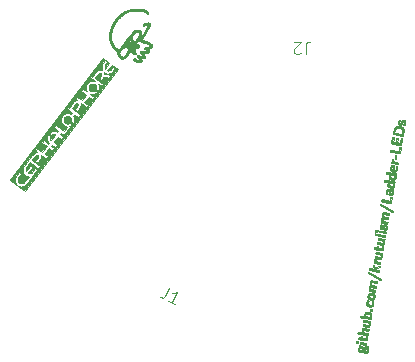
<source format=gbr>
%TF.GenerationSoftware,KiCad,Pcbnew,(7.0.0)*%
%TF.CreationDate,2023-03-21T20:59:30-07:00*%
%TF.ProjectId,Ladder LEDs v1,4c616464-6572-4204-9c45-44732076312e,rev?*%
%TF.SameCoordinates,Original*%
%TF.FileFunction,Legend,Top*%
%TF.FilePolarity,Positive*%
%FSLAX46Y46*%
G04 Gerber Fmt 4.6, Leading zero omitted, Abs format (unit mm)*
G04 Created by KiCad (PCBNEW (7.0.0)) date 2023-03-21 20:59:30*
%MOMM*%
%LPD*%
G01*
G04 APERTURE LIST*
%ADD10C,0.030704*%
%ADD11C,0.015774*%
%ADD12C,0.023698*%
%ADD13C,0.100000*%
G04 APERTURE END LIST*
D10*
G36*
X162167028Y-97213159D02*
G01*
X162168393Y-97213250D01*
X162169811Y-97213396D01*
X162171282Y-97213589D01*
X162172808Y-97213836D01*
X162175516Y-97214506D01*
X162180096Y-97215884D01*
X162186549Y-97217972D01*
X162194880Y-97220773D01*
X162217151Y-97228506D01*
X162246914Y-97239085D01*
X162249017Y-97240086D01*
X162250968Y-97241102D01*
X162252766Y-97242135D01*
X162254407Y-97243183D01*
X162255895Y-97244245D01*
X162257227Y-97245328D01*
X162258403Y-97246421D01*
X162259427Y-97247533D01*
X162260293Y-97248659D01*
X162261005Y-97249800D01*
X162261563Y-97250957D01*
X162261781Y-97251540D01*
X162261964Y-97252128D01*
X162262107Y-97252722D01*
X162262214Y-97253316D01*
X162262279Y-97253917D01*
X162262304Y-97254523D01*
X162262292Y-97255129D01*
X162262242Y-97255739D01*
X162262153Y-97256354D01*
X162262026Y-97256974D01*
X162261772Y-97258041D01*
X162261379Y-97259180D01*
X162260842Y-97260389D01*
X162260171Y-97261668D01*
X162259355Y-97263019D01*
X162258398Y-97264438D01*
X162257301Y-97265927D01*
X162256065Y-97267489D01*
X162254683Y-97269119D01*
X162253163Y-97270820D01*
X162251503Y-97272591D01*
X162249699Y-97274432D01*
X162247755Y-97276346D01*
X162245676Y-97278332D01*
X162243448Y-97280385D01*
X162241082Y-97282507D01*
X162238562Y-97284723D01*
X162236024Y-97287077D01*
X162233463Y-97289570D01*
X162230886Y-97292205D01*
X162228285Y-97294975D01*
X162225667Y-97297886D01*
X162223029Y-97300940D01*
X162220372Y-97304129D01*
X162217694Y-97307457D01*
X162214994Y-97310924D01*
X162212281Y-97314533D01*
X162209538Y-97318279D01*
X162204006Y-97326189D01*
X162198389Y-97334655D01*
X162195558Y-97339011D01*
X162192834Y-97343505D01*
X162190217Y-97348136D01*
X162187714Y-97352908D01*
X162185318Y-97357814D01*
X162183029Y-97362861D01*
X162180852Y-97368048D01*
X162178782Y-97373369D01*
X162176818Y-97378831D01*
X162174966Y-97384429D01*
X162173223Y-97390164D01*
X162171588Y-97396040D01*
X162170062Y-97402052D01*
X162168644Y-97408203D01*
X162167338Y-97414491D01*
X162166137Y-97420919D01*
X162164445Y-97431832D01*
X162163331Y-97442118D01*
X162162794Y-97451786D01*
X162162831Y-97460832D01*
X162163443Y-97469256D01*
X162164631Y-97477058D01*
X162166393Y-97484239D01*
X162167492Y-97487594D01*
X162168736Y-97490798D01*
X162170121Y-97493843D01*
X162171650Y-97496735D01*
X162173324Y-97499468D01*
X162175144Y-97502048D01*
X162177103Y-97504475D01*
X162179210Y-97506745D01*
X162181460Y-97508859D01*
X162183855Y-97510816D01*
X162186392Y-97512619D01*
X162189072Y-97514267D01*
X162191898Y-97515758D01*
X162194868Y-97517096D01*
X162197981Y-97518280D01*
X162201238Y-97519305D01*
X162204638Y-97520177D01*
X162208186Y-97520891D01*
X162212055Y-97521438D01*
X162215842Y-97521699D01*
X162219547Y-97521674D01*
X162223172Y-97521364D01*
X162224952Y-97521102D01*
X162226711Y-97520767D01*
X162228451Y-97520361D01*
X162230166Y-97519889D01*
X162231865Y-97519339D01*
X162233543Y-97518718D01*
X162235200Y-97518030D01*
X162236834Y-97517265D01*
X162240044Y-97515527D01*
X162243169Y-97513502D01*
X162246212Y-97511194D01*
X162249171Y-97508595D01*
X162252051Y-97505712D01*
X162254845Y-97502547D01*
X162257557Y-97499093D01*
X162260184Y-97495355D01*
X162265247Y-97487040D01*
X162270324Y-97477995D01*
X162275420Y-97468208D01*
X162280529Y-97457680D01*
X162285656Y-97446415D01*
X162290796Y-97434408D01*
X162295954Y-97421667D01*
X162301129Y-97408183D01*
X162306176Y-97394656D01*
X162311199Y-97382137D01*
X162316194Y-97370620D01*
X162321172Y-97360110D01*
X162326121Y-97350603D01*
X162331046Y-97342099D01*
X162335945Y-97334599D01*
X162338387Y-97331225D01*
X162340823Y-97328106D01*
X162344590Y-97322876D01*
X162348542Y-97317777D01*
X162352685Y-97312810D01*
X162357013Y-97307967D01*
X162361523Y-97303254D01*
X162366227Y-97298670D01*
X162371113Y-97294214D01*
X162376185Y-97289885D01*
X162378860Y-97287691D01*
X162381697Y-97285520D01*
X162384686Y-97283369D01*
X162387836Y-97281245D01*
X162391140Y-97279143D01*
X162394604Y-97277062D01*
X162398225Y-97275005D01*
X162402007Y-97272972D01*
X162405942Y-97270963D01*
X162410037Y-97268974D01*
X162414288Y-97267011D01*
X162418699Y-97265070D01*
X162423267Y-97263154D01*
X162427992Y-97261259D01*
X162432874Y-97259389D01*
X162437916Y-97257540D01*
X162442978Y-97255778D01*
X162448070Y-97254190D01*
X162453192Y-97252779D01*
X162458343Y-97251547D01*
X162463530Y-97250493D01*
X162468745Y-97249615D01*
X162473989Y-97248911D01*
X162479263Y-97248387D01*
X162484572Y-97248036D01*
X162489908Y-97247864D01*
X162495277Y-97247868D01*
X162500673Y-97248052D01*
X162506104Y-97248409D01*
X162511565Y-97248943D01*
X162517056Y-97249656D01*
X162522580Y-97250543D01*
X162534997Y-97252967D01*
X162546859Y-97255767D01*
X162558171Y-97258938D01*
X162568924Y-97262482D01*
X162579119Y-97266399D01*
X162588761Y-97270689D01*
X162597845Y-97275353D01*
X162606374Y-97280390D01*
X162614349Y-97285797D01*
X162621766Y-97291581D01*
X162628628Y-97297736D01*
X162634932Y-97304264D01*
X162640683Y-97311166D01*
X162645877Y-97318442D01*
X162650516Y-97326086D01*
X162654597Y-97334105D01*
X162658226Y-97342378D01*
X162661474Y-97350942D01*
X162664345Y-97359785D01*
X162666839Y-97368916D01*
X162668955Y-97378333D01*
X162670688Y-97388034D01*
X162672043Y-97398023D01*
X162673024Y-97408294D01*
X162673625Y-97418852D01*
X162673846Y-97429696D01*
X162673687Y-97440824D01*
X162673155Y-97452238D01*
X162672238Y-97463939D01*
X162670947Y-97475923D01*
X162669277Y-97488194D01*
X162667227Y-97500750D01*
X162664248Y-97516297D01*
X162660864Y-97531483D01*
X162657070Y-97546315D01*
X162652870Y-97560789D01*
X162648264Y-97574904D01*
X162643247Y-97588661D01*
X162637822Y-97602063D01*
X162631987Y-97615108D01*
X162625749Y-97627795D01*
X162619100Y-97640123D01*
X162612043Y-97652096D01*
X162604580Y-97663710D01*
X162596707Y-97674966D01*
X162588426Y-97685866D01*
X162579739Y-97696409D01*
X162570641Y-97706595D01*
X162563903Y-97710279D01*
X162562082Y-97710665D01*
X162560425Y-97710984D01*
X162558934Y-97711235D01*
X162557608Y-97711425D01*
X162556442Y-97711546D01*
X162555443Y-97711607D01*
X162555003Y-97711611D01*
X162554607Y-97711597D01*
X162554251Y-97711572D01*
X162553942Y-97711527D01*
X162551625Y-97710884D01*
X162547020Y-97709357D01*
X162540137Y-97706951D01*
X162530974Y-97703672D01*
X162505800Y-97694474D01*
X162471505Y-97681766D01*
X162468228Y-97680688D01*
X162465182Y-97679574D01*
X162462366Y-97678417D01*
X162459782Y-97677224D01*
X162457428Y-97675989D01*
X162455308Y-97674715D01*
X162453415Y-97673394D01*
X162451755Y-97672040D01*
X162450324Y-97670643D01*
X162449124Y-97669207D01*
X162448156Y-97667730D01*
X162447417Y-97666213D01*
X162447132Y-97665440D01*
X162446908Y-97664658D01*
X162446741Y-97663861D01*
X162446631Y-97663058D01*
X162446581Y-97662246D01*
X162446584Y-97661421D01*
X162446770Y-97659745D01*
X162446858Y-97659364D01*
X162446998Y-97658957D01*
X162447185Y-97658525D01*
X162447425Y-97658071D01*
X162447712Y-97657590D01*
X162448051Y-97657084D01*
X162448874Y-97656003D01*
X162449897Y-97654824D01*
X162451117Y-97653545D01*
X162452536Y-97652168D01*
X162454153Y-97650691D01*
X162455964Y-97649121D01*
X162457975Y-97647445D01*
X162460187Y-97645677D01*
X162462596Y-97643808D01*
X162465202Y-97641839D01*
X162468005Y-97639776D01*
X162471010Y-97637614D01*
X162474207Y-97635357D01*
X162477525Y-97632959D01*
X162480877Y-97630410D01*
X162484258Y-97627695D01*
X162487676Y-97624826D01*
X162491123Y-97621790D01*
X162494605Y-97618595D01*
X162498120Y-97615238D01*
X162501669Y-97611724D01*
X162505250Y-97608049D01*
X162508863Y-97604213D01*
X162512510Y-97600213D01*
X162516191Y-97596055D01*
X162519905Y-97591738D01*
X162523651Y-97587255D01*
X162527427Y-97582615D01*
X162531241Y-97577815D01*
X162535001Y-97572795D01*
X162538600Y-97567641D01*
X162542035Y-97562353D01*
X162545310Y-97556929D01*
X162548423Y-97551374D01*
X162551376Y-97545686D01*
X162554163Y-97539864D01*
X162556788Y-97533909D01*
X162559254Y-97527821D01*
X162561556Y-97521600D01*
X162563700Y-97515249D01*
X162565677Y-97508759D01*
X162567494Y-97502136D01*
X162569151Y-97495384D01*
X162570644Y-97488495D01*
X162571974Y-97481472D01*
X162573740Y-97469988D01*
X162574872Y-97459151D01*
X162575372Y-97448961D01*
X162575238Y-97439424D01*
X162574473Y-97430535D01*
X162573074Y-97422295D01*
X162572136Y-97418420D01*
X162571041Y-97414706D01*
X162569788Y-97411157D01*
X162568376Y-97407765D01*
X162566804Y-97404540D01*
X162565078Y-97401476D01*
X162563190Y-97398574D01*
X162561146Y-97395837D01*
X162558942Y-97393258D01*
X162556582Y-97390844D01*
X162554060Y-97388591D01*
X162551382Y-97386502D01*
X162548547Y-97384572D01*
X162545553Y-97382808D01*
X162542397Y-97381207D01*
X162539090Y-97379765D01*
X162535617Y-97378489D01*
X162531990Y-97377374D01*
X162528202Y-97376417D01*
X162524259Y-97375629D01*
X162520101Y-97375014D01*
X162516049Y-97374648D01*
X162512097Y-97374533D01*
X162508250Y-97374670D01*
X162504505Y-97375060D01*
X162500864Y-97375700D01*
X162497328Y-97376592D01*
X162493893Y-97377733D01*
X162490560Y-97379130D01*
X162487334Y-97380776D01*
X162484210Y-97382670D01*
X162481188Y-97384819D01*
X162478274Y-97387219D01*
X162475457Y-97389867D01*
X162472747Y-97392773D01*
X162470139Y-97395922D01*
X162467516Y-97399303D01*
X162464910Y-97402900D01*
X162462322Y-97406720D01*
X162459755Y-97410761D01*
X162457203Y-97415028D01*
X162454671Y-97419515D01*
X162452156Y-97424223D01*
X162449659Y-97429154D01*
X162447181Y-97434310D01*
X162444722Y-97439684D01*
X162442280Y-97445283D01*
X162439856Y-97451100D01*
X162437449Y-97457139D01*
X162435063Y-97463403D01*
X162430341Y-97476593D01*
X162425669Y-97489491D01*
X162421271Y-97501256D01*
X162417151Y-97511889D01*
X162413308Y-97521392D01*
X162409738Y-97529763D01*
X162406444Y-97537003D01*
X162403426Y-97543115D01*
X162400681Y-97548095D01*
X162397273Y-97553551D01*
X162393712Y-97558918D01*
X162389991Y-97564198D01*
X162386121Y-97569388D01*
X162382089Y-97574489D01*
X162377904Y-97579501D01*
X162373561Y-97584421D01*
X162369066Y-97589255D01*
X162364412Y-97593999D01*
X162359607Y-97598654D01*
X162354644Y-97603219D01*
X162349527Y-97607694D01*
X162344252Y-97612082D01*
X162338824Y-97616379D01*
X162333241Y-97620584D01*
X162327500Y-97624703D01*
X162321548Y-97628522D01*
X162315449Y-97632000D01*
X162309211Y-97635141D01*
X162302824Y-97637935D01*
X162296296Y-97640398D01*
X162289619Y-97642517D01*
X162282796Y-97644299D01*
X162275833Y-97645742D01*
X162268723Y-97646840D01*
X162261468Y-97647602D01*
X162254070Y-97648026D01*
X162246524Y-97648109D01*
X162238836Y-97647853D01*
X162231004Y-97647255D01*
X162223025Y-97646320D01*
X162214902Y-97645045D01*
X162204505Y-97643007D01*
X162194500Y-97640630D01*
X162184885Y-97637911D01*
X162175661Y-97634854D01*
X162166831Y-97631455D01*
X162158396Y-97627716D01*
X162150348Y-97623639D01*
X162142693Y-97619222D01*
X162135429Y-97614461D01*
X162128556Y-97609363D01*
X162122078Y-97603925D01*
X162115989Y-97598146D01*
X162110292Y-97592029D01*
X162104986Y-97585570D01*
X162100075Y-97578771D01*
X162095554Y-97571632D01*
X162091425Y-97564153D01*
X162087686Y-97556332D01*
X162084344Y-97548177D01*
X162081389Y-97539678D01*
X162078826Y-97530837D01*
X162076656Y-97521656D01*
X162074875Y-97512141D01*
X162073490Y-97502280D01*
X162072495Y-97492081D01*
X162071891Y-97481539D01*
X162071680Y-97470662D01*
X162071863Y-97459441D01*
X162072433Y-97447880D01*
X162073400Y-97435982D01*
X162076502Y-97411167D01*
X162082021Y-97379864D01*
X162083979Y-97370265D01*
X162086141Y-97360760D01*
X162088513Y-97351349D01*
X162091092Y-97342032D01*
X162093876Y-97332806D01*
X162096871Y-97323677D01*
X162100071Y-97314642D01*
X162103476Y-97305699D01*
X162107090Y-97296849D01*
X162110910Y-97288094D01*
X162114936Y-97279433D01*
X162119168Y-97270865D01*
X162123612Y-97262390D01*
X162128258Y-97254008D01*
X162133114Y-97245718D01*
X162138178Y-97237528D01*
X162140693Y-97233461D01*
X162143083Y-97229791D01*
X162145346Y-97226517D01*
X162147480Y-97223638D01*
X162149487Y-97221160D01*
X162150445Y-97220068D01*
X162151366Y-97219074D01*
X162152261Y-97218181D01*
X162153120Y-97217388D01*
X162153950Y-97216692D01*
X162154746Y-97216097D01*
X162155106Y-97215824D01*
X162155482Y-97215563D01*
X162156263Y-97215088D01*
X162157103Y-97214661D01*
X162157996Y-97214285D01*
X162158939Y-97213965D01*
X162159938Y-97213692D01*
X162160985Y-97213474D01*
X162162088Y-97213307D01*
X162163246Y-97213192D01*
X162164453Y-97213128D01*
X162165712Y-97213118D01*
X162167028Y-97213159D01*
G37*
X162167028Y-97213159D02*
X162168393Y-97213250D01*
X162169811Y-97213396D01*
X162171282Y-97213589D01*
X162172808Y-97213836D01*
X162175516Y-97214506D01*
X162180096Y-97215884D01*
X162186549Y-97217972D01*
X162194880Y-97220773D01*
X162217151Y-97228506D01*
X162246914Y-97239085D01*
X162249017Y-97240086D01*
X162250968Y-97241102D01*
X162252766Y-97242135D01*
X162254407Y-97243183D01*
X162255895Y-97244245D01*
X162257227Y-97245328D01*
X162258403Y-97246421D01*
X162259427Y-97247533D01*
X162260293Y-97248659D01*
X162261005Y-97249800D01*
X162261563Y-97250957D01*
X162261781Y-97251540D01*
X162261964Y-97252128D01*
X162262107Y-97252722D01*
X162262214Y-97253316D01*
X162262279Y-97253917D01*
X162262304Y-97254523D01*
X162262292Y-97255129D01*
X162262242Y-97255739D01*
X162262153Y-97256354D01*
X162262026Y-97256974D01*
X162261772Y-97258041D01*
X162261379Y-97259180D01*
X162260842Y-97260389D01*
X162260171Y-97261668D01*
X162259355Y-97263019D01*
X162258398Y-97264438D01*
X162257301Y-97265927D01*
X162256065Y-97267489D01*
X162254683Y-97269119D01*
X162253163Y-97270820D01*
X162251503Y-97272591D01*
X162249699Y-97274432D01*
X162247755Y-97276346D01*
X162245676Y-97278332D01*
X162243448Y-97280385D01*
X162241082Y-97282507D01*
X162238562Y-97284723D01*
X162236024Y-97287077D01*
X162233463Y-97289570D01*
X162230886Y-97292205D01*
X162228285Y-97294975D01*
X162225667Y-97297886D01*
X162223029Y-97300940D01*
X162220372Y-97304129D01*
X162217694Y-97307457D01*
X162214994Y-97310924D01*
X162212281Y-97314533D01*
X162209538Y-97318279D01*
X162204006Y-97326189D01*
X162198389Y-97334655D01*
X162195558Y-97339011D01*
X162192834Y-97343505D01*
X162190217Y-97348136D01*
X162187714Y-97352908D01*
X162185318Y-97357814D01*
X162183029Y-97362861D01*
X162180852Y-97368048D01*
X162178782Y-97373369D01*
X162176818Y-97378831D01*
X162174966Y-97384429D01*
X162173223Y-97390164D01*
X162171588Y-97396040D01*
X162170062Y-97402052D01*
X162168644Y-97408203D01*
X162167338Y-97414491D01*
X162166137Y-97420919D01*
X162164445Y-97431832D01*
X162163331Y-97442118D01*
X162162794Y-97451786D01*
X162162831Y-97460832D01*
X162163443Y-97469256D01*
X162164631Y-97477058D01*
X162166393Y-97484239D01*
X162167492Y-97487594D01*
X162168736Y-97490798D01*
X162170121Y-97493843D01*
X162171650Y-97496735D01*
X162173324Y-97499468D01*
X162175144Y-97502048D01*
X162177103Y-97504475D01*
X162179210Y-97506745D01*
X162181460Y-97508859D01*
X162183855Y-97510816D01*
X162186392Y-97512619D01*
X162189072Y-97514267D01*
X162191898Y-97515758D01*
X162194868Y-97517096D01*
X162197981Y-97518280D01*
X162201238Y-97519305D01*
X162204638Y-97520177D01*
X162208186Y-97520891D01*
X162212055Y-97521438D01*
X162215842Y-97521699D01*
X162219547Y-97521674D01*
X162223172Y-97521364D01*
X162224952Y-97521102D01*
X162226711Y-97520767D01*
X162228451Y-97520361D01*
X162230166Y-97519889D01*
X162231865Y-97519339D01*
X162233543Y-97518718D01*
X162235200Y-97518030D01*
X162236834Y-97517265D01*
X162240044Y-97515527D01*
X162243169Y-97513502D01*
X162246212Y-97511194D01*
X162249171Y-97508595D01*
X162252051Y-97505712D01*
X162254845Y-97502547D01*
X162257557Y-97499093D01*
X162260184Y-97495355D01*
X162265247Y-97487040D01*
X162270324Y-97477995D01*
X162275420Y-97468208D01*
X162280529Y-97457680D01*
X162285656Y-97446415D01*
X162290796Y-97434408D01*
X162295954Y-97421667D01*
X162301129Y-97408183D01*
X162306176Y-97394656D01*
X162311199Y-97382137D01*
X162316194Y-97370620D01*
X162321172Y-97360110D01*
X162326121Y-97350603D01*
X162331046Y-97342099D01*
X162335945Y-97334599D01*
X162338387Y-97331225D01*
X162340823Y-97328106D01*
X162344590Y-97322876D01*
X162348542Y-97317777D01*
X162352685Y-97312810D01*
X162357013Y-97307967D01*
X162361523Y-97303254D01*
X162366227Y-97298670D01*
X162371113Y-97294214D01*
X162376185Y-97289885D01*
X162378860Y-97287691D01*
X162381697Y-97285520D01*
X162384686Y-97283369D01*
X162387836Y-97281245D01*
X162391140Y-97279143D01*
X162394604Y-97277062D01*
X162398225Y-97275005D01*
X162402007Y-97272972D01*
X162405942Y-97270963D01*
X162410037Y-97268974D01*
X162414288Y-97267011D01*
X162418699Y-97265070D01*
X162423267Y-97263154D01*
X162427992Y-97261259D01*
X162432874Y-97259389D01*
X162437916Y-97257540D01*
X162442978Y-97255778D01*
X162448070Y-97254190D01*
X162453192Y-97252779D01*
X162458343Y-97251547D01*
X162463530Y-97250493D01*
X162468745Y-97249615D01*
X162473989Y-97248911D01*
X162479263Y-97248387D01*
X162484572Y-97248036D01*
X162489908Y-97247864D01*
X162495277Y-97247868D01*
X162500673Y-97248052D01*
X162506104Y-97248409D01*
X162511565Y-97248943D01*
X162517056Y-97249656D01*
X162522580Y-97250543D01*
X162534997Y-97252967D01*
X162546859Y-97255767D01*
X162558171Y-97258938D01*
X162568924Y-97262482D01*
X162579119Y-97266399D01*
X162588761Y-97270689D01*
X162597845Y-97275353D01*
X162606374Y-97280390D01*
X162614349Y-97285797D01*
X162621766Y-97291581D01*
X162628628Y-97297736D01*
X162634932Y-97304264D01*
X162640683Y-97311166D01*
X162645877Y-97318442D01*
X162650516Y-97326086D01*
X162654597Y-97334105D01*
X162658226Y-97342378D01*
X162661474Y-97350942D01*
X162664345Y-97359785D01*
X162666839Y-97368916D01*
X162668955Y-97378333D01*
X162670688Y-97388034D01*
X162672043Y-97398023D01*
X162673024Y-97408294D01*
X162673625Y-97418852D01*
X162673846Y-97429696D01*
X162673687Y-97440824D01*
X162673155Y-97452238D01*
X162672238Y-97463939D01*
X162670947Y-97475923D01*
X162669277Y-97488194D01*
X162667227Y-97500750D01*
X162664248Y-97516297D01*
X162660864Y-97531483D01*
X162657070Y-97546315D01*
X162652870Y-97560789D01*
X162648264Y-97574904D01*
X162643247Y-97588661D01*
X162637822Y-97602063D01*
X162631987Y-97615108D01*
X162625749Y-97627795D01*
X162619100Y-97640123D01*
X162612043Y-97652096D01*
X162604580Y-97663710D01*
X162596707Y-97674966D01*
X162588426Y-97685866D01*
X162579739Y-97696409D01*
X162570641Y-97706595D01*
X162563903Y-97710279D01*
X162562082Y-97710665D01*
X162560425Y-97710984D01*
X162558934Y-97711235D01*
X162557608Y-97711425D01*
X162556442Y-97711546D01*
X162555443Y-97711607D01*
X162555003Y-97711611D01*
X162554607Y-97711597D01*
X162554251Y-97711572D01*
X162553942Y-97711527D01*
X162551625Y-97710884D01*
X162547020Y-97709357D01*
X162540137Y-97706951D01*
X162530974Y-97703672D01*
X162505800Y-97694474D01*
X162471505Y-97681766D01*
X162468228Y-97680688D01*
X162465182Y-97679574D01*
X162462366Y-97678417D01*
X162459782Y-97677224D01*
X162457428Y-97675989D01*
X162455308Y-97674715D01*
X162453415Y-97673394D01*
X162451755Y-97672040D01*
X162450324Y-97670643D01*
X162449124Y-97669207D01*
X162448156Y-97667730D01*
X162447417Y-97666213D01*
X162447132Y-97665440D01*
X162446908Y-97664658D01*
X162446741Y-97663861D01*
X162446631Y-97663058D01*
X162446581Y-97662246D01*
X162446584Y-97661421D01*
X162446770Y-97659745D01*
X162446858Y-97659364D01*
X162446998Y-97658957D01*
X162447185Y-97658525D01*
X162447425Y-97658071D01*
X162447712Y-97657590D01*
X162448051Y-97657084D01*
X162448874Y-97656003D01*
X162449897Y-97654824D01*
X162451117Y-97653545D01*
X162452536Y-97652168D01*
X162454153Y-97650691D01*
X162455964Y-97649121D01*
X162457975Y-97647445D01*
X162460187Y-97645677D01*
X162462596Y-97643808D01*
X162465202Y-97641839D01*
X162468005Y-97639776D01*
X162471010Y-97637614D01*
X162474207Y-97635357D01*
X162477525Y-97632959D01*
X162480877Y-97630410D01*
X162484258Y-97627695D01*
X162487676Y-97624826D01*
X162491123Y-97621790D01*
X162494605Y-97618595D01*
X162498120Y-97615238D01*
X162501669Y-97611724D01*
X162505250Y-97608049D01*
X162508863Y-97604213D01*
X162512510Y-97600213D01*
X162516191Y-97596055D01*
X162519905Y-97591738D01*
X162523651Y-97587255D01*
X162527427Y-97582615D01*
X162531241Y-97577815D01*
X162535001Y-97572795D01*
X162538600Y-97567641D01*
X162542035Y-97562353D01*
X162545310Y-97556929D01*
X162548423Y-97551374D01*
X162551376Y-97545686D01*
X162554163Y-97539864D01*
X162556788Y-97533909D01*
X162559254Y-97527821D01*
X162561556Y-97521600D01*
X162563700Y-97515249D01*
X162565677Y-97508759D01*
X162567494Y-97502136D01*
X162569151Y-97495384D01*
X162570644Y-97488495D01*
X162571974Y-97481472D01*
X162573740Y-97469988D01*
X162574872Y-97459151D01*
X162575372Y-97448961D01*
X162575238Y-97439424D01*
X162574473Y-97430535D01*
X162573074Y-97422295D01*
X162572136Y-97418420D01*
X162571041Y-97414706D01*
X162569788Y-97411157D01*
X162568376Y-97407765D01*
X162566804Y-97404540D01*
X162565078Y-97401476D01*
X162563190Y-97398574D01*
X162561146Y-97395837D01*
X162558942Y-97393258D01*
X162556582Y-97390844D01*
X162554060Y-97388591D01*
X162551382Y-97386502D01*
X162548547Y-97384572D01*
X162545553Y-97382808D01*
X162542397Y-97381207D01*
X162539090Y-97379765D01*
X162535617Y-97378489D01*
X162531990Y-97377374D01*
X162528202Y-97376417D01*
X162524259Y-97375629D01*
X162520101Y-97375014D01*
X162516049Y-97374648D01*
X162512097Y-97374533D01*
X162508250Y-97374670D01*
X162504505Y-97375060D01*
X162500864Y-97375700D01*
X162497328Y-97376592D01*
X162493893Y-97377733D01*
X162490560Y-97379130D01*
X162487334Y-97380776D01*
X162484210Y-97382670D01*
X162481188Y-97384819D01*
X162478274Y-97387219D01*
X162475457Y-97389867D01*
X162472747Y-97392773D01*
X162470139Y-97395922D01*
X162467516Y-97399303D01*
X162464910Y-97402900D01*
X162462322Y-97406720D01*
X162459755Y-97410761D01*
X162457203Y-97415028D01*
X162454671Y-97419515D01*
X162452156Y-97424223D01*
X162449659Y-97429154D01*
X162447181Y-97434310D01*
X162444722Y-97439684D01*
X162442280Y-97445283D01*
X162439856Y-97451100D01*
X162437449Y-97457139D01*
X162435063Y-97463403D01*
X162430341Y-97476593D01*
X162425669Y-97489491D01*
X162421271Y-97501256D01*
X162417151Y-97511889D01*
X162413308Y-97521392D01*
X162409738Y-97529763D01*
X162406444Y-97537003D01*
X162403426Y-97543115D01*
X162400681Y-97548095D01*
X162397273Y-97553551D01*
X162393712Y-97558918D01*
X162389991Y-97564198D01*
X162386121Y-97569388D01*
X162382089Y-97574489D01*
X162377904Y-97579501D01*
X162373561Y-97584421D01*
X162369066Y-97589255D01*
X162364412Y-97593999D01*
X162359607Y-97598654D01*
X162354644Y-97603219D01*
X162349527Y-97607694D01*
X162344252Y-97612082D01*
X162338824Y-97616379D01*
X162333241Y-97620584D01*
X162327500Y-97624703D01*
X162321548Y-97628522D01*
X162315449Y-97632000D01*
X162309211Y-97635141D01*
X162302824Y-97637935D01*
X162296296Y-97640398D01*
X162289619Y-97642517D01*
X162282796Y-97644299D01*
X162275833Y-97645742D01*
X162268723Y-97646840D01*
X162261468Y-97647602D01*
X162254070Y-97648026D01*
X162246524Y-97648109D01*
X162238836Y-97647853D01*
X162231004Y-97647255D01*
X162223025Y-97646320D01*
X162214902Y-97645045D01*
X162204505Y-97643007D01*
X162194500Y-97640630D01*
X162184885Y-97637911D01*
X162175661Y-97634854D01*
X162166831Y-97631455D01*
X162158396Y-97627716D01*
X162150348Y-97623639D01*
X162142693Y-97619222D01*
X162135429Y-97614461D01*
X162128556Y-97609363D01*
X162122078Y-97603925D01*
X162115989Y-97598146D01*
X162110292Y-97592029D01*
X162104986Y-97585570D01*
X162100075Y-97578771D01*
X162095554Y-97571632D01*
X162091425Y-97564153D01*
X162087686Y-97556332D01*
X162084344Y-97548177D01*
X162081389Y-97539678D01*
X162078826Y-97530837D01*
X162076656Y-97521656D01*
X162074875Y-97512141D01*
X162073490Y-97502280D01*
X162072495Y-97492081D01*
X162071891Y-97481539D01*
X162071680Y-97470662D01*
X162071863Y-97459441D01*
X162072433Y-97447880D01*
X162073400Y-97435982D01*
X162076502Y-97411167D01*
X162082021Y-97379864D01*
X162083979Y-97370265D01*
X162086141Y-97360760D01*
X162088513Y-97351349D01*
X162091092Y-97342032D01*
X162093876Y-97332806D01*
X162096871Y-97323677D01*
X162100071Y-97314642D01*
X162103476Y-97305699D01*
X162107090Y-97296849D01*
X162110910Y-97288094D01*
X162114936Y-97279433D01*
X162119168Y-97270865D01*
X162123612Y-97262390D01*
X162128258Y-97254008D01*
X162133114Y-97245718D01*
X162138178Y-97237528D01*
X162140693Y-97233461D01*
X162143083Y-97229791D01*
X162145346Y-97226517D01*
X162147480Y-97223638D01*
X162149487Y-97221160D01*
X162150445Y-97220068D01*
X162151366Y-97219074D01*
X162152261Y-97218181D01*
X162153120Y-97217388D01*
X162153950Y-97216692D01*
X162154746Y-97216097D01*
X162155106Y-97215824D01*
X162155482Y-97215563D01*
X162156263Y-97215088D01*
X162157103Y-97214661D01*
X162157996Y-97214285D01*
X162158939Y-97213965D01*
X162159938Y-97213692D01*
X162160985Y-97213474D01*
X162162088Y-97213307D01*
X162163246Y-97213192D01*
X162164453Y-97213128D01*
X162165712Y-97213118D01*
X162167028Y-97213159D01*
G36*
X161676320Y-98472031D02*
G01*
X161669347Y-98470600D01*
X161662894Y-98468847D01*
X161659866Y-98467853D01*
X161656964Y-98466779D01*
X161654196Y-98465627D01*
X161651557Y-98464393D01*
X161649049Y-98463081D01*
X161646673Y-98461691D01*
X161644425Y-98460222D01*
X161642310Y-98458670D01*
X161640323Y-98457044D01*
X161638469Y-98455336D01*
X161636744Y-98453548D01*
X161635149Y-98451682D01*
X161633683Y-98449736D01*
X161632355Y-98447709D01*
X161631149Y-98445606D01*
X161630077Y-98443421D01*
X161629136Y-98441160D01*
X161628326Y-98438816D01*
X161627647Y-98436394D01*
X161627095Y-98433895D01*
X161626675Y-98431315D01*
X161626387Y-98428657D01*
X161626228Y-98425917D01*
X161626201Y-98423100D01*
X161626303Y-98420200D01*
X161626536Y-98417227D01*
X161626903Y-98414170D01*
X161627396Y-98411037D01*
X161645101Y-98310626D01*
X161752306Y-98310626D01*
X161786941Y-98317952D01*
X162383401Y-98423161D01*
X162407038Y-98289096D01*
X162411769Y-98260777D01*
X162413776Y-98247525D01*
X162415544Y-98234876D01*
X162417077Y-98222834D01*
X162418368Y-98211395D01*
X162419419Y-98200563D01*
X162420232Y-98190335D01*
X162420511Y-98185324D01*
X162420653Y-98180216D01*
X162420659Y-98175016D01*
X162420530Y-98169719D01*
X162420265Y-98164327D01*
X162419862Y-98158840D01*
X162419325Y-98153258D01*
X162418653Y-98147580D01*
X162417845Y-98141807D01*
X162416902Y-98135938D01*
X162415820Y-98129973D01*
X162414602Y-98123916D01*
X162411761Y-98111511D01*
X162408377Y-98098726D01*
X162406462Y-98092299D01*
X162404370Y-98085995D01*
X162402100Y-98079808D01*
X162399653Y-98073744D01*
X162397026Y-98067801D01*
X162394220Y-98061977D01*
X162391235Y-98056276D01*
X162388072Y-98050696D01*
X162384732Y-98045235D01*
X162381211Y-98039896D01*
X162377517Y-98034675D01*
X162373640Y-98029575D01*
X162369585Y-98024598D01*
X162365353Y-98019742D01*
X162360942Y-98015005D01*
X162356352Y-98010389D01*
X162349171Y-98003957D01*
X162341449Y-97997744D01*
X162333187Y-97991755D01*
X162324388Y-97985991D01*
X162315045Y-97980451D01*
X162305169Y-97975134D01*
X162294751Y-97970040D01*
X162283793Y-97965170D01*
X162272297Y-97960526D01*
X162260262Y-97956103D01*
X162247688Y-97951904D01*
X162234575Y-97947928D01*
X162220921Y-97944178D01*
X162206731Y-97940651D01*
X162192000Y-97937345D01*
X162176733Y-97934266D01*
X162163151Y-97931871D01*
X162135548Y-97927189D01*
X162110608Y-97923357D01*
X162088338Y-97920372D01*
X162068734Y-97918228D01*
X162059225Y-97917485D01*
X162049267Y-97917029D01*
X162038860Y-97916852D01*
X162028003Y-97916969D01*
X162016695Y-97917361D01*
X162004938Y-97918042D01*
X161992733Y-97919009D01*
X161980074Y-97920258D01*
X161973714Y-97920941D01*
X161967497Y-97921748D01*
X161961419Y-97922692D01*
X161955479Y-97923760D01*
X161949680Y-97924959D01*
X161944016Y-97926286D01*
X161938493Y-97927744D01*
X161933105Y-97929329D01*
X161927861Y-97931047D01*
X161922754Y-97932892D01*
X161917788Y-97934863D01*
X161912956Y-97936968D01*
X161908266Y-97939200D01*
X161903716Y-97941564D01*
X161899303Y-97944053D01*
X161895033Y-97946674D01*
X161890837Y-97949460D01*
X161886659Y-97952448D01*
X161882500Y-97955640D01*
X161878353Y-97959032D01*
X161874227Y-97962631D01*
X161870112Y-97966428D01*
X161866019Y-97970432D01*
X161861939Y-97974636D01*
X161857876Y-97979043D01*
X161853832Y-97983652D01*
X161849802Y-97988465D01*
X161845787Y-97993479D01*
X161841790Y-97998699D01*
X161837809Y-98004117D01*
X161833849Y-98009742D01*
X161829900Y-98015570D01*
X161826027Y-98021594D01*
X161822283Y-98027815D01*
X161818663Y-98034227D01*
X161815171Y-98040833D01*
X161811810Y-98047634D01*
X161808573Y-98054627D01*
X161805465Y-98061817D01*
X161802486Y-98069197D01*
X161799629Y-98076774D01*
X161796905Y-98084543D01*
X161794308Y-98092503D01*
X161791839Y-98100659D01*
X161789495Y-98109012D01*
X161787279Y-98117554D01*
X161785193Y-98126293D01*
X161783234Y-98135225D01*
X161752306Y-98310626D01*
X161645101Y-98310626D01*
X161678632Y-98120466D01*
X161681868Y-98102864D01*
X161685279Y-98085788D01*
X161688864Y-98069236D01*
X161692624Y-98053211D01*
X161696558Y-98037710D01*
X161700662Y-98022735D01*
X161704943Y-98008283D01*
X161709396Y-97994359D01*
X161714231Y-97980690D01*
X161719659Y-97967015D01*
X161725678Y-97953328D01*
X161732289Y-97939633D01*
X161739493Y-97925926D01*
X161747287Y-97912210D01*
X161755673Y-97898480D01*
X161764651Y-97884744D01*
X161769361Y-97877893D01*
X161774188Y-97871231D01*
X161779133Y-97864758D01*
X161784202Y-97858467D01*
X161789388Y-97852367D01*
X161794693Y-97846455D01*
X161800117Y-97840731D01*
X161805660Y-97835193D01*
X161811323Y-97829841D01*
X161817106Y-97824680D01*
X161823009Y-97819705D01*
X161829028Y-97814916D01*
X161835169Y-97810318D01*
X161841427Y-97805902D01*
X161847807Y-97801679D01*
X161854306Y-97797639D01*
X161860995Y-97793703D01*
X161867928Y-97789927D01*
X161875102Y-97786318D01*
X161882522Y-97782867D01*
X161890182Y-97779576D01*
X161898087Y-97776448D01*
X161906232Y-97773482D01*
X161914622Y-97770677D01*
X161923255Y-97768035D01*
X161932129Y-97765553D01*
X161941248Y-97763234D01*
X161950606Y-97761074D01*
X161960212Y-97759078D01*
X161970053Y-97757242D01*
X161980146Y-97755570D01*
X161990474Y-97754058D01*
X162001024Y-97752748D01*
X162011762Y-97751673D01*
X162022692Y-97750839D01*
X162033813Y-97750241D01*
X162045127Y-97749886D01*
X162056628Y-97749767D01*
X162068323Y-97749884D01*
X162080209Y-97750242D01*
X162104553Y-97751669D01*
X162129663Y-97754053D01*
X162155538Y-97757386D01*
X162182175Y-97761676D01*
X162209661Y-97767025D01*
X162236014Y-97773185D01*
X162261235Y-97780155D01*
X162285324Y-97787931D01*
X162296948Y-97792124D01*
X162308284Y-97796517D01*
X162319337Y-97801114D01*
X162330110Y-97805915D01*
X162340599Y-97810916D01*
X162350805Y-97816121D01*
X162360729Y-97821526D01*
X162370366Y-97827135D01*
X162379631Y-97832849D01*
X162388567Y-97838599D01*
X162397179Y-97844390D01*
X162405466Y-97850221D01*
X162413425Y-97856087D01*
X162421062Y-97861991D01*
X162428370Y-97867933D01*
X162435352Y-97873911D01*
X162442013Y-97879928D01*
X162448342Y-97885985D01*
X162454351Y-97892073D01*
X162460033Y-97898207D01*
X162465390Y-97904374D01*
X162470422Y-97910580D01*
X162475126Y-97916823D01*
X162479503Y-97923103D01*
X162483567Y-97929465D01*
X162487460Y-97935972D01*
X162491195Y-97942627D01*
X162494766Y-97949427D01*
X162498173Y-97956379D01*
X162501413Y-97963475D01*
X162504491Y-97970719D01*
X162507408Y-97978108D01*
X162510157Y-97985648D01*
X162512742Y-97993334D01*
X162515169Y-98001163D01*
X162517424Y-98009142D01*
X162519522Y-98017269D01*
X162521452Y-98025543D01*
X162523221Y-98033965D01*
X162524825Y-98042532D01*
X162527645Y-98059290D01*
X162529972Y-98075294D01*
X162531799Y-98090550D01*
X162533134Y-98105045D01*
X162533974Y-98118789D01*
X162534318Y-98131783D01*
X162534168Y-98144019D01*
X162533523Y-98155502D01*
X162532549Y-98166652D01*
X162531372Y-98178188D01*
X162529998Y-98190104D01*
X162528423Y-98202405D01*
X162526651Y-98215090D01*
X162524674Y-98228161D01*
X162522504Y-98241612D01*
X162520131Y-98255446D01*
X162467540Y-98553698D01*
X162466920Y-98556962D01*
X162466235Y-98560125D01*
X162465481Y-98563180D01*
X162464663Y-98566127D01*
X162463775Y-98568967D01*
X162462826Y-98571701D01*
X162461800Y-98574329D01*
X162460718Y-98576848D01*
X162459563Y-98579262D01*
X162458342Y-98581570D01*
X162457058Y-98583769D01*
X162455701Y-98585858D01*
X162454281Y-98587845D01*
X162452792Y-98589722D01*
X162451243Y-98591495D01*
X162449620Y-98593159D01*
X162448738Y-98593939D01*
X162447820Y-98594686D01*
X162446864Y-98595394D01*
X162445873Y-98596067D01*
X162444847Y-98596705D01*
X162443782Y-98597305D01*
X162442682Y-98597867D01*
X162441542Y-98598395D01*
X162440370Y-98598886D01*
X162439160Y-98599343D01*
X162437912Y-98599763D01*
X162436630Y-98600145D01*
X162433957Y-98600802D01*
X162431133Y-98601318D01*
X162428166Y-98601688D01*
X162425052Y-98601911D01*
X162421794Y-98601989D01*
X162418388Y-98601926D01*
X162414839Y-98601714D01*
X162411141Y-98601360D01*
X162407299Y-98600861D01*
X162403311Y-98600219D01*
X162403339Y-98600225D01*
X162353722Y-98591476D01*
X161676320Y-98472031D01*
G37*
X161676320Y-98472031D02*
X161669347Y-98470600D01*
X161662894Y-98468847D01*
X161659866Y-98467853D01*
X161656964Y-98466779D01*
X161654196Y-98465627D01*
X161651557Y-98464393D01*
X161649049Y-98463081D01*
X161646673Y-98461691D01*
X161644425Y-98460222D01*
X161642310Y-98458670D01*
X161640323Y-98457044D01*
X161638469Y-98455336D01*
X161636744Y-98453548D01*
X161635149Y-98451682D01*
X161633683Y-98449736D01*
X161632355Y-98447709D01*
X161631149Y-98445606D01*
X161630077Y-98443421D01*
X161629136Y-98441160D01*
X161628326Y-98438816D01*
X161627647Y-98436394D01*
X161627095Y-98433895D01*
X161626675Y-98431315D01*
X161626387Y-98428657D01*
X161626228Y-98425917D01*
X161626201Y-98423100D01*
X161626303Y-98420200D01*
X161626536Y-98417227D01*
X161626903Y-98414170D01*
X161627396Y-98411037D01*
X161645101Y-98310626D01*
X161752306Y-98310626D01*
X161786941Y-98317952D01*
X162383401Y-98423161D01*
X162407038Y-98289096D01*
X162411769Y-98260777D01*
X162413776Y-98247525D01*
X162415544Y-98234876D01*
X162417077Y-98222834D01*
X162418368Y-98211395D01*
X162419419Y-98200563D01*
X162420232Y-98190335D01*
X162420511Y-98185324D01*
X162420653Y-98180216D01*
X162420659Y-98175016D01*
X162420530Y-98169719D01*
X162420265Y-98164327D01*
X162419862Y-98158840D01*
X162419325Y-98153258D01*
X162418653Y-98147580D01*
X162417845Y-98141807D01*
X162416902Y-98135938D01*
X162415820Y-98129973D01*
X162414602Y-98123916D01*
X162411761Y-98111511D01*
X162408377Y-98098726D01*
X162406462Y-98092299D01*
X162404370Y-98085995D01*
X162402100Y-98079808D01*
X162399653Y-98073744D01*
X162397026Y-98067801D01*
X162394220Y-98061977D01*
X162391235Y-98056276D01*
X162388072Y-98050696D01*
X162384732Y-98045235D01*
X162381211Y-98039896D01*
X162377517Y-98034675D01*
X162373640Y-98029575D01*
X162369585Y-98024598D01*
X162365353Y-98019742D01*
X162360942Y-98015005D01*
X162356352Y-98010389D01*
X162349171Y-98003957D01*
X162341449Y-97997744D01*
X162333187Y-97991755D01*
X162324388Y-97985991D01*
X162315045Y-97980451D01*
X162305169Y-97975134D01*
X162294751Y-97970040D01*
X162283793Y-97965170D01*
X162272297Y-97960526D01*
X162260262Y-97956103D01*
X162247688Y-97951904D01*
X162234575Y-97947928D01*
X162220921Y-97944178D01*
X162206731Y-97940651D01*
X162192000Y-97937345D01*
X162176733Y-97934266D01*
X162163151Y-97931871D01*
X162135548Y-97927189D01*
X162110608Y-97923357D01*
X162088338Y-97920372D01*
X162068734Y-97918228D01*
X162059225Y-97917485D01*
X162049267Y-97917029D01*
X162038860Y-97916852D01*
X162028003Y-97916969D01*
X162016695Y-97917361D01*
X162004938Y-97918042D01*
X161992733Y-97919009D01*
X161980074Y-97920258D01*
X161973714Y-97920941D01*
X161967497Y-97921748D01*
X161961419Y-97922692D01*
X161955479Y-97923760D01*
X161949680Y-97924959D01*
X161944016Y-97926286D01*
X161938493Y-97927744D01*
X161933105Y-97929329D01*
X161927861Y-97931047D01*
X161922754Y-97932892D01*
X161917788Y-97934863D01*
X161912956Y-97936968D01*
X161908266Y-97939200D01*
X161903716Y-97941564D01*
X161899303Y-97944053D01*
X161895033Y-97946674D01*
X161890837Y-97949460D01*
X161886659Y-97952448D01*
X161882500Y-97955640D01*
X161878353Y-97959032D01*
X161874227Y-97962631D01*
X161870112Y-97966428D01*
X161866019Y-97970432D01*
X161861939Y-97974636D01*
X161857876Y-97979043D01*
X161853832Y-97983652D01*
X161849802Y-97988465D01*
X161845787Y-97993479D01*
X161841790Y-97998699D01*
X161837809Y-98004117D01*
X161833849Y-98009742D01*
X161829900Y-98015570D01*
X161826027Y-98021594D01*
X161822283Y-98027815D01*
X161818663Y-98034227D01*
X161815171Y-98040833D01*
X161811810Y-98047634D01*
X161808573Y-98054627D01*
X161805465Y-98061817D01*
X161802486Y-98069197D01*
X161799629Y-98076774D01*
X161796905Y-98084543D01*
X161794308Y-98092503D01*
X161791839Y-98100659D01*
X161789495Y-98109012D01*
X161787279Y-98117554D01*
X161785193Y-98126293D01*
X161783234Y-98135225D01*
X161752306Y-98310626D01*
X161645101Y-98310626D01*
X161678632Y-98120466D01*
X161681868Y-98102864D01*
X161685279Y-98085788D01*
X161688864Y-98069236D01*
X161692624Y-98053211D01*
X161696558Y-98037710D01*
X161700662Y-98022735D01*
X161704943Y-98008283D01*
X161709396Y-97994359D01*
X161714231Y-97980690D01*
X161719659Y-97967015D01*
X161725678Y-97953328D01*
X161732289Y-97939633D01*
X161739493Y-97925926D01*
X161747287Y-97912210D01*
X161755673Y-97898480D01*
X161764651Y-97884744D01*
X161769361Y-97877893D01*
X161774188Y-97871231D01*
X161779133Y-97864758D01*
X161784202Y-97858467D01*
X161789388Y-97852367D01*
X161794693Y-97846455D01*
X161800117Y-97840731D01*
X161805660Y-97835193D01*
X161811323Y-97829841D01*
X161817106Y-97824680D01*
X161823009Y-97819705D01*
X161829028Y-97814916D01*
X161835169Y-97810318D01*
X161841427Y-97805902D01*
X161847807Y-97801679D01*
X161854306Y-97797639D01*
X161860995Y-97793703D01*
X161867928Y-97789927D01*
X161875102Y-97786318D01*
X161882522Y-97782867D01*
X161890182Y-97779576D01*
X161898087Y-97776448D01*
X161906232Y-97773482D01*
X161914622Y-97770677D01*
X161923255Y-97768035D01*
X161932129Y-97765553D01*
X161941248Y-97763234D01*
X161950606Y-97761074D01*
X161960212Y-97759078D01*
X161970053Y-97757242D01*
X161980146Y-97755570D01*
X161990474Y-97754058D01*
X162001024Y-97752748D01*
X162011762Y-97751673D01*
X162022692Y-97750839D01*
X162033813Y-97750241D01*
X162045127Y-97749886D01*
X162056628Y-97749767D01*
X162068323Y-97749884D01*
X162080209Y-97750242D01*
X162104553Y-97751669D01*
X162129663Y-97754053D01*
X162155538Y-97757386D01*
X162182175Y-97761676D01*
X162209661Y-97767025D01*
X162236014Y-97773185D01*
X162261235Y-97780155D01*
X162285324Y-97787931D01*
X162296948Y-97792124D01*
X162308284Y-97796517D01*
X162319337Y-97801114D01*
X162330110Y-97805915D01*
X162340599Y-97810916D01*
X162350805Y-97816121D01*
X162360729Y-97821526D01*
X162370366Y-97827135D01*
X162379631Y-97832849D01*
X162388567Y-97838599D01*
X162397179Y-97844390D01*
X162405466Y-97850221D01*
X162413425Y-97856087D01*
X162421062Y-97861991D01*
X162428370Y-97867933D01*
X162435352Y-97873911D01*
X162442013Y-97879928D01*
X162448342Y-97885985D01*
X162454351Y-97892073D01*
X162460033Y-97898207D01*
X162465390Y-97904374D01*
X162470422Y-97910580D01*
X162475126Y-97916823D01*
X162479503Y-97923103D01*
X162483567Y-97929465D01*
X162487460Y-97935972D01*
X162491195Y-97942627D01*
X162494766Y-97949427D01*
X162498173Y-97956379D01*
X162501413Y-97963475D01*
X162504491Y-97970719D01*
X162507408Y-97978108D01*
X162510157Y-97985648D01*
X162512742Y-97993334D01*
X162515169Y-98001163D01*
X162517424Y-98009142D01*
X162519522Y-98017269D01*
X162521452Y-98025543D01*
X162523221Y-98033965D01*
X162524825Y-98042532D01*
X162527645Y-98059290D01*
X162529972Y-98075294D01*
X162531799Y-98090550D01*
X162533134Y-98105045D01*
X162533974Y-98118789D01*
X162534318Y-98131783D01*
X162534168Y-98144019D01*
X162533523Y-98155502D01*
X162532549Y-98166652D01*
X162531372Y-98178188D01*
X162529998Y-98190104D01*
X162528423Y-98202405D01*
X162526651Y-98215090D01*
X162524674Y-98228161D01*
X162522504Y-98241612D01*
X162520131Y-98255446D01*
X162467540Y-98553698D01*
X162466920Y-98556962D01*
X162466235Y-98560125D01*
X162465481Y-98563180D01*
X162464663Y-98566127D01*
X162463775Y-98568967D01*
X162462826Y-98571701D01*
X162461800Y-98574329D01*
X162460718Y-98576848D01*
X162459563Y-98579262D01*
X162458342Y-98581570D01*
X162457058Y-98583769D01*
X162455701Y-98585858D01*
X162454281Y-98587845D01*
X162452792Y-98589722D01*
X162451243Y-98591495D01*
X162449620Y-98593159D01*
X162448738Y-98593939D01*
X162447820Y-98594686D01*
X162446864Y-98595394D01*
X162445873Y-98596067D01*
X162444847Y-98596705D01*
X162443782Y-98597305D01*
X162442682Y-98597867D01*
X162441542Y-98598395D01*
X162440370Y-98598886D01*
X162439160Y-98599343D01*
X162437912Y-98599763D01*
X162436630Y-98600145D01*
X162433957Y-98600802D01*
X162431133Y-98601318D01*
X162428166Y-98601688D01*
X162425052Y-98601911D01*
X162421794Y-98601989D01*
X162418388Y-98601926D01*
X162414839Y-98601714D01*
X162411141Y-98601360D01*
X162407299Y-98600861D01*
X162403311Y-98600219D01*
X162403339Y-98600225D01*
X162353722Y-98591476D01*
X161676320Y-98472031D01*
G36*
X161626268Y-98654154D02*
G01*
X161629400Y-98654366D01*
X161632724Y-98654684D01*
X161636229Y-98655114D01*
X161639929Y-98655650D01*
X161643822Y-98656297D01*
X161663317Y-98659735D01*
X161669716Y-98661071D01*
X161672733Y-98661859D01*
X161675629Y-98662725D01*
X161678408Y-98663674D01*
X161681062Y-98664707D01*
X161683596Y-98665819D01*
X161686009Y-98667009D01*
X161688299Y-98668286D01*
X161690468Y-98669635D01*
X161692517Y-98671075D01*
X161694445Y-98672588D01*
X161696251Y-98674186D01*
X161697933Y-98675866D01*
X161699497Y-98677623D01*
X161700940Y-98679460D01*
X161702260Y-98681383D01*
X161703461Y-98683385D01*
X161704538Y-98685468D01*
X161705495Y-98687634D01*
X161706332Y-98689875D01*
X161707045Y-98692199D01*
X161707637Y-98694605D01*
X161708109Y-98697090D01*
X161708459Y-98699660D01*
X161708687Y-98702309D01*
X161708795Y-98705038D01*
X161708781Y-98707852D01*
X161708648Y-98710744D01*
X161708390Y-98713713D01*
X161708015Y-98716767D01*
X161707514Y-98719900D01*
X161705965Y-98728458D01*
X161704137Y-98738181D01*
X161702025Y-98749071D01*
X161699631Y-98761135D01*
X161691590Y-98802495D01*
X161677596Y-98875996D01*
X161637747Y-99088189D01*
X161861581Y-99127657D01*
X161918129Y-98806964D01*
X161918780Y-98803380D01*
X161919434Y-98800002D01*
X161920087Y-98796835D01*
X161920743Y-98793878D01*
X161921401Y-98791129D01*
X161922057Y-98788592D01*
X161922716Y-98786266D01*
X161923375Y-98784146D01*
X161923719Y-98783134D01*
X161924094Y-98782112D01*
X161924499Y-98781084D01*
X161924935Y-98780046D01*
X161925401Y-98778996D01*
X161925897Y-98777939D01*
X161926978Y-98775798D01*
X161928180Y-98773623D01*
X161929504Y-98771411D01*
X161930947Y-98769162D01*
X161932511Y-98766879D01*
X161933364Y-98765682D01*
X161934273Y-98764538D01*
X161935242Y-98763445D01*
X161936267Y-98762407D01*
X161937352Y-98761422D01*
X161938489Y-98760484D01*
X161939689Y-98759603D01*
X161940943Y-98758779D01*
X161942256Y-98758004D01*
X161943623Y-98757280D01*
X161945052Y-98756610D01*
X161946533Y-98755993D01*
X161948076Y-98755430D01*
X161949672Y-98754916D01*
X161951328Y-98754462D01*
X161953039Y-98754055D01*
X161954734Y-98753696D01*
X161956486Y-98753390D01*
X161958295Y-98753133D01*
X161960162Y-98752932D01*
X161962086Y-98752783D01*
X161964069Y-98752687D01*
X161966109Y-98752643D01*
X161968206Y-98752653D01*
X161970359Y-98752713D01*
X161972571Y-98752828D01*
X161974840Y-98752994D01*
X161977167Y-98753211D01*
X161979548Y-98753485D01*
X161981989Y-98753808D01*
X161984487Y-98754181D01*
X161987043Y-98754614D01*
X161993870Y-98756035D01*
X161997093Y-98756879D01*
X162000180Y-98757804D01*
X162003140Y-98758820D01*
X162005972Y-98759921D01*
X162008674Y-98761107D01*
X162011244Y-98762381D01*
X162013691Y-98763744D01*
X162016004Y-98765192D01*
X162018191Y-98766726D01*
X162020241Y-98768346D01*
X162022170Y-98770054D01*
X162023965Y-98771847D01*
X162025632Y-98773728D01*
X162027166Y-98775691D01*
X162028576Y-98777748D01*
X162029854Y-98779890D01*
X162031004Y-98782117D01*
X162032025Y-98784429D01*
X162032912Y-98786828D01*
X162033674Y-98789319D01*
X162034303Y-98791891D01*
X162034808Y-98794550D01*
X162035178Y-98797296D01*
X162035422Y-98800130D01*
X162035533Y-98803050D01*
X162035517Y-98806056D01*
X162035372Y-98809146D01*
X162035096Y-98812328D01*
X162034692Y-98815595D01*
X162034159Y-98818948D01*
X161976154Y-99147905D01*
X162221838Y-99191227D01*
X162285423Y-98802967D01*
X162286104Y-98799864D01*
X162286868Y-98796878D01*
X162287715Y-98794008D01*
X162288652Y-98791258D01*
X162289675Y-98788629D01*
X162290782Y-98786114D01*
X162291978Y-98783714D01*
X162293259Y-98781436D01*
X162294626Y-98779271D01*
X162296075Y-98777225D01*
X162297618Y-98775298D01*
X162299243Y-98773489D01*
X162300957Y-98771795D01*
X162302757Y-98770221D01*
X162304640Y-98768765D01*
X162306611Y-98767424D01*
X162308671Y-98766202D01*
X162310814Y-98765096D01*
X162313045Y-98764109D01*
X162315362Y-98763241D01*
X162317762Y-98762486D01*
X162320254Y-98761850D01*
X162322829Y-98761334D01*
X162325491Y-98760931D01*
X162328238Y-98760652D01*
X162331075Y-98760484D01*
X162333993Y-98760437D01*
X162337003Y-98760508D01*
X162340093Y-98760695D01*
X162343274Y-98761000D01*
X162346541Y-98761421D01*
X162349892Y-98761962D01*
X162375279Y-98766440D01*
X162378541Y-98767068D01*
X162381677Y-98767787D01*
X162384692Y-98768598D01*
X162387584Y-98769494D01*
X162390356Y-98770481D01*
X162393003Y-98771555D01*
X162395526Y-98772720D01*
X162397931Y-98773971D01*
X162400208Y-98775317D01*
X162402363Y-98776746D01*
X162404399Y-98778266D01*
X162406307Y-98779876D01*
X162408096Y-98781573D01*
X162409764Y-98783360D01*
X162411307Y-98785235D01*
X162412724Y-98787203D01*
X162414020Y-98789256D01*
X162415196Y-98791397D01*
X162416251Y-98793631D01*
X162417178Y-98795950D01*
X162417984Y-98798360D01*
X162418666Y-98800859D01*
X162419228Y-98803447D01*
X162419666Y-98806125D01*
X162419981Y-98808892D01*
X162420173Y-98811744D01*
X162420244Y-98814688D01*
X162420193Y-98817721D01*
X162420015Y-98820843D01*
X162419718Y-98824055D01*
X162419295Y-98827354D01*
X162418750Y-98830742D01*
X162330757Y-99329792D01*
X162330163Y-99332911D01*
X162329503Y-99335927D01*
X162328777Y-99338833D01*
X162327984Y-99341633D01*
X162327122Y-99344325D01*
X162326196Y-99346912D01*
X162325199Y-99349390D01*
X162324141Y-99351761D01*
X162323012Y-99354026D01*
X162321818Y-99356186D01*
X162320557Y-99358239D01*
X162319228Y-99360184D01*
X162317835Y-99362020D01*
X162316372Y-99363748D01*
X162314846Y-99365372D01*
X162313254Y-99366890D01*
X162311580Y-99368229D01*
X162309933Y-99369482D01*
X162308315Y-99370659D01*
X162306728Y-99371754D01*
X162305165Y-99372767D01*
X162303636Y-99373700D01*
X162302133Y-99374553D01*
X162300654Y-99375326D01*
X162299210Y-99376018D01*
X162297790Y-99376628D01*
X162296400Y-99377160D01*
X162295038Y-99377608D01*
X162293706Y-99377978D01*
X162292400Y-99378265D01*
X162291125Y-99378476D01*
X162289875Y-99378604D01*
X162287339Y-99378575D01*
X162284612Y-99378457D01*
X162281690Y-99378249D01*
X162278576Y-99377950D01*
X162275267Y-99377562D01*
X162271762Y-99377083D01*
X162268068Y-99376516D01*
X162264183Y-99375859D01*
X162264138Y-99375842D01*
X161541848Y-99248482D01*
X161537880Y-99247727D01*
X161534086Y-99246897D01*
X161530477Y-99245984D01*
X161527046Y-99244999D01*
X161523799Y-99243934D01*
X161520729Y-99242788D01*
X161517840Y-99241571D01*
X161515129Y-99240273D01*
X161512601Y-99238898D01*
X161510252Y-99237442D01*
X161508085Y-99235913D01*
X161506095Y-99234303D01*
X161504289Y-99232617D01*
X161502662Y-99230853D01*
X161501212Y-99229010D01*
X161499948Y-99227091D01*
X161498767Y-99225000D01*
X161497706Y-99222814D01*
X161496757Y-99220533D01*
X161495928Y-99218162D01*
X161495214Y-99215695D01*
X161494615Y-99213136D01*
X161494136Y-99210482D01*
X161493770Y-99207735D01*
X161493521Y-99204895D01*
X161493390Y-99201959D01*
X161493374Y-99198932D01*
X161493475Y-99195808D01*
X161493693Y-99192594D01*
X161494026Y-99189282D01*
X161494476Y-99185879D01*
X161495044Y-99182384D01*
X161579914Y-98701054D01*
X161580479Y-98698080D01*
X161581105Y-98695214D01*
X161581796Y-98692452D01*
X161582548Y-98689796D01*
X161583361Y-98687245D01*
X161584237Y-98684803D01*
X161585176Y-98682467D01*
X161586177Y-98680238D01*
X161587237Y-98678111D01*
X161588361Y-98676093D01*
X161589546Y-98674179D01*
X161590797Y-98672371D01*
X161592104Y-98670673D01*
X161593480Y-98669078D01*
X161594913Y-98667588D01*
X161596410Y-98666207D01*
X161597871Y-98664832D01*
X161599313Y-98663539D01*
X161600746Y-98662334D01*
X161602162Y-98661206D01*
X161603564Y-98660166D01*
X161604950Y-98659205D01*
X161606325Y-98658329D01*
X161607681Y-98657539D01*
X161609025Y-98656830D01*
X161610354Y-98656204D01*
X161611666Y-98655657D01*
X161612966Y-98655197D01*
X161614251Y-98654818D01*
X161615521Y-98654525D01*
X161616777Y-98654314D01*
X161618018Y-98654186D01*
X161620578Y-98654065D01*
X161623331Y-98654056D01*
X161626268Y-98654154D01*
G37*
X161626268Y-98654154D02*
X161629400Y-98654366D01*
X161632724Y-98654684D01*
X161636229Y-98655114D01*
X161639929Y-98655650D01*
X161643822Y-98656297D01*
X161663317Y-98659735D01*
X161669716Y-98661071D01*
X161672733Y-98661859D01*
X161675629Y-98662725D01*
X161678408Y-98663674D01*
X161681062Y-98664707D01*
X161683596Y-98665819D01*
X161686009Y-98667009D01*
X161688299Y-98668286D01*
X161690468Y-98669635D01*
X161692517Y-98671075D01*
X161694445Y-98672588D01*
X161696251Y-98674186D01*
X161697933Y-98675866D01*
X161699497Y-98677623D01*
X161700940Y-98679460D01*
X161702260Y-98681383D01*
X161703461Y-98683385D01*
X161704538Y-98685468D01*
X161705495Y-98687634D01*
X161706332Y-98689875D01*
X161707045Y-98692199D01*
X161707637Y-98694605D01*
X161708109Y-98697090D01*
X161708459Y-98699660D01*
X161708687Y-98702309D01*
X161708795Y-98705038D01*
X161708781Y-98707852D01*
X161708648Y-98710744D01*
X161708390Y-98713713D01*
X161708015Y-98716767D01*
X161707514Y-98719900D01*
X161705965Y-98728458D01*
X161704137Y-98738181D01*
X161702025Y-98749071D01*
X161699631Y-98761135D01*
X161691590Y-98802495D01*
X161677596Y-98875996D01*
X161637747Y-99088189D01*
X161861581Y-99127657D01*
X161918129Y-98806964D01*
X161918780Y-98803380D01*
X161919434Y-98800002D01*
X161920087Y-98796835D01*
X161920743Y-98793878D01*
X161921401Y-98791129D01*
X161922057Y-98788592D01*
X161922716Y-98786266D01*
X161923375Y-98784146D01*
X161923719Y-98783134D01*
X161924094Y-98782112D01*
X161924499Y-98781084D01*
X161924935Y-98780046D01*
X161925401Y-98778996D01*
X161925897Y-98777939D01*
X161926978Y-98775798D01*
X161928180Y-98773623D01*
X161929504Y-98771411D01*
X161930947Y-98769162D01*
X161932511Y-98766879D01*
X161933364Y-98765682D01*
X161934273Y-98764538D01*
X161935242Y-98763445D01*
X161936267Y-98762407D01*
X161937352Y-98761422D01*
X161938489Y-98760484D01*
X161939689Y-98759603D01*
X161940943Y-98758779D01*
X161942256Y-98758004D01*
X161943623Y-98757280D01*
X161945052Y-98756610D01*
X161946533Y-98755993D01*
X161948076Y-98755430D01*
X161949672Y-98754916D01*
X161951328Y-98754462D01*
X161953039Y-98754055D01*
X161954734Y-98753696D01*
X161956486Y-98753390D01*
X161958295Y-98753133D01*
X161960162Y-98752932D01*
X161962086Y-98752783D01*
X161964069Y-98752687D01*
X161966109Y-98752643D01*
X161968206Y-98752653D01*
X161970359Y-98752713D01*
X161972571Y-98752828D01*
X161974840Y-98752994D01*
X161977167Y-98753211D01*
X161979548Y-98753485D01*
X161981989Y-98753808D01*
X161984487Y-98754181D01*
X161987043Y-98754614D01*
X161993870Y-98756035D01*
X161997093Y-98756879D01*
X162000180Y-98757804D01*
X162003140Y-98758820D01*
X162005972Y-98759921D01*
X162008674Y-98761107D01*
X162011244Y-98762381D01*
X162013691Y-98763744D01*
X162016004Y-98765192D01*
X162018191Y-98766726D01*
X162020241Y-98768346D01*
X162022170Y-98770054D01*
X162023965Y-98771847D01*
X162025632Y-98773728D01*
X162027166Y-98775691D01*
X162028576Y-98777748D01*
X162029854Y-98779890D01*
X162031004Y-98782117D01*
X162032025Y-98784429D01*
X162032912Y-98786828D01*
X162033674Y-98789319D01*
X162034303Y-98791891D01*
X162034808Y-98794550D01*
X162035178Y-98797296D01*
X162035422Y-98800130D01*
X162035533Y-98803050D01*
X162035517Y-98806056D01*
X162035372Y-98809146D01*
X162035096Y-98812328D01*
X162034692Y-98815595D01*
X162034159Y-98818948D01*
X161976154Y-99147905D01*
X162221838Y-99191227D01*
X162285423Y-98802967D01*
X162286104Y-98799864D01*
X162286868Y-98796878D01*
X162287715Y-98794008D01*
X162288652Y-98791258D01*
X162289675Y-98788629D01*
X162290782Y-98786114D01*
X162291978Y-98783714D01*
X162293259Y-98781436D01*
X162294626Y-98779271D01*
X162296075Y-98777225D01*
X162297618Y-98775298D01*
X162299243Y-98773489D01*
X162300957Y-98771795D01*
X162302757Y-98770221D01*
X162304640Y-98768765D01*
X162306611Y-98767424D01*
X162308671Y-98766202D01*
X162310814Y-98765096D01*
X162313045Y-98764109D01*
X162315362Y-98763241D01*
X162317762Y-98762486D01*
X162320254Y-98761850D01*
X162322829Y-98761334D01*
X162325491Y-98760931D01*
X162328238Y-98760652D01*
X162331075Y-98760484D01*
X162333993Y-98760437D01*
X162337003Y-98760508D01*
X162340093Y-98760695D01*
X162343274Y-98761000D01*
X162346541Y-98761421D01*
X162349892Y-98761962D01*
X162375279Y-98766440D01*
X162378541Y-98767068D01*
X162381677Y-98767787D01*
X162384692Y-98768598D01*
X162387584Y-98769494D01*
X162390356Y-98770481D01*
X162393003Y-98771555D01*
X162395526Y-98772720D01*
X162397931Y-98773971D01*
X162400208Y-98775317D01*
X162402363Y-98776746D01*
X162404399Y-98778266D01*
X162406307Y-98779876D01*
X162408096Y-98781573D01*
X162409764Y-98783360D01*
X162411307Y-98785235D01*
X162412724Y-98787203D01*
X162414020Y-98789256D01*
X162415196Y-98791397D01*
X162416251Y-98793631D01*
X162417178Y-98795950D01*
X162417984Y-98798360D01*
X162418666Y-98800859D01*
X162419228Y-98803447D01*
X162419666Y-98806125D01*
X162419981Y-98808892D01*
X162420173Y-98811744D01*
X162420244Y-98814688D01*
X162420193Y-98817721D01*
X162420015Y-98820843D01*
X162419718Y-98824055D01*
X162419295Y-98827354D01*
X162418750Y-98830742D01*
X162330757Y-99329792D01*
X162330163Y-99332911D01*
X162329503Y-99335927D01*
X162328777Y-99338833D01*
X162327984Y-99341633D01*
X162327122Y-99344325D01*
X162326196Y-99346912D01*
X162325199Y-99349390D01*
X162324141Y-99351761D01*
X162323012Y-99354026D01*
X162321818Y-99356186D01*
X162320557Y-99358239D01*
X162319228Y-99360184D01*
X162317835Y-99362020D01*
X162316372Y-99363748D01*
X162314846Y-99365372D01*
X162313254Y-99366890D01*
X162311580Y-99368229D01*
X162309933Y-99369482D01*
X162308315Y-99370659D01*
X162306728Y-99371754D01*
X162305165Y-99372767D01*
X162303636Y-99373700D01*
X162302133Y-99374553D01*
X162300654Y-99375326D01*
X162299210Y-99376018D01*
X162297790Y-99376628D01*
X162296400Y-99377160D01*
X162295038Y-99377608D01*
X162293706Y-99377978D01*
X162292400Y-99378265D01*
X162291125Y-99378476D01*
X162289875Y-99378604D01*
X162287339Y-99378575D01*
X162284612Y-99378457D01*
X162281690Y-99378249D01*
X162278576Y-99377950D01*
X162275267Y-99377562D01*
X162271762Y-99377083D01*
X162268068Y-99376516D01*
X162264183Y-99375859D01*
X162264138Y-99375842D01*
X161541848Y-99248482D01*
X161537880Y-99247727D01*
X161534086Y-99246897D01*
X161530477Y-99245984D01*
X161527046Y-99244999D01*
X161523799Y-99243934D01*
X161520729Y-99242788D01*
X161517840Y-99241571D01*
X161515129Y-99240273D01*
X161512601Y-99238898D01*
X161510252Y-99237442D01*
X161508085Y-99235913D01*
X161506095Y-99234303D01*
X161504289Y-99232617D01*
X161502662Y-99230853D01*
X161501212Y-99229010D01*
X161499948Y-99227091D01*
X161498767Y-99225000D01*
X161497706Y-99222814D01*
X161496757Y-99220533D01*
X161495928Y-99218162D01*
X161495214Y-99215695D01*
X161494615Y-99213136D01*
X161494136Y-99210482D01*
X161493770Y-99207735D01*
X161493521Y-99204895D01*
X161493390Y-99201959D01*
X161493374Y-99198932D01*
X161493475Y-99195808D01*
X161493693Y-99192594D01*
X161494026Y-99189282D01*
X161494476Y-99185879D01*
X161495044Y-99182384D01*
X161579914Y-98701054D01*
X161580479Y-98698080D01*
X161581105Y-98695214D01*
X161581796Y-98692452D01*
X161582548Y-98689796D01*
X161583361Y-98687245D01*
X161584237Y-98684803D01*
X161585176Y-98682467D01*
X161586177Y-98680238D01*
X161587237Y-98678111D01*
X161588361Y-98676093D01*
X161589546Y-98674179D01*
X161590797Y-98672371D01*
X161592104Y-98670673D01*
X161593480Y-98669078D01*
X161594913Y-98667588D01*
X161596410Y-98666207D01*
X161597871Y-98664832D01*
X161599313Y-98663539D01*
X161600746Y-98662334D01*
X161602162Y-98661206D01*
X161603564Y-98660166D01*
X161604950Y-98659205D01*
X161606325Y-98658329D01*
X161607681Y-98657539D01*
X161609025Y-98656830D01*
X161610354Y-98656204D01*
X161611666Y-98655657D01*
X161612966Y-98655197D01*
X161614251Y-98654818D01*
X161615521Y-98654525D01*
X161616777Y-98654314D01*
X161618018Y-98654186D01*
X161620578Y-98654065D01*
X161623331Y-98654056D01*
X161626268Y-98654154D01*
G36*
X162206061Y-99536353D02*
G01*
X162209212Y-99536533D01*
X162212456Y-99536838D01*
X162215791Y-99537266D01*
X162219215Y-99537815D01*
X162232799Y-99540210D01*
X162236983Y-99540996D01*
X162240965Y-99541837D01*
X162244746Y-99542741D01*
X162248327Y-99543699D01*
X162251704Y-99544718D01*
X162254883Y-99545796D01*
X162257859Y-99546930D01*
X162260634Y-99548124D01*
X162261971Y-99548709D01*
X162263283Y-99549382D01*
X162264575Y-99550139D01*
X162265835Y-99550982D01*
X162267075Y-99551911D01*
X162268289Y-99552927D01*
X162269481Y-99554030D01*
X162270646Y-99555219D01*
X162271785Y-99556493D01*
X162272903Y-99557851D01*
X162273993Y-99559300D01*
X162275060Y-99560829D01*
X162276105Y-99562449D01*
X162277122Y-99564154D01*
X162278114Y-99565945D01*
X162279085Y-99567822D01*
X162279935Y-99569693D01*
X162280696Y-99571654D01*
X162281362Y-99573694D01*
X162281941Y-99575821D01*
X162282425Y-99578033D01*
X162282818Y-99580326D01*
X162283125Y-99582704D01*
X162283341Y-99585166D01*
X162283457Y-99587708D01*
X162283493Y-99590338D01*
X162283432Y-99593052D01*
X162283280Y-99595849D01*
X162283037Y-99598732D01*
X162282706Y-99601697D01*
X162282283Y-99604744D01*
X162281767Y-99607878D01*
X162207206Y-100030739D01*
X162206424Y-100034914D01*
X162205584Y-100038868D01*
X162204692Y-100042600D01*
X162203743Y-100046114D01*
X162202738Y-100049410D01*
X162201681Y-100052486D01*
X162200566Y-100055346D01*
X162199395Y-100057981D01*
X162198772Y-100059163D01*
X162198073Y-100060325D01*
X162197290Y-100061470D01*
X162196429Y-100062594D01*
X162195493Y-100063703D01*
X162194478Y-100064789D01*
X162193382Y-100065863D01*
X162192211Y-100066912D01*
X162190962Y-100067944D01*
X162189631Y-100068962D01*
X162188228Y-100069958D01*
X162186739Y-100070933D01*
X162185176Y-100071891D01*
X162183533Y-100072834D01*
X162181813Y-100073756D01*
X162180017Y-100074660D01*
X162178086Y-100075426D01*
X162176086Y-100076109D01*
X162174017Y-100076708D01*
X162171873Y-100077224D01*
X162169663Y-100077653D01*
X162167377Y-100078000D01*
X162165023Y-100078264D01*
X162162599Y-100078443D01*
X162160102Y-100078537D01*
X162157533Y-100078551D01*
X162154898Y-100078477D01*
X162152188Y-100078320D01*
X162149409Y-100078078D01*
X162146559Y-100077755D01*
X162143639Y-100077347D01*
X162140645Y-100076857D01*
X162140636Y-100076858D01*
X162140622Y-100076860D01*
X162140590Y-100076863D01*
X162140573Y-100076866D01*
X162140559Y-100076869D01*
X162140544Y-100076871D01*
X162140529Y-100076872D01*
X161414695Y-99948890D01*
X161411146Y-99948218D01*
X161407732Y-99947471D01*
X161404459Y-99946656D01*
X161401317Y-99945771D01*
X161398314Y-99944811D01*
X161395447Y-99943781D01*
X161392715Y-99942684D01*
X161390118Y-99941512D01*
X161387660Y-99940271D01*
X161385337Y-99938954D01*
X161383150Y-99937572D01*
X161381099Y-99936115D01*
X161379184Y-99934589D01*
X161377406Y-99932991D01*
X161375764Y-99931323D01*
X161374259Y-99929581D01*
X161373526Y-99928633D01*
X161372829Y-99927655D01*
X161371537Y-99925590D01*
X161370382Y-99923397D01*
X161369365Y-99921067D01*
X161368487Y-99918608D01*
X161367745Y-99916017D01*
X161367140Y-99913291D01*
X161366673Y-99910429D01*
X161366345Y-99907441D01*
X161366152Y-99904317D01*
X161366099Y-99901058D01*
X161366185Y-99897670D01*
X161366406Y-99894150D01*
X161366765Y-99890493D01*
X161367262Y-99886706D01*
X161367895Y-99882786D01*
X161378934Y-99820182D01*
X161380271Y-99813781D01*
X161381065Y-99810764D01*
X161381941Y-99807869D01*
X161382903Y-99805094D01*
X161383947Y-99802442D01*
X161385072Y-99799910D01*
X161386283Y-99797502D01*
X161387574Y-99795214D01*
X161388951Y-99793049D01*
X161390408Y-99791004D01*
X161391952Y-99789081D01*
X161393577Y-99787281D01*
X161395288Y-99785601D01*
X161397080Y-99784044D01*
X161398955Y-99782611D01*
X161400915Y-99781294D01*
X161402956Y-99780103D01*
X161405081Y-99779032D01*
X161407288Y-99778082D01*
X161409580Y-99777256D01*
X161411957Y-99776552D01*
X161414413Y-99775968D01*
X161416954Y-99775506D01*
X161419579Y-99775167D01*
X161422287Y-99774947D01*
X161425078Y-99774853D01*
X161427951Y-99774879D01*
X161430908Y-99775022D01*
X161433949Y-99775292D01*
X161437073Y-99775683D01*
X161440279Y-99776194D01*
X162105287Y-99893452D01*
X162109562Y-99868553D01*
X162114275Y-99839927D01*
X162119424Y-99807570D01*
X162125006Y-99771485D01*
X162145213Y-99639862D01*
X162154334Y-99581183D01*
X162154965Y-99577922D01*
X162155685Y-99574786D01*
X162156497Y-99571770D01*
X162157398Y-99568877D01*
X162158388Y-99566110D01*
X162159471Y-99563464D01*
X162160641Y-99560940D01*
X162161905Y-99558540D01*
X162163254Y-99556262D01*
X162164697Y-99554107D01*
X162166230Y-99552077D01*
X162167851Y-99550169D01*
X162169565Y-99548383D01*
X162171368Y-99546722D01*
X162173259Y-99545181D01*
X162175241Y-99543765D01*
X162177314Y-99542470D01*
X162179477Y-99541301D01*
X162181730Y-99540251D01*
X162184073Y-99539327D01*
X162186507Y-99538525D01*
X162189031Y-99537847D01*
X162191643Y-99537291D01*
X162194346Y-99536856D01*
X162197138Y-99536543D01*
X162200021Y-99536358D01*
X162202996Y-99536295D01*
X162206061Y-99536353D01*
G37*
X162206061Y-99536353D02*
X162209212Y-99536533D01*
X162212456Y-99536838D01*
X162215791Y-99537266D01*
X162219215Y-99537815D01*
X162232799Y-99540210D01*
X162236983Y-99540996D01*
X162240965Y-99541837D01*
X162244746Y-99542741D01*
X162248327Y-99543699D01*
X162251704Y-99544718D01*
X162254883Y-99545796D01*
X162257859Y-99546930D01*
X162260634Y-99548124D01*
X162261971Y-99548709D01*
X162263283Y-99549382D01*
X162264575Y-99550139D01*
X162265835Y-99550982D01*
X162267075Y-99551911D01*
X162268289Y-99552927D01*
X162269481Y-99554030D01*
X162270646Y-99555219D01*
X162271785Y-99556493D01*
X162272903Y-99557851D01*
X162273993Y-99559300D01*
X162275060Y-99560829D01*
X162276105Y-99562449D01*
X162277122Y-99564154D01*
X162278114Y-99565945D01*
X162279085Y-99567822D01*
X162279935Y-99569693D01*
X162280696Y-99571654D01*
X162281362Y-99573694D01*
X162281941Y-99575821D01*
X162282425Y-99578033D01*
X162282818Y-99580326D01*
X162283125Y-99582704D01*
X162283341Y-99585166D01*
X162283457Y-99587708D01*
X162283493Y-99590338D01*
X162283432Y-99593052D01*
X162283280Y-99595849D01*
X162283037Y-99598732D01*
X162282706Y-99601697D01*
X162282283Y-99604744D01*
X162281767Y-99607878D01*
X162207206Y-100030739D01*
X162206424Y-100034914D01*
X162205584Y-100038868D01*
X162204692Y-100042600D01*
X162203743Y-100046114D01*
X162202738Y-100049410D01*
X162201681Y-100052486D01*
X162200566Y-100055346D01*
X162199395Y-100057981D01*
X162198772Y-100059163D01*
X162198073Y-100060325D01*
X162197290Y-100061470D01*
X162196429Y-100062594D01*
X162195493Y-100063703D01*
X162194478Y-100064789D01*
X162193382Y-100065863D01*
X162192211Y-100066912D01*
X162190962Y-100067944D01*
X162189631Y-100068962D01*
X162188228Y-100069958D01*
X162186739Y-100070933D01*
X162185176Y-100071891D01*
X162183533Y-100072834D01*
X162181813Y-100073756D01*
X162180017Y-100074660D01*
X162178086Y-100075426D01*
X162176086Y-100076109D01*
X162174017Y-100076708D01*
X162171873Y-100077224D01*
X162169663Y-100077653D01*
X162167377Y-100078000D01*
X162165023Y-100078264D01*
X162162599Y-100078443D01*
X162160102Y-100078537D01*
X162157533Y-100078551D01*
X162154898Y-100078477D01*
X162152188Y-100078320D01*
X162149409Y-100078078D01*
X162146559Y-100077755D01*
X162143639Y-100077347D01*
X162140645Y-100076857D01*
X162140636Y-100076858D01*
X162140622Y-100076860D01*
X162140590Y-100076863D01*
X162140573Y-100076866D01*
X162140559Y-100076869D01*
X162140544Y-100076871D01*
X162140529Y-100076872D01*
X161414695Y-99948890D01*
X161411146Y-99948218D01*
X161407732Y-99947471D01*
X161404459Y-99946656D01*
X161401317Y-99945771D01*
X161398314Y-99944811D01*
X161395447Y-99943781D01*
X161392715Y-99942684D01*
X161390118Y-99941512D01*
X161387660Y-99940271D01*
X161385337Y-99938954D01*
X161383150Y-99937572D01*
X161381099Y-99936115D01*
X161379184Y-99934589D01*
X161377406Y-99932991D01*
X161375764Y-99931323D01*
X161374259Y-99929581D01*
X161373526Y-99928633D01*
X161372829Y-99927655D01*
X161371537Y-99925590D01*
X161370382Y-99923397D01*
X161369365Y-99921067D01*
X161368487Y-99918608D01*
X161367745Y-99916017D01*
X161367140Y-99913291D01*
X161366673Y-99910429D01*
X161366345Y-99907441D01*
X161366152Y-99904317D01*
X161366099Y-99901058D01*
X161366185Y-99897670D01*
X161366406Y-99894150D01*
X161366765Y-99890493D01*
X161367262Y-99886706D01*
X161367895Y-99882786D01*
X161378934Y-99820182D01*
X161380271Y-99813781D01*
X161381065Y-99810764D01*
X161381941Y-99807869D01*
X161382903Y-99805094D01*
X161383947Y-99802442D01*
X161385072Y-99799910D01*
X161386283Y-99797502D01*
X161387574Y-99795214D01*
X161388951Y-99793049D01*
X161390408Y-99791004D01*
X161391952Y-99789081D01*
X161393577Y-99787281D01*
X161395288Y-99785601D01*
X161397080Y-99784044D01*
X161398955Y-99782611D01*
X161400915Y-99781294D01*
X161402956Y-99780103D01*
X161405081Y-99779032D01*
X161407288Y-99778082D01*
X161409580Y-99777256D01*
X161411957Y-99776552D01*
X161414413Y-99775968D01*
X161416954Y-99775506D01*
X161419579Y-99775167D01*
X161422287Y-99774947D01*
X161425078Y-99774853D01*
X161427951Y-99774879D01*
X161430908Y-99775022D01*
X161433949Y-99775292D01*
X161437073Y-99775683D01*
X161440279Y-99776194D01*
X162105287Y-99893452D01*
X162109562Y-99868553D01*
X162114275Y-99839927D01*
X162119424Y-99807570D01*
X162125006Y-99771485D01*
X162145213Y-99639862D01*
X162154334Y-99581183D01*
X162154965Y-99577922D01*
X162155685Y-99574786D01*
X162156497Y-99571770D01*
X162157398Y-99568877D01*
X162158388Y-99566110D01*
X162159471Y-99563464D01*
X162160641Y-99560940D01*
X162161905Y-99558540D01*
X162163254Y-99556262D01*
X162164697Y-99554107D01*
X162166230Y-99552077D01*
X162167851Y-99550169D01*
X162169565Y-99548383D01*
X162171368Y-99546722D01*
X162173259Y-99545181D01*
X162175241Y-99543765D01*
X162177314Y-99542470D01*
X162179477Y-99541301D01*
X162181730Y-99540251D01*
X162184073Y-99539327D01*
X162186507Y-99538525D01*
X162189031Y-99537847D01*
X162191643Y-99537291D01*
X162194346Y-99536856D01*
X162197138Y-99536543D01*
X162200021Y-99536358D01*
X162202996Y-99536295D01*
X162206061Y-99536353D01*
G36*
X161879625Y-100222664D02*
G01*
X161882193Y-100222812D01*
X161884830Y-100223081D01*
X161887532Y-100223465D01*
X161888571Y-100223661D01*
X161889603Y-100223878D01*
X161891673Y-100224386D01*
X161893748Y-100224985D01*
X161895822Y-100225683D01*
X161897903Y-100226471D01*
X161899983Y-100227353D01*
X161902067Y-100228330D01*
X161904149Y-100229401D01*
X161905130Y-100229923D01*
X161906100Y-100230536D01*
X161907066Y-100231234D01*
X161908028Y-100232025D01*
X161908982Y-100232907D01*
X161909927Y-100233874D01*
X161910868Y-100234932D01*
X161911802Y-100236080D01*
X161912732Y-100237318D01*
X161913655Y-100238643D01*
X161914569Y-100240061D01*
X161915481Y-100241564D01*
X161916386Y-100243157D01*
X161917284Y-100244842D01*
X161918175Y-100246614D01*
X161919063Y-100248477D01*
X161919842Y-100250323D01*
X161920539Y-100252228D01*
X161921155Y-100254189D01*
X161921692Y-100256209D01*
X161922144Y-100258282D01*
X161922517Y-100260416D01*
X161922809Y-100262609D01*
X161923019Y-100264852D01*
X161923149Y-100267157D01*
X161923194Y-100269520D01*
X161923162Y-100271939D01*
X161923045Y-100274411D01*
X161922850Y-100276946D01*
X161922569Y-100279531D01*
X161922209Y-100282181D01*
X161921770Y-100284883D01*
X161878346Y-100531158D01*
X161877612Y-100534982D01*
X161876798Y-100538629D01*
X161875899Y-100542101D01*
X161874919Y-100545398D01*
X161873857Y-100548515D01*
X161872709Y-100551458D01*
X161871479Y-100554224D01*
X161870166Y-100556815D01*
X161868770Y-100559227D01*
X161867292Y-100561464D01*
X161865732Y-100563525D01*
X161864086Y-100565408D01*
X161862358Y-100567115D01*
X161860548Y-100568647D01*
X161858652Y-100570001D01*
X161856677Y-100571181D01*
X161854604Y-100572143D01*
X161852547Y-100573019D01*
X161850503Y-100573814D01*
X161848474Y-100574528D01*
X161846461Y-100575155D01*
X161844462Y-100575702D01*
X161842478Y-100576166D01*
X161840506Y-100576545D01*
X161838550Y-100576844D01*
X161836610Y-100577058D01*
X161834686Y-100577190D01*
X161832769Y-100577236D01*
X161830873Y-100577203D01*
X161828990Y-100577086D01*
X161827121Y-100576885D01*
X161825265Y-100576599D01*
X161825257Y-100576644D01*
X161822580Y-100576117D01*
X161820004Y-100575500D01*
X161817534Y-100574790D01*
X161815168Y-100573991D01*
X161812906Y-100573099D01*
X161810745Y-100572117D01*
X161808690Y-100571043D01*
X161806738Y-100569878D01*
X161804892Y-100568621D01*
X161803149Y-100567276D01*
X161801511Y-100565838D01*
X161799977Y-100564309D01*
X161798545Y-100562688D01*
X161797219Y-100560974D01*
X161795996Y-100559175D01*
X161794880Y-100557279D01*
X161793863Y-100555295D01*
X161792954Y-100553221D01*
X161792148Y-100551053D01*
X161791444Y-100548797D01*
X161790845Y-100546446D01*
X161790353Y-100544006D01*
X161789963Y-100541475D01*
X161789675Y-100538857D01*
X161789495Y-100536142D01*
X161789415Y-100533338D01*
X161789440Y-100530443D01*
X161789572Y-100527458D01*
X161789805Y-100524379D01*
X161790145Y-100521210D01*
X161790588Y-100517949D01*
X161791134Y-100514603D01*
X161834350Y-100269508D01*
X161835657Y-100263100D01*
X161837234Y-100257160D01*
X161839076Y-100251694D01*
X161841194Y-100246696D01*
X161842348Y-100244375D01*
X161843571Y-100242170D01*
X161844865Y-100240084D01*
X161846226Y-100238118D01*
X161847652Y-100236266D01*
X161849147Y-100234532D01*
X161850708Y-100232918D01*
X161852336Y-100231420D01*
X161854031Y-100230038D01*
X161855794Y-100228779D01*
X161857628Y-100227632D01*
X161859520Y-100226605D01*
X161861487Y-100225695D01*
X161863518Y-100224908D01*
X161865619Y-100224232D01*
X161867785Y-100223677D01*
X161870018Y-100223239D01*
X161872316Y-100222918D01*
X161874684Y-100222715D01*
X161877122Y-100222630D01*
X161879625Y-100222664D01*
G37*
X161879625Y-100222664D02*
X161882193Y-100222812D01*
X161884830Y-100223081D01*
X161887532Y-100223465D01*
X161888571Y-100223661D01*
X161889603Y-100223878D01*
X161891673Y-100224386D01*
X161893748Y-100224985D01*
X161895822Y-100225683D01*
X161897903Y-100226471D01*
X161899983Y-100227353D01*
X161902067Y-100228330D01*
X161904149Y-100229401D01*
X161905130Y-100229923D01*
X161906100Y-100230536D01*
X161907066Y-100231234D01*
X161908028Y-100232025D01*
X161908982Y-100232907D01*
X161909927Y-100233874D01*
X161910868Y-100234932D01*
X161911802Y-100236080D01*
X161912732Y-100237318D01*
X161913655Y-100238643D01*
X161914569Y-100240061D01*
X161915481Y-100241564D01*
X161916386Y-100243157D01*
X161917284Y-100244842D01*
X161918175Y-100246614D01*
X161919063Y-100248477D01*
X161919842Y-100250323D01*
X161920539Y-100252228D01*
X161921155Y-100254189D01*
X161921692Y-100256209D01*
X161922144Y-100258282D01*
X161922517Y-100260416D01*
X161922809Y-100262609D01*
X161923019Y-100264852D01*
X161923149Y-100267157D01*
X161923194Y-100269520D01*
X161923162Y-100271939D01*
X161923045Y-100274411D01*
X161922850Y-100276946D01*
X161922569Y-100279531D01*
X161922209Y-100282181D01*
X161921770Y-100284883D01*
X161878346Y-100531158D01*
X161877612Y-100534982D01*
X161876798Y-100538629D01*
X161875899Y-100542101D01*
X161874919Y-100545398D01*
X161873857Y-100548515D01*
X161872709Y-100551458D01*
X161871479Y-100554224D01*
X161870166Y-100556815D01*
X161868770Y-100559227D01*
X161867292Y-100561464D01*
X161865732Y-100563525D01*
X161864086Y-100565408D01*
X161862358Y-100567115D01*
X161860548Y-100568647D01*
X161858652Y-100570001D01*
X161856677Y-100571181D01*
X161854604Y-100572143D01*
X161852547Y-100573019D01*
X161850503Y-100573814D01*
X161848474Y-100574528D01*
X161846461Y-100575155D01*
X161844462Y-100575702D01*
X161842478Y-100576166D01*
X161840506Y-100576545D01*
X161838550Y-100576844D01*
X161836610Y-100577058D01*
X161834686Y-100577190D01*
X161832769Y-100577236D01*
X161830873Y-100577203D01*
X161828990Y-100577086D01*
X161827121Y-100576885D01*
X161825265Y-100576599D01*
X161825257Y-100576644D01*
X161822580Y-100576117D01*
X161820004Y-100575500D01*
X161817534Y-100574790D01*
X161815168Y-100573991D01*
X161812906Y-100573099D01*
X161810745Y-100572117D01*
X161808690Y-100571043D01*
X161806738Y-100569878D01*
X161804892Y-100568621D01*
X161803149Y-100567276D01*
X161801511Y-100565838D01*
X161799977Y-100564309D01*
X161798545Y-100562688D01*
X161797219Y-100560974D01*
X161795996Y-100559175D01*
X161794880Y-100557279D01*
X161793863Y-100555295D01*
X161792954Y-100553221D01*
X161792148Y-100551053D01*
X161791444Y-100548797D01*
X161790845Y-100546446D01*
X161790353Y-100544006D01*
X161789963Y-100541475D01*
X161789675Y-100538857D01*
X161789495Y-100536142D01*
X161789415Y-100533338D01*
X161789440Y-100530443D01*
X161789572Y-100527458D01*
X161789805Y-100524379D01*
X161790145Y-100521210D01*
X161790588Y-100517949D01*
X161791134Y-100514603D01*
X161834350Y-100269508D01*
X161835657Y-100263100D01*
X161837234Y-100257160D01*
X161839076Y-100251694D01*
X161841194Y-100246696D01*
X161842348Y-100244375D01*
X161843571Y-100242170D01*
X161844865Y-100240084D01*
X161846226Y-100238118D01*
X161847652Y-100236266D01*
X161849147Y-100234532D01*
X161850708Y-100232918D01*
X161852336Y-100231420D01*
X161854031Y-100230038D01*
X161855794Y-100228779D01*
X161857628Y-100227632D01*
X161859520Y-100226605D01*
X161861487Y-100225695D01*
X161863518Y-100224908D01*
X161865619Y-100224232D01*
X161867785Y-100223677D01*
X161870018Y-100223239D01*
X161872316Y-100222918D01*
X161874684Y-100222715D01*
X161877122Y-100222630D01*
X161879625Y-100222664D01*
G36*
X161545998Y-100562747D02*
G01*
X161547493Y-100562829D01*
X161549053Y-100562956D01*
X161550675Y-100563128D01*
X161552363Y-100563340D01*
X161554113Y-100563603D01*
X161555923Y-100563904D01*
X161623250Y-100575779D01*
X161624929Y-100576093D01*
X161626551Y-100576453D01*
X161628124Y-100576850D01*
X161629648Y-100577284D01*
X161631124Y-100577758D01*
X161632550Y-100578272D01*
X161633926Y-100578823D01*
X161635251Y-100579416D01*
X161636525Y-100580043D01*
X161637753Y-100580708D01*
X161638927Y-100581421D01*
X161640055Y-100582166D01*
X161641133Y-100582951D01*
X161642161Y-100583776D01*
X161643139Y-100584637D01*
X161644066Y-100585537D01*
X161644629Y-100586625D01*
X161645146Y-100587841D01*
X161645619Y-100589196D01*
X161646051Y-100590685D01*
X161646441Y-100592310D01*
X161646787Y-100594070D01*
X161647088Y-100595964D01*
X161647349Y-100597993D01*
X161647568Y-100600159D01*
X161647744Y-100602459D01*
X161647876Y-100604894D01*
X161647961Y-100607463D01*
X161648008Y-100610170D01*
X161648012Y-100613010D01*
X161647972Y-100615983D01*
X161647889Y-100619094D01*
X161647586Y-100625347D01*
X161647409Y-100631455D01*
X161647355Y-100637410D01*
X161647425Y-100643215D01*
X161647616Y-100648874D01*
X161647938Y-100654383D01*
X161648379Y-100659744D01*
X161648942Y-100664956D01*
X161649948Y-100670414D01*
X161651084Y-100675806D01*
X161652355Y-100681133D01*
X161653764Y-100686393D01*
X161655307Y-100691588D01*
X161656988Y-100696714D01*
X161658804Y-100701775D01*
X161660753Y-100706766D01*
X161662838Y-100711695D01*
X161665056Y-100716555D01*
X161667411Y-100721348D01*
X161669905Y-100726079D01*
X161672533Y-100730735D01*
X161675297Y-100735333D01*
X161678197Y-100739860D01*
X161681230Y-100744321D01*
X161684382Y-100748676D01*
X161687638Y-100752875D01*
X161690999Y-100756920D01*
X161694462Y-100760813D01*
X161698028Y-100764554D01*
X161701695Y-100768139D01*
X161705469Y-100771576D01*
X161709342Y-100774856D01*
X161713322Y-100777982D01*
X161717400Y-100780957D01*
X161721585Y-100783783D01*
X161725871Y-100786449D01*
X161730262Y-100788967D01*
X161734756Y-100791330D01*
X161739351Y-100793537D01*
X161744050Y-100795594D01*
X161748113Y-100797171D01*
X161752635Y-100798710D01*
X161757622Y-100800216D01*
X161763072Y-100801691D01*
X161768981Y-100803135D01*
X161775354Y-100804544D01*
X161782192Y-100805920D01*
X161789491Y-100807265D01*
X162001513Y-100844649D01*
X162007574Y-100845774D01*
X162013060Y-100846914D01*
X162017974Y-100848065D01*
X162022317Y-100849232D01*
X162026087Y-100850409D01*
X162029283Y-100851602D01*
X162030666Y-100852203D01*
X162031906Y-100852808D01*
X162033001Y-100853416D01*
X162033957Y-100854025D01*
X162034842Y-100854685D01*
X162035757Y-100855437D01*
X162036687Y-100856287D01*
X162037640Y-100857227D01*
X162038615Y-100858261D01*
X162039615Y-100859395D01*
X162040636Y-100860618D01*
X162041676Y-100861937D01*
X162042742Y-100863349D01*
X162043829Y-100864859D01*
X162044936Y-100866457D01*
X162046068Y-100868154D01*
X162047220Y-100869942D01*
X162048394Y-100871828D01*
X162049591Y-100873807D01*
X162050809Y-100875877D01*
X162051341Y-100877891D01*
X162051812Y-100879927D01*
X162052221Y-100881984D01*
X162052567Y-100884065D01*
X162052854Y-100886169D01*
X162053077Y-100888296D01*
X162053244Y-100890442D01*
X162053347Y-100892613D01*
X162053387Y-100894809D01*
X162053370Y-100897024D01*
X162053288Y-100899260D01*
X162053145Y-100901524D01*
X162052945Y-100903806D01*
X162052679Y-100906109D01*
X162052352Y-100908441D01*
X162051966Y-100910794D01*
X162042803Y-100962766D01*
X162042046Y-100966735D01*
X162041207Y-100970514D01*
X162040289Y-100974112D01*
X162039286Y-100977522D01*
X162038207Y-100980745D01*
X162037041Y-100983788D01*
X162035797Y-100986638D01*
X162034470Y-100989308D01*
X162033061Y-100991789D01*
X162031573Y-100994088D01*
X162030001Y-100996199D01*
X162028350Y-100998126D01*
X162026617Y-100999863D01*
X162024802Y-101001418D01*
X162022905Y-101002786D01*
X162020928Y-101003970D01*
X162018822Y-101004926D01*
X162016667Y-101005785D01*
X162014460Y-101006554D01*
X162012207Y-101007225D01*
X162009900Y-101007803D01*
X162007547Y-101008287D01*
X162005140Y-101008673D01*
X162002685Y-101008969D01*
X162000181Y-101009171D01*
X161997624Y-101009275D01*
X161995020Y-101009286D01*
X161992364Y-101009204D01*
X161989658Y-101009027D01*
X161986904Y-101008754D01*
X161984101Y-101008389D01*
X161981244Y-101007930D01*
X161981246Y-101007924D01*
X161981247Y-101007921D01*
X161981245Y-101007920D01*
X161981245Y-101007917D01*
X161981246Y-101007913D01*
X161981248Y-101007909D01*
X161981245Y-101007907D01*
X161981242Y-101007905D01*
X161981242Y-101007903D01*
X161981244Y-101007900D01*
X161981243Y-101007892D01*
X161981239Y-101007887D01*
X161981239Y-101007880D01*
X161527664Y-100927903D01*
X161523417Y-100927094D01*
X161519392Y-100926208D01*
X161515580Y-100925236D01*
X161511990Y-100924189D01*
X161508617Y-100923059D01*
X161505468Y-100921848D01*
X161502533Y-100920558D01*
X161499818Y-100919189D01*
X161497321Y-100917737D01*
X161495044Y-100916205D01*
X161492985Y-100914594D01*
X161491147Y-100912900D01*
X161489526Y-100911127D01*
X161488123Y-100909275D01*
X161486942Y-100907344D01*
X161485974Y-100905329D01*
X161485106Y-100903157D01*
X161484327Y-100900921D01*
X161483639Y-100898615D01*
X161483047Y-100896251D01*
X161482547Y-100893819D01*
X161482137Y-100891324D01*
X161481821Y-100888764D01*
X161481596Y-100886136D01*
X161481465Y-100883449D01*
X161481424Y-100880694D01*
X161481477Y-100877875D01*
X161481621Y-100874993D01*
X161481858Y-100872046D01*
X161482187Y-100869033D01*
X161482609Y-100865954D01*
X161483124Y-100862816D01*
X161490204Y-100822648D01*
X161490969Y-100818662D01*
X161491832Y-100814828D01*
X161492791Y-100811141D01*
X161493844Y-100807608D01*
X161494999Y-100804227D01*
X161496250Y-100800989D01*
X161497596Y-100797906D01*
X161499043Y-100794977D01*
X161500583Y-100792194D01*
X161502223Y-100789563D01*
X161503961Y-100787079D01*
X161505793Y-100784747D01*
X161507724Y-100782567D01*
X161509752Y-100780540D01*
X161511878Y-100778656D01*
X161514102Y-100776928D01*
X161515461Y-100776129D01*
X161516815Y-100775391D01*
X161518168Y-100774705D01*
X161519511Y-100774077D01*
X161520851Y-100773505D01*
X161522187Y-100772988D01*
X161523515Y-100772529D01*
X161524841Y-100772125D01*
X161526161Y-100771778D01*
X161527476Y-100771485D01*
X161528785Y-100771251D01*
X161530092Y-100771074D01*
X161531390Y-100770947D01*
X161532684Y-100770882D01*
X161533972Y-100770873D01*
X161535257Y-100770918D01*
X161538374Y-100771163D01*
X161542596Y-100771601D01*
X161547926Y-100772239D01*
X161554365Y-100773069D01*
X161570560Y-100775317D01*
X161591182Y-100778344D01*
X161586874Y-100773807D01*
X161582711Y-100769201D01*
X161578692Y-100764525D01*
X161574821Y-100759776D01*
X161571091Y-100754963D01*
X161567510Y-100750077D01*
X161564073Y-100745125D01*
X161560783Y-100740101D01*
X161557637Y-100735004D01*
X161554635Y-100729841D01*
X161551780Y-100724610D01*
X161549071Y-100719311D01*
X161546508Y-100713938D01*
X161544090Y-100708494D01*
X161541820Y-100702983D01*
X161539688Y-100697405D01*
X161535714Y-100686336D01*
X161532252Y-100675926D01*
X161529297Y-100666172D01*
X161526857Y-100657086D01*
X161524924Y-100648657D01*
X161523504Y-100640889D01*
X161522988Y-100637251D01*
X161522599Y-100633785D01*
X161522336Y-100630478D01*
X161522201Y-100627339D01*
X161521995Y-100621299D01*
X161521919Y-100615452D01*
X161521981Y-100609803D01*
X161522177Y-100604349D01*
X161522509Y-100599087D01*
X161522978Y-100594021D01*
X161523582Y-100589151D01*
X161524321Y-100584478D01*
X161524530Y-100583298D01*
X161524896Y-100581356D01*
X161525301Y-100579514D01*
X161525739Y-100577773D01*
X161526207Y-100576132D01*
X161526714Y-100574597D01*
X161527252Y-100573159D01*
X161527826Y-100571824D01*
X161528437Y-100570588D01*
X161529075Y-100569455D01*
X161529752Y-100568426D01*
X161530465Y-100567492D01*
X161531207Y-100566663D01*
X161531988Y-100565933D01*
X161532802Y-100565304D01*
X161533649Y-100564779D01*
X161534530Y-100564352D01*
X161535394Y-100563993D01*
X161536318Y-100563678D01*
X161537305Y-100563407D01*
X161538356Y-100563181D01*
X161539470Y-100562998D01*
X161540647Y-100562860D01*
X161541889Y-100562765D01*
X161543197Y-100562713D01*
X161544566Y-100562708D01*
X161545998Y-100562747D01*
G37*
X161545998Y-100562747D02*
X161547493Y-100562829D01*
X161549053Y-100562956D01*
X161550675Y-100563128D01*
X161552363Y-100563340D01*
X161554113Y-100563603D01*
X161555923Y-100563904D01*
X161623250Y-100575779D01*
X161624929Y-100576093D01*
X161626551Y-100576453D01*
X161628124Y-100576850D01*
X161629648Y-100577284D01*
X161631124Y-100577758D01*
X161632550Y-100578272D01*
X161633926Y-100578823D01*
X161635251Y-100579416D01*
X161636525Y-100580043D01*
X161637753Y-100580708D01*
X161638927Y-100581421D01*
X161640055Y-100582166D01*
X161641133Y-100582951D01*
X161642161Y-100583776D01*
X161643139Y-100584637D01*
X161644066Y-100585537D01*
X161644629Y-100586625D01*
X161645146Y-100587841D01*
X161645619Y-100589196D01*
X161646051Y-100590685D01*
X161646441Y-100592310D01*
X161646787Y-100594070D01*
X161647088Y-100595964D01*
X161647349Y-100597993D01*
X161647568Y-100600159D01*
X161647744Y-100602459D01*
X161647876Y-100604894D01*
X161647961Y-100607463D01*
X161648008Y-100610170D01*
X161648012Y-100613010D01*
X161647972Y-100615983D01*
X161647889Y-100619094D01*
X161647586Y-100625347D01*
X161647409Y-100631455D01*
X161647355Y-100637410D01*
X161647425Y-100643215D01*
X161647616Y-100648874D01*
X161647938Y-100654383D01*
X161648379Y-100659744D01*
X161648942Y-100664956D01*
X161649948Y-100670414D01*
X161651084Y-100675806D01*
X161652355Y-100681133D01*
X161653764Y-100686393D01*
X161655307Y-100691588D01*
X161656988Y-100696714D01*
X161658804Y-100701775D01*
X161660753Y-100706766D01*
X161662838Y-100711695D01*
X161665056Y-100716555D01*
X161667411Y-100721348D01*
X161669905Y-100726079D01*
X161672533Y-100730735D01*
X161675297Y-100735333D01*
X161678197Y-100739860D01*
X161681230Y-100744321D01*
X161684382Y-100748676D01*
X161687638Y-100752875D01*
X161690999Y-100756920D01*
X161694462Y-100760813D01*
X161698028Y-100764554D01*
X161701695Y-100768139D01*
X161705469Y-100771576D01*
X161709342Y-100774856D01*
X161713322Y-100777982D01*
X161717400Y-100780957D01*
X161721585Y-100783783D01*
X161725871Y-100786449D01*
X161730262Y-100788967D01*
X161734756Y-100791330D01*
X161739351Y-100793537D01*
X161744050Y-100795594D01*
X161748113Y-100797171D01*
X161752635Y-100798710D01*
X161757622Y-100800216D01*
X161763072Y-100801691D01*
X161768981Y-100803135D01*
X161775354Y-100804544D01*
X161782192Y-100805920D01*
X161789491Y-100807265D01*
X162001513Y-100844649D01*
X162007574Y-100845774D01*
X162013060Y-100846914D01*
X162017974Y-100848065D01*
X162022317Y-100849232D01*
X162026087Y-100850409D01*
X162029283Y-100851602D01*
X162030666Y-100852203D01*
X162031906Y-100852808D01*
X162033001Y-100853416D01*
X162033957Y-100854025D01*
X162034842Y-100854685D01*
X162035757Y-100855437D01*
X162036687Y-100856287D01*
X162037640Y-100857227D01*
X162038615Y-100858261D01*
X162039615Y-100859395D01*
X162040636Y-100860618D01*
X162041676Y-100861937D01*
X162042742Y-100863349D01*
X162043829Y-100864859D01*
X162044936Y-100866457D01*
X162046068Y-100868154D01*
X162047220Y-100869942D01*
X162048394Y-100871828D01*
X162049591Y-100873807D01*
X162050809Y-100875877D01*
X162051341Y-100877891D01*
X162051812Y-100879927D01*
X162052221Y-100881984D01*
X162052567Y-100884065D01*
X162052854Y-100886169D01*
X162053077Y-100888296D01*
X162053244Y-100890442D01*
X162053347Y-100892613D01*
X162053387Y-100894809D01*
X162053370Y-100897024D01*
X162053288Y-100899260D01*
X162053145Y-100901524D01*
X162052945Y-100903806D01*
X162052679Y-100906109D01*
X162052352Y-100908441D01*
X162051966Y-100910794D01*
X162042803Y-100962766D01*
X162042046Y-100966735D01*
X162041207Y-100970514D01*
X162040289Y-100974112D01*
X162039286Y-100977522D01*
X162038207Y-100980745D01*
X162037041Y-100983788D01*
X162035797Y-100986638D01*
X162034470Y-100989308D01*
X162033061Y-100991789D01*
X162031573Y-100994088D01*
X162030001Y-100996199D01*
X162028350Y-100998126D01*
X162026617Y-100999863D01*
X162024802Y-101001418D01*
X162022905Y-101002786D01*
X162020928Y-101003970D01*
X162018822Y-101004926D01*
X162016667Y-101005785D01*
X162014460Y-101006554D01*
X162012207Y-101007225D01*
X162009900Y-101007803D01*
X162007547Y-101008287D01*
X162005140Y-101008673D01*
X162002685Y-101008969D01*
X162000181Y-101009171D01*
X161997624Y-101009275D01*
X161995020Y-101009286D01*
X161992364Y-101009204D01*
X161989658Y-101009027D01*
X161986904Y-101008754D01*
X161984101Y-101008389D01*
X161981244Y-101007930D01*
X161981246Y-101007924D01*
X161981247Y-101007921D01*
X161981245Y-101007920D01*
X161981245Y-101007917D01*
X161981246Y-101007913D01*
X161981248Y-101007909D01*
X161981245Y-101007907D01*
X161981242Y-101007905D01*
X161981242Y-101007903D01*
X161981244Y-101007900D01*
X161981243Y-101007892D01*
X161981239Y-101007887D01*
X161981239Y-101007880D01*
X161527664Y-100927903D01*
X161523417Y-100927094D01*
X161519392Y-100926208D01*
X161515580Y-100925236D01*
X161511990Y-100924189D01*
X161508617Y-100923059D01*
X161505468Y-100921848D01*
X161502533Y-100920558D01*
X161499818Y-100919189D01*
X161497321Y-100917737D01*
X161495044Y-100916205D01*
X161492985Y-100914594D01*
X161491147Y-100912900D01*
X161489526Y-100911127D01*
X161488123Y-100909275D01*
X161486942Y-100907344D01*
X161485974Y-100905329D01*
X161485106Y-100903157D01*
X161484327Y-100900921D01*
X161483639Y-100898615D01*
X161483047Y-100896251D01*
X161482547Y-100893819D01*
X161482137Y-100891324D01*
X161481821Y-100888764D01*
X161481596Y-100886136D01*
X161481465Y-100883449D01*
X161481424Y-100880694D01*
X161481477Y-100877875D01*
X161481621Y-100874993D01*
X161481858Y-100872046D01*
X161482187Y-100869033D01*
X161482609Y-100865954D01*
X161483124Y-100862816D01*
X161490204Y-100822648D01*
X161490969Y-100818662D01*
X161491832Y-100814828D01*
X161492791Y-100811141D01*
X161493844Y-100807608D01*
X161494999Y-100804227D01*
X161496250Y-100800989D01*
X161497596Y-100797906D01*
X161499043Y-100794977D01*
X161500583Y-100792194D01*
X161502223Y-100789563D01*
X161503961Y-100787079D01*
X161505793Y-100784747D01*
X161507724Y-100782567D01*
X161509752Y-100780540D01*
X161511878Y-100778656D01*
X161514102Y-100776928D01*
X161515461Y-100776129D01*
X161516815Y-100775391D01*
X161518168Y-100774705D01*
X161519511Y-100774077D01*
X161520851Y-100773505D01*
X161522187Y-100772988D01*
X161523515Y-100772529D01*
X161524841Y-100772125D01*
X161526161Y-100771778D01*
X161527476Y-100771485D01*
X161528785Y-100771251D01*
X161530092Y-100771074D01*
X161531390Y-100770947D01*
X161532684Y-100770882D01*
X161533972Y-100770873D01*
X161535257Y-100770918D01*
X161538374Y-100771163D01*
X161542596Y-100771601D01*
X161547926Y-100772239D01*
X161554365Y-100773069D01*
X161570560Y-100775317D01*
X161591182Y-100778344D01*
X161586874Y-100773807D01*
X161582711Y-100769201D01*
X161578692Y-100764525D01*
X161574821Y-100759776D01*
X161571091Y-100754963D01*
X161567510Y-100750077D01*
X161564073Y-100745125D01*
X161560783Y-100740101D01*
X161557637Y-100735004D01*
X161554635Y-100729841D01*
X161551780Y-100724610D01*
X161549071Y-100719311D01*
X161546508Y-100713938D01*
X161544090Y-100708494D01*
X161541820Y-100702983D01*
X161539688Y-100697405D01*
X161535714Y-100686336D01*
X161532252Y-100675926D01*
X161529297Y-100666172D01*
X161526857Y-100657086D01*
X161524924Y-100648657D01*
X161523504Y-100640889D01*
X161522988Y-100637251D01*
X161522599Y-100633785D01*
X161522336Y-100630478D01*
X161522201Y-100627339D01*
X161521995Y-100621299D01*
X161521919Y-100615452D01*
X161521981Y-100609803D01*
X161522177Y-100604349D01*
X161522509Y-100599087D01*
X161522978Y-100594021D01*
X161523582Y-100589151D01*
X161524321Y-100584478D01*
X161524530Y-100583298D01*
X161524896Y-100581356D01*
X161525301Y-100579514D01*
X161525739Y-100577773D01*
X161526207Y-100576132D01*
X161526714Y-100574597D01*
X161527252Y-100573159D01*
X161527826Y-100571824D01*
X161528437Y-100570588D01*
X161529075Y-100569455D01*
X161529752Y-100568426D01*
X161530465Y-100567492D01*
X161531207Y-100566663D01*
X161531988Y-100565933D01*
X161532802Y-100565304D01*
X161533649Y-100564779D01*
X161534530Y-100564352D01*
X161535394Y-100563993D01*
X161536318Y-100563678D01*
X161537305Y-100563407D01*
X161538356Y-100563181D01*
X161539470Y-100562998D01*
X161540647Y-100562860D01*
X161541889Y-100562765D01*
X161543197Y-100562713D01*
X161544566Y-100562708D01*
X161545998Y-100562747D01*
G36*
X161567827Y-101604719D02*
G01*
X161552485Y-101599209D01*
X161537841Y-101593199D01*
X161523888Y-101586689D01*
X161510626Y-101579676D01*
X161498056Y-101572161D01*
X161486180Y-101564147D01*
X161474993Y-101555630D01*
X161464505Y-101546615D01*
X161454705Y-101537096D01*
X161445597Y-101527076D01*
X161437183Y-101516555D01*
X161429459Y-101505536D01*
X161422421Y-101494016D01*
X161416030Y-101482149D01*
X161410285Y-101469934D01*
X161405186Y-101457371D01*
X161400734Y-101444461D01*
X161396927Y-101431206D01*
X161393768Y-101417602D01*
X161391252Y-101403650D01*
X161389384Y-101389349D01*
X161388165Y-101374704D01*
X161387589Y-101359708D01*
X161387661Y-101344365D01*
X161388383Y-101328678D01*
X161388826Y-101323467D01*
X161480416Y-101323467D01*
X161480584Y-101330172D01*
X161481075Y-101336727D01*
X161481897Y-101343132D01*
X161483039Y-101349384D01*
X161484513Y-101355484D01*
X161486312Y-101361437D01*
X161488434Y-101367237D01*
X161490886Y-101372888D01*
X161493663Y-101378388D01*
X161496765Y-101383738D01*
X161500197Y-101388936D01*
X161503951Y-101393986D01*
X161508032Y-101398882D01*
X161512439Y-101403629D01*
X161517174Y-101408222D01*
X161522237Y-101412672D01*
X161527622Y-101416964D01*
X161533334Y-101421110D01*
X161539373Y-101425104D01*
X161545740Y-101428947D01*
X161552432Y-101432639D01*
X161559450Y-101436180D01*
X161566794Y-101439570D01*
X161574464Y-101442812D01*
X161582462Y-101445902D01*
X161590787Y-101448841D01*
X161608402Y-101454267D01*
X161652555Y-101203858D01*
X161643802Y-101202858D01*
X161635261Y-101202056D01*
X161626939Y-101201461D01*
X161618831Y-101201073D01*
X161610941Y-101200888D01*
X161603266Y-101200906D01*
X161595810Y-101201132D01*
X161588564Y-101201561D01*
X161581541Y-101202191D01*
X161574728Y-101203029D01*
X161568138Y-101204072D01*
X161561759Y-101205317D01*
X161555596Y-101206770D01*
X161549651Y-101208428D01*
X161543920Y-101210288D01*
X161538408Y-101212352D01*
X161535700Y-101213476D01*
X161533054Y-101214696D01*
X161530472Y-101216008D01*
X161527952Y-101217417D01*
X161525498Y-101218918D01*
X161523104Y-101220513D01*
X161520775Y-101222202D01*
X161518508Y-101223988D01*
X161516305Y-101225869D01*
X161514160Y-101227842D01*
X161512083Y-101229908D01*
X161510071Y-101232072D01*
X161508119Y-101234330D01*
X161506229Y-101236682D01*
X161504404Y-101239126D01*
X161502641Y-101241666D01*
X161500941Y-101244301D01*
X161499306Y-101247028D01*
X161497732Y-101249852D01*
X161496220Y-101252770D01*
X161494774Y-101255783D01*
X161493390Y-101258888D01*
X161490813Y-101265385D01*
X161488483Y-101272258D01*
X161486408Y-101279508D01*
X161484585Y-101287139D01*
X161483013Y-101295143D01*
X161481876Y-101302451D01*
X161481063Y-101309607D01*
X161480576Y-101316615D01*
X161480416Y-101323467D01*
X161388826Y-101323467D01*
X161389745Y-101312641D01*
X161391756Y-101296258D01*
X161394415Y-101279526D01*
X161397906Y-101261757D01*
X161399877Y-101253171D01*
X161401987Y-101244780D01*
X161404245Y-101236586D01*
X161406649Y-101228585D01*
X161409201Y-101220790D01*
X161411895Y-101213186D01*
X161414741Y-101205781D01*
X161417728Y-101198573D01*
X161420862Y-101191562D01*
X161424146Y-101184745D01*
X161427568Y-101178127D01*
X161431144Y-101171706D01*
X161434863Y-101165483D01*
X161438725Y-101159457D01*
X161442715Y-101153635D01*
X161446804Y-101148027D01*
X161450995Y-101142629D01*
X161455283Y-101137445D01*
X161459673Y-101132475D01*
X161464165Y-101127717D01*
X161468753Y-101123175D01*
X161473447Y-101118840D01*
X161478238Y-101114721D01*
X161483130Y-101110814D01*
X161488120Y-101107122D01*
X161493215Y-101103638D01*
X161498408Y-101100369D01*
X161503704Y-101097317D01*
X161509098Y-101094471D01*
X161514592Y-101091843D01*
X161520071Y-101089373D01*
X161525563Y-101087031D01*
X161531071Y-101084823D01*
X161536595Y-101082744D01*
X161542132Y-101080800D01*
X161547687Y-101078982D01*
X161553254Y-101077300D01*
X161558839Y-101075748D01*
X161564438Y-101074322D01*
X161570051Y-101073031D01*
X161575680Y-101071874D01*
X161581322Y-101070842D01*
X161586981Y-101069944D01*
X161592655Y-101069179D01*
X161598342Y-101068542D01*
X161604046Y-101068037D01*
X161615606Y-101067221D01*
X161627398Y-101066824D01*
X161639421Y-101066854D01*
X161651673Y-101067301D01*
X161664159Y-101068168D01*
X161676868Y-101069458D01*
X161689813Y-101071168D01*
X161702986Y-101073301D01*
X161706174Y-101073921D01*
X161709245Y-101074620D01*
X161712193Y-101075407D01*
X161715020Y-101076282D01*
X161717732Y-101077244D01*
X161720321Y-101078287D01*
X161722790Y-101079418D01*
X161725139Y-101080634D01*
X161727370Y-101081940D01*
X161729480Y-101083326D01*
X161731470Y-101084803D01*
X161733340Y-101086364D01*
X161735094Y-101088012D01*
X161736724Y-101089744D01*
X161738235Y-101091564D01*
X161739626Y-101093469D01*
X161740898Y-101095456D01*
X161742049Y-101097534D01*
X161743081Y-101099699D01*
X161743993Y-101101946D01*
X161744786Y-101104279D01*
X161745458Y-101106700D01*
X161746010Y-101109206D01*
X161746444Y-101111797D01*
X161746755Y-101114476D01*
X161746951Y-101117241D01*
X161747025Y-101120090D01*
X161746977Y-101123027D01*
X161746808Y-101126048D01*
X161746525Y-101129155D01*
X161746116Y-101132347D01*
X161745592Y-101135628D01*
X161686754Y-101469303D01*
X161709198Y-101472070D01*
X161730407Y-101473459D01*
X161750378Y-101473471D01*
X161769111Y-101472103D01*
X161778016Y-101470900D01*
X161786609Y-101469354D01*
X161794897Y-101467465D01*
X161802873Y-101465227D01*
X161810541Y-101462650D01*
X161817899Y-101459724D01*
X161824948Y-101456455D01*
X161831688Y-101452840D01*
X161838120Y-101448883D01*
X161844242Y-101444578D01*
X161850054Y-101439932D01*
X161855560Y-101434938D01*
X161860756Y-101429599D01*
X161865642Y-101423918D01*
X161870216Y-101417891D01*
X161874485Y-101411518D01*
X161878442Y-101404802D01*
X161882092Y-101397744D01*
X161885431Y-101390337D01*
X161888463Y-101382586D01*
X161891185Y-101374490D01*
X161893598Y-101366050D01*
X161895701Y-101357265D01*
X161897498Y-101348135D01*
X161899547Y-101334950D01*
X161900349Y-101328430D01*
X161901009Y-101321962D01*
X161901523Y-101315543D01*
X161901883Y-101309176D01*
X161902099Y-101302858D01*
X161902170Y-101296590D01*
X161902093Y-101290372D01*
X161901870Y-101284208D01*
X161901499Y-101278088D01*
X161900982Y-101272022D01*
X161900317Y-101266007D01*
X161899508Y-101260038D01*
X161898550Y-101254124D01*
X161897444Y-101248259D01*
X161894867Y-101236653D01*
X161892086Y-101225546D01*
X161889105Y-101214933D01*
X161885922Y-101204820D01*
X161882540Y-101195202D01*
X161878950Y-101186085D01*
X161875160Y-101177461D01*
X161871167Y-101169337D01*
X161867351Y-101161738D01*
X161864032Y-101154987D01*
X161861210Y-101149085D01*
X161858883Y-101144031D01*
X161857056Y-101139827D01*
X161855727Y-101136470D01*
X161854893Y-101133967D01*
X161854663Y-101133028D01*
X161854558Y-101132305D01*
X161855393Y-101127579D01*
X161858794Y-101122086D01*
X161859719Y-101121498D01*
X161860760Y-101120957D01*
X161861919Y-101120459D01*
X161863192Y-101120005D01*
X161864585Y-101119594D01*
X161866092Y-101119233D01*
X161867713Y-101118911D01*
X161869451Y-101118633D01*
X161871307Y-101118405D01*
X161873275Y-101118217D01*
X161875359Y-101118073D01*
X161877561Y-101117974D01*
X161879876Y-101117921D01*
X161882310Y-101117909D01*
X161884857Y-101117943D01*
X161887522Y-101118022D01*
X161892940Y-101118117D01*
X161898243Y-101118312D01*
X161903437Y-101118599D01*
X161908518Y-101118981D01*
X161913485Y-101119456D01*
X161918342Y-101120028D01*
X161923086Y-101120693D01*
X161927722Y-101121454D01*
X161945645Y-101123396D01*
X161947606Y-101123821D01*
X161948559Y-101124085D01*
X161949496Y-101124392D01*
X161950417Y-101124730D01*
X161951318Y-101125104D01*
X161952205Y-101125514D01*
X161953073Y-101125963D01*
X161953925Y-101126448D01*
X161954758Y-101126966D01*
X161956374Y-101128114D01*
X161957924Y-101129410D01*
X161959404Y-101130847D01*
X161960817Y-101132431D01*
X161962159Y-101134160D01*
X161963437Y-101136033D01*
X161964641Y-101138053D01*
X161965784Y-101140214D01*
X161966851Y-101142522D01*
X161967851Y-101144977D01*
X161968786Y-101147574D01*
X161973152Y-101160459D01*
X161977076Y-101173450D01*
X161980559Y-101186543D01*
X161983603Y-101199739D01*
X161986202Y-101213035D01*
X161988360Y-101226437D01*
X161990080Y-101239945D01*
X161991358Y-101253553D01*
X161992193Y-101267262D01*
X161992586Y-101281079D01*
X161992538Y-101294991D01*
X161992046Y-101309013D01*
X161991117Y-101323133D01*
X161989743Y-101337359D01*
X161987932Y-101351687D01*
X161985672Y-101366116D01*
X161982098Y-101384679D01*
X161978037Y-101402572D01*
X161973488Y-101419794D01*
X161968454Y-101436346D01*
X161962937Y-101452224D01*
X161956928Y-101467433D01*
X161950439Y-101481973D01*
X161943464Y-101495838D01*
X161936000Y-101509037D01*
X161928052Y-101521561D01*
X161919616Y-101533420D01*
X161910698Y-101544600D01*
X161901291Y-101555115D01*
X161891396Y-101564957D01*
X161881020Y-101574129D01*
X161870155Y-101582632D01*
X161858842Y-101590368D01*
X161847086Y-101597403D01*
X161834891Y-101603727D01*
X161822249Y-101609350D01*
X161809166Y-101614264D01*
X161795644Y-101618475D01*
X161781680Y-101621976D01*
X161767272Y-101624775D01*
X161752426Y-101626866D01*
X161737135Y-101628251D01*
X161721405Y-101628932D01*
X161705231Y-101628907D01*
X161688616Y-101628176D01*
X161671562Y-101626736D01*
X161654061Y-101624593D01*
X161636123Y-101621744D01*
X161636105Y-101621742D01*
X161617996Y-101618241D01*
X161600582Y-101614236D01*
X161583858Y-101609727D01*
X161581140Y-101608878D01*
X161567827Y-101604719D01*
G37*
X161567827Y-101604719D02*
X161552485Y-101599209D01*
X161537841Y-101593199D01*
X161523888Y-101586689D01*
X161510626Y-101579676D01*
X161498056Y-101572161D01*
X161486180Y-101564147D01*
X161474993Y-101555630D01*
X161464505Y-101546615D01*
X161454705Y-101537096D01*
X161445597Y-101527076D01*
X161437183Y-101516555D01*
X161429459Y-101505536D01*
X161422421Y-101494016D01*
X161416030Y-101482149D01*
X161410285Y-101469934D01*
X161405186Y-101457371D01*
X161400734Y-101444461D01*
X161396927Y-101431206D01*
X161393768Y-101417602D01*
X161391252Y-101403650D01*
X161389384Y-101389349D01*
X161388165Y-101374704D01*
X161387589Y-101359708D01*
X161387661Y-101344365D01*
X161388383Y-101328678D01*
X161388826Y-101323467D01*
X161480416Y-101323467D01*
X161480584Y-101330172D01*
X161481075Y-101336727D01*
X161481897Y-101343132D01*
X161483039Y-101349384D01*
X161484513Y-101355484D01*
X161486312Y-101361437D01*
X161488434Y-101367237D01*
X161490886Y-101372888D01*
X161493663Y-101378388D01*
X161496765Y-101383738D01*
X161500197Y-101388936D01*
X161503951Y-101393986D01*
X161508032Y-101398882D01*
X161512439Y-101403629D01*
X161517174Y-101408222D01*
X161522237Y-101412672D01*
X161527622Y-101416964D01*
X161533334Y-101421110D01*
X161539373Y-101425104D01*
X161545740Y-101428947D01*
X161552432Y-101432639D01*
X161559450Y-101436180D01*
X161566794Y-101439570D01*
X161574464Y-101442812D01*
X161582462Y-101445902D01*
X161590787Y-101448841D01*
X161608402Y-101454267D01*
X161652555Y-101203858D01*
X161643802Y-101202858D01*
X161635261Y-101202056D01*
X161626939Y-101201461D01*
X161618831Y-101201073D01*
X161610941Y-101200888D01*
X161603266Y-101200906D01*
X161595810Y-101201132D01*
X161588564Y-101201561D01*
X161581541Y-101202191D01*
X161574728Y-101203029D01*
X161568138Y-101204072D01*
X161561759Y-101205317D01*
X161555596Y-101206770D01*
X161549651Y-101208428D01*
X161543920Y-101210288D01*
X161538408Y-101212352D01*
X161535700Y-101213476D01*
X161533054Y-101214696D01*
X161530472Y-101216008D01*
X161527952Y-101217417D01*
X161525498Y-101218918D01*
X161523104Y-101220513D01*
X161520775Y-101222202D01*
X161518508Y-101223988D01*
X161516305Y-101225869D01*
X161514160Y-101227842D01*
X161512083Y-101229908D01*
X161510071Y-101232072D01*
X161508119Y-101234330D01*
X161506229Y-101236682D01*
X161504404Y-101239126D01*
X161502641Y-101241666D01*
X161500941Y-101244301D01*
X161499306Y-101247028D01*
X161497732Y-101249852D01*
X161496220Y-101252770D01*
X161494774Y-101255783D01*
X161493390Y-101258888D01*
X161490813Y-101265385D01*
X161488483Y-101272258D01*
X161486408Y-101279508D01*
X161484585Y-101287139D01*
X161483013Y-101295143D01*
X161481876Y-101302451D01*
X161481063Y-101309607D01*
X161480576Y-101316615D01*
X161480416Y-101323467D01*
X161388826Y-101323467D01*
X161389745Y-101312641D01*
X161391756Y-101296258D01*
X161394415Y-101279526D01*
X161397906Y-101261757D01*
X161399877Y-101253171D01*
X161401987Y-101244780D01*
X161404245Y-101236586D01*
X161406649Y-101228585D01*
X161409201Y-101220790D01*
X161411895Y-101213186D01*
X161414741Y-101205781D01*
X161417728Y-101198573D01*
X161420862Y-101191562D01*
X161424146Y-101184745D01*
X161427568Y-101178127D01*
X161431144Y-101171706D01*
X161434863Y-101165483D01*
X161438725Y-101159457D01*
X161442715Y-101153635D01*
X161446804Y-101148027D01*
X161450995Y-101142629D01*
X161455283Y-101137445D01*
X161459673Y-101132475D01*
X161464165Y-101127717D01*
X161468753Y-101123175D01*
X161473447Y-101118840D01*
X161478238Y-101114721D01*
X161483130Y-101110814D01*
X161488120Y-101107122D01*
X161493215Y-101103638D01*
X161498408Y-101100369D01*
X161503704Y-101097317D01*
X161509098Y-101094471D01*
X161514592Y-101091843D01*
X161520071Y-101089373D01*
X161525563Y-101087031D01*
X161531071Y-101084823D01*
X161536595Y-101082744D01*
X161542132Y-101080800D01*
X161547687Y-101078982D01*
X161553254Y-101077300D01*
X161558839Y-101075748D01*
X161564438Y-101074322D01*
X161570051Y-101073031D01*
X161575680Y-101071874D01*
X161581322Y-101070842D01*
X161586981Y-101069944D01*
X161592655Y-101069179D01*
X161598342Y-101068542D01*
X161604046Y-101068037D01*
X161615606Y-101067221D01*
X161627398Y-101066824D01*
X161639421Y-101066854D01*
X161651673Y-101067301D01*
X161664159Y-101068168D01*
X161676868Y-101069458D01*
X161689813Y-101071168D01*
X161702986Y-101073301D01*
X161706174Y-101073921D01*
X161709245Y-101074620D01*
X161712193Y-101075407D01*
X161715020Y-101076282D01*
X161717732Y-101077244D01*
X161720321Y-101078287D01*
X161722790Y-101079418D01*
X161725139Y-101080634D01*
X161727370Y-101081940D01*
X161729480Y-101083326D01*
X161731470Y-101084803D01*
X161733340Y-101086364D01*
X161735094Y-101088012D01*
X161736724Y-101089744D01*
X161738235Y-101091564D01*
X161739626Y-101093469D01*
X161740898Y-101095456D01*
X161742049Y-101097534D01*
X161743081Y-101099699D01*
X161743993Y-101101946D01*
X161744786Y-101104279D01*
X161745458Y-101106700D01*
X161746010Y-101109206D01*
X161746444Y-101111797D01*
X161746755Y-101114476D01*
X161746951Y-101117241D01*
X161747025Y-101120090D01*
X161746977Y-101123027D01*
X161746808Y-101126048D01*
X161746525Y-101129155D01*
X161746116Y-101132347D01*
X161745592Y-101135628D01*
X161686754Y-101469303D01*
X161709198Y-101472070D01*
X161730407Y-101473459D01*
X161750378Y-101473471D01*
X161769111Y-101472103D01*
X161778016Y-101470900D01*
X161786609Y-101469354D01*
X161794897Y-101467465D01*
X161802873Y-101465227D01*
X161810541Y-101462650D01*
X161817899Y-101459724D01*
X161824948Y-101456455D01*
X161831688Y-101452840D01*
X161838120Y-101448883D01*
X161844242Y-101444578D01*
X161850054Y-101439932D01*
X161855560Y-101434938D01*
X161860756Y-101429599D01*
X161865642Y-101423918D01*
X161870216Y-101417891D01*
X161874485Y-101411518D01*
X161878442Y-101404802D01*
X161882092Y-101397744D01*
X161885431Y-101390337D01*
X161888463Y-101382586D01*
X161891185Y-101374490D01*
X161893598Y-101366050D01*
X161895701Y-101357265D01*
X161897498Y-101348135D01*
X161899547Y-101334950D01*
X161900349Y-101328430D01*
X161901009Y-101321962D01*
X161901523Y-101315543D01*
X161901883Y-101309176D01*
X161902099Y-101302858D01*
X161902170Y-101296590D01*
X161902093Y-101290372D01*
X161901870Y-101284208D01*
X161901499Y-101278088D01*
X161900982Y-101272022D01*
X161900317Y-101266007D01*
X161899508Y-101260038D01*
X161898550Y-101254124D01*
X161897444Y-101248259D01*
X161894867Y-101236653D01*
X161892086Y-101225546D01*
X161889105Y-101214933D01*
X161885922Y-101204820D01*
X161882540Y-101195202D01*
X161878950Y-101186085D01*
X161875160Y-101177461D01*
X161871167Y-101169337D01*
X161867351Y-101161738D01*
X161864032Y-101154987D01*
X161861210Y-101149085D01*
X161858883Y-101144031D01*
X161857056Y-101139827D01*
X161855727Y-101136470D01*
X161854893Y-101133967D01*
X161854663Y-101133028D01*
X161854558Y-101132305D01*
X161855393Y-101127579D01*
X161858794Y-101122086D01*
X161859719Y-101121498D01*
X161860760Y-101120957D01*
X161861919Y-101120459D01*
X161863192Y-101120005D01*
X161864585Y-101119594D01*
X161866092Y-101119233D01*
X161867713Y-101118911D01*
X161869451Y-101118633D01*
X161871307Y-101118405D01*
X161873275Y-101118217D01*
X161875359Y-101118073D01*
X161877561Y-101117974D01*
X161879876Y-101117921D01*
X161882310Y-101117909D01*
X161884857Y-101117943D01*
X161887522Y-101118022D01*
X161892940Y-101118117D01*
X161898243Y-101118312D01*
X161903437Y-101118599D01*
X161908518Y-101118981D01*
X161913485Y-101119456D01*
X161918342Y-101120028D01*
X161923086Y-101120693D01*
X161927722Y-101121454D01*
X161945645Y-101123396D01*
X161947606Y-101123821D01*
X161948559Y-101124085D01*
X161949496Y-101124392D01*
X161950417Y-101124730D01*
X161951318Y-101125104D01*
X161952205Y-101125514D01*
X161953073Y-101125963D01*
X161953925Y-101126448D01*
X161954758Y-101126966D01*
X161956374Y-101128114D01*
X161957924Y-101129410D01*
X161959404Y-101130847D01*
X161960817Y-101132431D01*
X161962159Y-101134160D01*
X161963437Y-101136033D01*
X161964641Y-101138053D01*
X161965784Y-101140214D01*
X161966851Y-101142522D01*
X161967851Y-101144977D01*
X161968786Y-101147574D01*
X161973152Y-101160459D01*
X161977076Y-101173450D01*
X161980559Y-101186543D01*
X161983603Y-101199739D01*
X161986202Y-101213035D01*
X161988360Y-101226437D01*
X161990080Y-101239945D01*
X161991358Y-101253553D01*
X161992193Y-101267262D01*
X161992586Y-101281079D01*
X161992538Y-101294991D01*
X161992046Y-101309013D01*
X161991117Y-101323133D01*
X161989743Y-101337359D01*
X161987932Y-101351687D01*
X161985672Y-101366116D01*
X161982098Y-101384679D01*
X161978037Y-101402572D01*
X161973488Y-101419794D01*
X161968454Y-101436346D01*
X161962937Y-101452224D01*
X161956928Y-101467433D01*
X161950439Y-101481973D01*
X161943464Y-101495838D01*
X161936000Y-101509037D01*
X161928052Y-101521561D01*
X161919616Y-101533420D01*
X161910698Y-101544600D01*
X161901291Y-101555115D01*
X161891396Y-101564957D01*
X161881020Y-101574129D01*
X161870155Y-101582632D01*
X161858842Y-101590368D01*
X161847086Y-101597403D01*
X161834891Y-101603727D01*
X161822249Y-101609350D01*
X161809166Y-101614264D01*
X161795644Y-101618475D01*
X161781680Y-101621976D01*
X161767272Y-101624775D01*
X161752426Y-101626866D01*
X161737135Y-101628251D01*
X161721405Y-101628932D01*
X161705231Y-101628907D01*
X161688616Y-101628176D01*
X161671562Y-101626736D01*
X161654061Y-101624593D01*
X161636123Y-101621744D01*
X161636105Y-101621742D01*
X161617996Y-101618241D01*
X161600582Y-101614236D01*
X161583858Y-101609727D01*
X161581140Y-101608878D01*
X161567827Y-101604719D01*
G36*
X161530616Y-102294126D02*
G01*
X161510820Y-102290846D01*
X161510828Y-102290816D01*
X161492506Y-102287017D01*
X161474950Y-102282821D01*
X161458148Y-102278237D01*
X161442104Y-102273254D01*
X161426826Y-102267877D01*
X161412302Y-102262108D01*
X161398539Y-102255944D01*
X161385533Y-102249388D01*
X161373289Y-102242432D01*
X161361802Y-102235087D01*
X161351077Y-102227351D01*
X161341109Y-102219217D01*
X161331903Y-102210685D01*
X161323456Y-102201764D01*
X161315766Y-102192446D01*
X161308835Y-102182737D01*
X161302577Y-102172645D01*
X161296875Y-102162330D01*
X161291730Y-102151795D01*
X161287146Y-102141046D01*
X161283120Y-102130067D01*
X161279645Y-102118872D01*
X161276733Y-102107459D01*
X161274376Y-102095821D01*
X161272574Y-102083963D01*
X161271333Y-102071889D01*
X161270648Y-102059591D01*
X161270523Y-102047072D01*
X161270954Y-102034336D01*
X161271941Y-102021375D01*
X161273486Y-102008196D01*
X161275590Y-101994798D01*
X161276803Y-101988531D01*
X161370852Y-101988531D01*
X161370925Y-101992769D01*
X161371118Y-101996949D01*
X161371431Y-102001078D01*
X161371859Y-102005150D01*
X161372411Y-102009168D01*
X161373081Y-102013127D01*
X161373869Y-102017036D01*
X161374778Y-102020887D01*
X161375803Y-102024682D01*
X161376857Y-102028313D01*
X161377958Y-102031848D01*
X161379113Y-102035277D01*
X161380312Y-102038607D01*
X161381569Y-102041837D01*
X161382876Y-102044969D01*
X161384233Y-102047997D01*
X161385640Y-102050924D01*
X161387098Y-102053755D01*
X161388609Y-102056484D01*
X161390169Y-102059108D01*
X161391780Y-102061637D01*
X161393446Y-102064064D01*
X161395157Y-102066391D01*
X161396925Y-102068614D01*
X161398738Y-102070743D01*
X161400579Y-102072717D01*
X161402532Y-102074665D01*
X161404593Y-102076584D01*
X161406776Y-102078475D01*
X161409072Y-102080342D01*
X161411478Y-102082177D01*
X161414001Y-102083989D01*
X161416637Y-102085771D01*
X161419390Y-102087525D01*
X161422255Y-102089255D01*
X161425236Y-102090954D01*
X161428330Y-102092628D01*
X161431539Y-102094275D01*
X161434860Y-102095893D01*
X161438300Y-102097487D01*
X161441853Y-102099045D01*
X161448788Y-102101851D01*
X161455404Y-102104430D01*
X161461698Y-102106779D01*
X161467671Y-102108904D01*
X161473322Y-102110798D01*
X161478647Y-102112469D01*
X161483658Y-102113912D01*
X161488343Y-102115127D01*
X161492916Y-102116220D01*
X161497885Y-102117343D01*
X161509007Y-102119683D01*
X161521705Y-102122151D01*
X161535979Y-102124745D01*
X161561256Y-102129201D01*
X161577254Y-102131947D01*
X161591577Y-102134242D01*
X161604228Y-102136094D01*
X161615209Y-102137499D01*
X161620451Y-102138032D01*
X161626037Y-102138459D01*
X161631967Y-102138773D01*
X161638241Y-102138978D01*
X161644854Y-102139075D01*
X161651815Y-102139062D01*
X161659116Y-102138936D01*
X161666760Y-102138705D01*
X161674273Y-102138129D01*
X161681425Y-102137332D01*
X161688216Y-102136320D01*
X161694644Y-102135096D01*
X161697725Y-102134403D01*
X161700714Y-102133654D01*
X161703612Y-102132855D01*
X161706418Y-102131996D01*
X161709136Y-102131086D01*
X161711763Y-102130121D01*
X161714299Y-102129106D01*
X161716745Y-102128032D01*
X161719081Y-102126796D01*
X161721405Y-102125468D01*
X161723717Y-102124037D01*
X161726016Y-102122513D01*
X161728305Y-102120887D01*
X161730586Y-102119167D01*
X161732852Y-102117351D01*
X161735108Y-102115437D01*
X161737351Y-102113425D01*
X161739583Y-102111316D01*
X161741803Y-102109110D01*
X161744014Y-102106805D01*
X161746210Y-102104406D01*
X161748398Y-102101911D01*
X161750573Y-102099313D01*
X161752734Y-102096623D01*
X161754779Y-102093825D01*
X161756734Y-102090934D01*
X161758609Y-102087954D01*
X161760398Y-102084881D01*
X161762104Y-102081718D01*
X161763727Y-102078464D01*
X161765268Y-102075121D01*
X161766721Y-102071686D01*
X161768090Y-102068159D01*
X161769378Y-102064544D01*
X161770582Y-102060838D01*
X161771702Y-102057035D01*
X161772734Y-102053147D01*
X161773687Y-102049164D01*
X161774557Y-102045094D01*
X161775339Y-102040933D01*
X161776132Y-102035926D01*
X161776739Y-102030944D01*
X161777159Y-102025985D01*
X161777398Y-102021049D01*
X161777452Y-102016140D01*
X161777317Y-102011257D01*
X161776999Y-102006396D01*
X161776497Y-102001559D01*
X161775806Y-101996746D01*
X161774934Y-101991960D01*
X161773873Y-101987197D01*
X161772630Y-101982457D01*
X161771204Y-101977743D01*
X161769591Y-101973052D01*
X161767792Y-101968385D01*
X161765809Y-101963745D01*
X161763692Y-101959241D01*
X161761503Y-101954993D01*
X161759229Y-101950997D01*
X161756881Y-101947251D01*
X161754456Y-101943760D01*
X161751950Y-101940519D01*
X161749365Y-101937534D01*
X161746705Y-101934802D01*
X161743970Y-101932318D01*
X161741151Y-101930090D01*
X161738258Y-101928115D01*
X161735286Y-101926391D01*
X161732237Y-101924923D01*
X161729111Y-101923703D01*
X161725906Y-101922738D01*
X161722624Y-101922025D01*
X161426140Y-101869749D01*
X161426123Y-101869828D01*
X161426095Y-101869906D01*
X161426059Y-101869996D01*
X161426014Y-101870089D01*
X161425893Y-101870292D01*
X161425738Y-101870519D01*
X161425548Y-101870763D01*
X161425319Y-101871031D01*
X161425052Y-101871325D01*
X161424748Y-101871637D01*
X161424408Y-101871973D01*
X161424035Y-101872329D01*
X161423618Y-101872709D01*
X161423168Y-101873111D01*
X161422681Y-101873533D01*
X161422155Y-101873975D01*
X161421595Y-101874447D01*
X161420994Y-101874937D01*
X161419770Y-101875939D01*
X161418562Y-101876943D01*
X161417374Y-101877952D01*
X161416205Y-101878965D01*
X161415052Y-101879977D01*
X161413916Y-101880992D01*
X161412799Y-101882012D01*
X161411697Y-101883032D01*
X161410569Y-101884124D01*
X161409386Y-101885331D01*
X161408142Y-101886663D01*
X161406837Y-101888116D01*
X161405477Y-101889695D01*
X161404056Y-101891393D01*
X161402575Y-101893216D01*
X161401036Y-101895160D01*
X161399387Y-101897017D01*
X161397799Y-101898924D01*
X161396279Y-101900885D01*
X161394820Y-101902892D01*
X161393427Y-101904950D01*
X161392103Y-101907059D01*
X161390839Y-101909216D01*
X161389646Y-101911423D01*
X161388524Y-101913577D01*
X161387396Y-101915861D01*
X161386261Y-101918276D01*
X161385124Y-101920829D01*
X161383980Y-101923510D01*
X161382828Y-101926322D01*
X161381673Y-101929267D01*
X161380512Y-101932345D01*
X161379412Y-101935356D01*
X161378382Y-101938402D01*
X161377420Y-101941475D01*
X161376531Y-101944583D01*
X161375709Y-101947720D01*
X161374961Y-101950891D01*
X161374283Y-101954087D01*
X161373674Y-101957322D01*
X161372914Y-101961942D01*
X161372272Y-101966515D01*
X161371748Y-101971027D01*
X161371346Y-101975488D01*
X161371062Y-101979889D01*
X161370897Y-101984236D01*
X161370852Y-101988531D01*
X161276803Y-101988531D01*
X161277587Y-101984481D01*
X161279902Y-101974340D01*
X161282540Y-101964383D01*
X161285495Y-101954602D01*
X161288772Y-101945007D01*
X161292370Y-101935588D01*
X161296287Y-101926350D01*
X161300526Y-101917294D01*
X161305082Y-101908415D01*
X161309962Y-101899716D01*
X161315161Y-101891199D01*
X161320678Y-101882863D01*
X161326518Y-101874705D01*
X161332676Y-101866728D01*
X161339153Y-101858932D01*
X161345954Y-101851314D01*
X161049489Y-101799040D01*
X161046228Y-101798410D01*
X161043088Y-101797695D01*
X161040071Y-101796897D01*
X161037177Y-101796012D01*
X161034403Y-101795042D01*
X161031754Y-101793984D01*
X161029225Y-101792846D01*
X161026821Y-101791616D01*
X161024535Y-101790303D01*
X161022374Y-101788908D01*
X161020333Y-101787422D01*
X161018417Y-101785856D01*
X161016621Y-101784197D01*
X161014947Y-101782459D01*
X161013393Y-101780634D01*
X161011965Y-101778722D01*
X161010660Y-101776725D01*
X161009474Y-101774643D01*
X161008410Y-101772474D01*
X161007470Y-101770223D01*
X161006651Y-101767883D01*
X161005953Y-101765459D01*
X161005381Y-101762950D01*
X161004928Y-101760355D01*
X161004597Y-101757673D01*
X161004390Y-101754905D01*
X161004305Y-101752056D01*
X161004340Y-101749116D01*
X161004500Y-101746096D01*
X161004780Y-101742984D01*
X161005179Y-101739790D01*
X161005706Y-101736513D01*
X161014242Y-101688085D01*
X161014858Y-101684820D01*
X161015528Y-101681668D01*
X161016253Y-101678637D01*
X161017037Y-101675713D01*
X161017872Y-101672906D01*
X161018765Y-101670215D01*
X161019715Y-101667637D01*
X161020718Y-101665174D01*
X161021778Y-101662826D01*
X161022897Y-101660592D01*
X161024070Y-101658474D01*
X161025299Y-101656468D01*
X161026583Y-101654579D01*
X161027923Y-101652803D01*
X161029320Y-101651141D01*
X161030774Y-101649595D01*
X161032192Y-101648063D01*
X161033607Y-101646620D01*
X161035023Y-101645272D01*
X161036436Y-101644008D01*
X161037853Y-101642838D01*
X161039260Y-101641756D01*
X161040670Y-101640765D01*
X161042079Y-101639864D01*
X161043483Y-101639055D01*
X161044889Y-101638336D01*
X161046294Y-101637704D01*
X161047696Y-101637163D01*
X161049098Y-101636714D01*
X161050494Y-101636351D01*
X161051892Y-101636085D01*
X161053287Y-101635908D01*
X161054628Y-101635777D01*
X161056009Y-101635678D01*
X161057433Y-101635613D01*
X161058898Y-101635579D01*
X161061958Y-101635602D01*
X161065187Y-101635750D01*
X161068583Y-101636018D01*
X161072149Y-101636413D01*
X161075881Y-101636930D01*
X161079786Y-101637570D01*
X161842825Y-101772118D01*
X161849513Y-101773514D01*
X161852663Y-101774342D01*
X161855688Y-101775258D01*
X161858584Y-101776259D01*
X161861354Y-101777354D01*
X161864000Y-101778532D01*
X161866517Y-101779794D01*
X161868904Y-101781147D01*
X161871166Y-101782582D01*
X161873301Y-101784108D01*
X161875307Y-101785723D01*
X161877188Y-101787417D01*
X161878939Y-101789206D01*
X161880566Y-101791078D01*
X161882066Y-101793038D01*
X161883437Y-101795087D01*
X161884683Y-101797217D01*
X161885800Y-101799440D01*
X161886788Y-101801750D01*
X161887652Y-101804141D01*
X161888389Y-101806626D01*
X161888996Y-101809195D01*
X161889480Y-101811850D01*
X161889834Y-101814595D01*
X161890063Y-101817419D01*
X161890160Y-101820341D01*
X161890137Y-101823343D01*
X161889981Y-101826436D01*
X161889700Y-101829614D01*
X161889294Y-101832877D01*
X161888757Y-101836231D01*
X161878967Y-101891745D01*
X161877851Y-101897194D01*
X161876474Y-101902331D01*
X161874837Y-101907150D01*
X161872945Y-101911652D01*
X161870797Y-101915838D01*
X161868389Y-101919705D01*
X161867086Y-101921520D01*
X161865720Y-101923256D01*
X161864290Y-101924913D01*
X161862794Y-101926491D01*
X161861236Y-101927990D01*
X161859610Y-101929409D01*
X161857925Y-101930751D01*
X161856170Y-101932011D01*
X161854353Y-101933194D01*
X161852472Y-101934297D01*
X161850525Y-101935322D01*
X161848513Y-101936267D01*
X161844299Y-101937917D01*
X161839825Y-101939254D01*
X161835094Y-101940271D01*
X161830104Y-101940975D01*
X161834792Y-101951197D01*
X161839069Y-101961414D01*
X161842934Y-101971622D01*
X161846385Y-101981828D01*
X161849423Y-101992023D01*
X161852049Y-102002215D01*
X161854259Y-102012400D01*
X161856059Y-102022579D01*
X161857448Y-102032754D01*
X161858421Y-102042920D01*
X161858981Y-102053082D01*
X161859129Y-102063236D01*
X161858865Y-102073384D01*
X161858186Y-102083529D01*
X161857095Y-102093664D01*
X161855592Y-102103792D01*
X161850999Y-102125949D01*
X161845262Y-102146794D01*
X161838379Y-102166331D01*
X161830351Y-102184557D01*
X161825910Y-102193178D01*
X161821180Y-102201474D01*
X161816169Y-102209441D01*
X161810870Y-102217079D01*
X161805283Y-102224391D01*
X161799412Y-102231372D01*
X161793252Y-102238030D01*
X161786811Y-102244361D01*
X161780081Y-102250361D01*
X161773065Y-102256035D01*
X161765763Y-102261381D01*
X161758176Y-102266399D01*
X161750302Y-102271089D01*
X161742143Y-102275453D01*
X161733696Y-102279490D01*
X161724965Y-102283198D01*
X161715947Y-102286581D01*
X161706645Y-102289634D01*
X161687180Y-102294756D01*
X161666568Y-102298569D01*
X161644815Y-102301072D01*
X161631113Y-102301795D01*
X161616538Y-102301949D01*
X161601093Y-102301528D01*
X161584777Y-102300536D01*
X161567593Y-102298971D01*
X161549538Y-102296834D01*
X161532136Y-102294343D01*
X161530616Y-102294126D01*
G37*
X161530616Y-102294126D02*
X161510820Y-102290846D01*
X161510828Y-102290816D01*
X161492506Y-102287017D01*
X161474950Y-102282821D01*
X161458148Y-102278237D01*
X161442104Y-102273254D01*
X161426826Y-102267877D01*
X161412302Y-102262108D01*
X161398539Y-102255944D01*
X161385533Y-102249388D01*
X161373289Y-102242432D01*
X161361802Y-102235087D01*
X161351077Y-102227351D01*
X161341109Y-102219217D01*
X161331903Y-102210685D01*
X161323456Y-102201764D01*
X161315766Y-102192446D01*
X161308835Y-102182737D01*
X161302577Y-102172645D01*
X161296875Y-102162330D01*
X161291730Y-102151795D01*
X161287146Y-102141046D01*
X161283120Y-102130067D01*
X161279645Y-102118872D01*
X161276733Y-102107459D01*
X161274376Y-102095821D01*
X161272574Y-102083963D01*
X161271333Y-102071889D01*
X161270648Y-102059591D01*
X161270523Y-102047072D01*
X161270954Y-102034336D01*
X161271941Y-102021375D01*
X161273486Y-102008196D01*
X161275590Y-101994798D01*
X161276803Y-101988531D01*
X161370852Y-101988531D01*
X161370925Y-101992769D01*
X161371118Y-101996949D01*
X161371431Y-102001078D01*
X161371859Y-102005150D01*
X161372411Y-102009168D01*
X161373081Y-102013127D01*
X161373869Y-102017036D01*
X161374778Y-102020887D01*
X161375803Y-102024682D01*
X161376857Y-102028313D01*
X161377958Y-102031848D01*
X161379113Y-102035277D01*
X161380312Y-102038607D01*
X161381569Y-102041837D01*
X161382876Y-102044969D01*
X161384233Y-102047997D01*
X161385640Y-102050924D01*
X161387098Y-102053755D01*
X161388609Y-102056484D01*
X161390169Y-102059108D01*
X161391780Y-102061637D01*
X161393446Y-102064064D01*
X161395157Y-102066391D01*
X161396925Y-102068614D01*
X161398738Y-102070743D01*
X161400579Y-102072717D01*
X161402532Y-102074665D01*
X161404593Y-102076584D01*
X161406776Y-102078475D01*
X161409072Y-102080342D01*
X161411478Y-102082177D01*
X161414001Y-102083989D01*
X161416637Y-102085771D01*
X161419390Y-102087525D01*
X161422255Y-102089255D01*
X161425236Y-102090954D01*
X161428330Y-102092628D01*
X161431539Y-102094275D01*
X161434860Y-102095893D01*
X161438300Y-102097487D01*
X161441853Y-102099045D01*
X161448788Y-102101851D01*
X161455404Y-102104430D01*
X161461698Y-102106779D01*
X161467671Y-102108904D01*
X161473322Y-102110798D01*
X161478647Y-102112469D01*
X161483658Y-102113912D01*
X161488343Y-102115127D01*
X161492916Y-102116220D01*
X161497885Y-102117343D01*
X161509007Y-102119683D01*
X161521705Y-102122151D01*
X161535979Y-102124745D01*
X161561256Y-102129201D01*
X161577254Y-102131947D01*
X161591577Y-102134242D01*
X161604228Y-102136094D01*
X161615209Y-102137499D01*
X161620451Y-102138032D01*
X161626037Y-102138459D01*
X161631967Y-102138773D01*
X161638241Y-102138978D01*
X161644854Y-102139075D01*
X161651815Y-102139062D01*
X161659116Y-102138936D01*
X161666760Y-102138705D01*
X161674273Y-102138129D01*
X161681425Y-102137332D01*
X161688216Y-102136320D01*
X161694644Y-102135096D01*
X161697725Y-102134403D01*
X161700714Y-102133654D01*
X161703612Y-102132855D01*
X161706418Y-102131996D01*
X161709136Y-102131086D01*
X161711763Y-102130121D01*
X161714299Y-102129106D01*
X161716745Y-102128032D01*
X161719081Y-102126796D01*
X161721405Y-102125468D01*
X161723717Y-102124037D01*
X161726016Y-102122513D01*
X161728305Y-102120887D01*
X161730586Y-102119167D01*
X161732852Y-102117351D01*
X161735108Y-102115437D01*
X161737351Y-102113425D01*
X161739583Y-102111316D01*
X161741803Y-102109110D01*
X161744014Y-102106805D01*
X161746210Y-102104406D01*
X161748398Y-102101911D01*
X161750573Y-102099313D01*
X161752734Y-102096623D01*
X161754779Y-102093825D01*
X161756734Y-102090934D01*
X161758609Y-102087954D01*
X161760398Y-102084881D01*
X161762104Y-102081718D01*
X161763727Y-102078464D01*
X161765268Y-102075121D01*
X161766721Y-102071686D01*
X161768090Y-102068159D01*
X161769378Y-102064544D01*
X161770582Y-102060838D01*
X161771702Y-102057035D01*
X161772734Y-102053147D01*
X161773687Y-102049164D01*
X161774557Y-102045094D01*
X161775339Y-102040933D01*
X161776132Y-102035926D01*
X161776739Y-102030944D01*
X161777159Y-102025985D01*
X161777398Y-102021049D01*
X161777452Y-102016140D01*
X161777317Y-102011257D01*
X161776999Y-102006396D01*
X161776497Y-102001559D01*
X161775806Y-101996746D01*
X161774934Y-101991960D01*
X161773873Y-101987197D01*
X161772630Y-101982457D01*
X161771204Y-101977743D01*
X161769591Y-101973052D01*
X161767792Y-101968385D01*
X161765809Y-101963745D01*
X161763692Y-101959241D01*
X161761503Y-101954993D01*
X161759229Y-101950997D01*
X161756881Y-101947251D01*
X161754456Y-101943760D01*
X161751950Y-101940519D01*
X161749365Y-101937534D01*
X161746705Y-101934802D01*
X161743970Y-101932318D01*
X161741151Y-101930090D01*
X161738258Y-101928115D01*
X161735286Y-101926391D01*
X161732237Y-101924923D01*
X161729111Y-101923703D01*
X161725906Y-101922738D01*
X161722624Y-101922025D01*
X161426140Y-101869749D01*
X161426123Y-101869828D01*
X161426095Y-101869906D01*
X161426059Y-101869996D01*
X161426014Y-101870089D01*
X161425893Y-101870292D01*
X161425738Y-101870519D01*
X161425548Y-101870763D01*
X161425319Y-101871031D01*
X161425052Y-101871325D01*
X161424748Y-101871637D01*
X161424408Y-101871973D01*
X161424035Y-101872329D01*
X161423618Y-101872709D01*
X161423168Y-101873111D01*
X161422681Y-101873533D01*
X161422155Y-101873975D01*
X161421595Y-101874447D01*
X161420994Y-101874937D01*
X161419770Y-101875939D01*
X161418562Y-101876943D01*
X161417374Y-101877952D01*
X161416205Y-101878965D01*
X161415052Y-101879977D01*
X161413916Y-101880992D01*
X161412799Y-101882012D01*
X161411697Y-101883032D01*
X161410569Y-101884124D01*
X161409386Y-101885331D01*
X161408142Y-101886663D01*
X161406837Y-101888116D01*
X161405477Y-101889695D01*
X161404056Y-101891393D01*
X161402575Y-101893216D01*
X161401036Y-101895160D01*
X161399387Y-101897017D01*
X161397799Y-101898924D01*
X161396279Y-101900885D01*
X161394820Y-101902892D01*
X161393427Y-101904950D01*
X161392103Y-101907059D01*
X161390839Y-101909216D01*
X161389646Y-101911423D01*
X161388524Y-101913577D01*
X161387396Y-101915861D01*
X161386261Y-101918276D01*
X161385124Y-101920829D01*
X161383980Y-101923510D01*
X161382828Y-101926322D01*
X161381673Y-101929267D01*
X161380512Y-101932345D01*
X161379412Y-101935356D01*
X161378382Y-101938402D01*
X161377420Y-101941475D01*
X161376531Y-101944583D01*
X161375709Y-101947720D01*
X161374961Y-101950891D01*
X161374283Y-101954087D01*
X161373674Y-101957322D01*
X161372914Y-101961942D01*
X161372272Y-101966515D01*
X161371748Y-101971027D01*
X161371346Y-101975488D01*
X161371062Y-101979889D01*
X161370897Y-101984236D01*
X161370852Y-101988531D01*
X161276803Y-101988531D01*
X161277587Y-101984481D01*
X161279902Y-101974340D01*
X161282540Y-101964383D01*
X161285495Y-101954602D01*
X161288772Y-101945007D01*
X161292370Y-101935588D01*
X161296287Y-101926350D01*
X161300526Y-101917294D01*
X161305082Y-101908415D01*
X161309962Y-101899716D01*
X161315161Y-101891199D01*
X161320678Y-101882863D01*
X161326518Y-101874705D01*
X161332676Y-101866728D01*
X161339153Y-101858932D01*
X161345954Y-101851314D01*
X161049489Y-101799040D01*
X161046228Y-101798410D01*
X161043088Y-101797695D01*
X161040071Y-101796897D01*
X161037177Y-101796012D01*
X161034403Y-101795042D01*
X161031754Y-101793984D01*
X161029225Y-101792846D01*
X161026821Y-101791616D01*
X161024535Y-101790303D01*
X161022374Y-101788908D01*
X161020333Y-101787422D01*
X161018417Y-101785856D01*
X161016621Y-101784197D01*
X161014947Y-101782459D01*
X161013393Y-101780634D01*
X161011965Y-101778722D01*
X161010660Y-101776725D01*
X161009474Y-101774643D01*
X161008410Y-101772474D01*
X161007470Y-101770223D01*
X161006651Y-101767883D01*
X161005953Y-101765459D01*
X161005381Y-101762950D01*
X161004928Y-101760355D01*
X161004597Y-101757673D01*
X161004390Y-101754905D01*
X161004305Y-101752056D01*
X161004340Y-101749116D01*
X161004500Y-101746096D01*
X161004780Y-101742984D01*
X161005179Y-101739790D01*
X161005706Y-101736513D01*
X161014242Y-101688085D01*
X161014858Y-101684820D01*
X161015528Y-101681668D01*
X161016253Y-101678637D01*
X161017037Y-101675713D01*
X161017872Y-101672906D01*
X161018765Y-101670215D01*
X161019715Y-101667637D01*
X161020718Y-101665174D01*
X161021778Y-101662826D01*
X161022897Y-101660592D01*
X161024070Y-101658474D01*
X161025299Y-101656468D01*
X161026583Y-101654579D01*
X161027923Y-101652803D01*
X161029320Y-101651141D01*
X161030774Y-101649595D01*
X161032192Y-101648063D01*
X161033607Y-101646620D01*
X161035023Y-101645272D01*
X161036436Y-101644008D01*
X161037853Y-101642838D01*
X161039260Y-101641756D01*
X161040670Y-101640765D01*
X161042079Y-101639864D01*
X161043483Y-101639055D01*
X161044889Y-101638336D01*
X161046294Y-101637704D01*
X161047696Y-101637163D01*
X161049098Y-101636714D01*
X161050494Y-101636351D01*
X161051892Y-101636085D01*
X161053287Y-101635908D01*
X161054628Y-101635777D01*
X161056009Y-101635678D01*
X161057433Y-101635613D01*
X161058898Y-101635579D01*
X161061958Y-101635602D01*
X161065187Y-101635750D01*
X161068583Y-101636018D01*
X161072149Y-101636413D01*
X161075881Y-101636930D01*
X161079786Y-101637570D01*
X161842825Y-101772118D01*
X161849513Y-101773514D01*
X161852663Y-101774342D01*
X161855688Y-101775258D01*
X161858584Y-101776259D01*
X161861354Y-101777354D01*
X161864000Y-101778532D01*
X161866517Y-101779794D01*
X161868904Y-101781147D01*
X161871166Y-101782582D01*
X161873301Y-101784108D01*
X161875307Y-101785723D01*
X161877188Y-101787417D01*
X161878939Y-101789206D01*
X161880566Y-101791078D01*
X161882066Y-101793038D01*
X161883437Y-101795087D01*
X161884683Y-101797217D01*
X161885800Y-101799440D01*
X161886788Y-101801750D01*
X161887652Y-101804141D01*
X161888389Y-101806626D01*
X161888996Y-101809195D01*
X161889480Y-101811850D01*
X161889834Y-101814595D01*
X161890063Y-101817419D01*
X161890160Y-101820341D01*
X161890137Y-101823343D01*
X161889981Y-101826436D01*
X161889700Y-101829614D01*
X161889294Y-101832877D01*
X161888757Y-101836231D01*
X161878967Y-101891745D01*
X161877851Y-101897194D01*
X161876474Y-101902331D01*
X161874837Y-101907150D01*
X161872945Y-101911652D01*
X161870797Y-101915838D01*
X161868389Y-101919705D01*
X161867086Y-101921520D01*
X161865720Y-101923256D01*
X161864290Y-101924913D01*
X161862794Y-101926491D01*
X161861236Y-101927990D01*
X161859610Y-101929409D01*
X161857925Y-101930751D01*
X161856170Y-101932011D01*
X161854353Y-101933194D01*
X161852472Y-101934297D01*
X161850525Y-101935322D01*
X161848513Y-101936267D01*
X161844299Y-101937917D01*
X161839825Y-101939254D01*
X161835094Y-101940271D01*
X161830104Y-101940975D01*
X161834792Y-101951197D01*
X161839069Y-101961414D01*
X161842934Y-101971622D01*
X161846385Y-101981828D01*
X161849423Y-101992023D01*
X161852049Y-102002215D01*
X161854259Y-102012400D01*
X161856059Y-102022579D01*
X161857448Y-102032754D01*
X161858421Y-102042920D01*
X161858981Y-102053082D01*
X161859129Y-102063236D01*
X161858865Y-102073384D01*
X161858186Y-102083529D01*
X161857095Y-102093664D01*
X161855592Y-102103792D01*
X161850999Y-102125949D01*
X161845262Y-102146794D01*
X161838379Y-102166331D01*
X161830351Y-102184557D01*
X161825910Y-102193178D01*
X161821180Y-102201474D01*
X161816169Y-102209441D01*
X161810870Y-102217079D01*
X161805283Y-102224391D01*
X161799412Y-102231372D01*
X161793252Y-102238030D01*
X161786811Y-102244361D01*
X161780081Y-102250361D01*
X161773065Y-102256035D01*
X161765763Y-102261381D01*
X161758176Y-102266399D01*
X161750302Y-102271089D01*
X161742143Y-102275453D01*
X161733696Y-102279490D01*
X161724965Y-102283198D01*
X161715947Y-102286581D01*
X161706645Y-102289634D01*
X161687180Y-102294756D01*
X161666568Y-102298569D01*
X161644815Y-102301072D01*
X161631113Y-102301795D01*
X161616538Y-102301949D01*
X161601093Y-102301528D01*
X161584777Y-102300536D01*
X161567593Y-102298971D01*
X161549538Y-102296834D01*
X161532136Y-102294343D01*
X161530616Y-102294126D01*
G36*
X161411064Y-102972126D02*
G01*
X161391272Y-102968847D01*
X161391276Y-102968809D01*
X161372957Y-102965012D01*
X161355399Y-102960818D01*
X161338601Y-102956232D01*
X161322556Y-102951251D01*
X161307275Y-102945875D01*
X161292751Y-102940106D01*
X161278988Y-102933942D01*
X161265985Y-102927386D01*
X161253738Y-102920436D01*
X161242252Y-102913087D01*
X161231529Y-102905348D01*
X161221562Y-102897213D01*
X161212354Y-102888685D01*
X161203906Y-102879761D01*
X161196217Y-102870447D01*
X161189285Y-102860733D01*
X161183028Y-102850642D01*
X161177329Y-102840328D01*
X161172183Y-102829793D01*
X161167596Y-102819041D01*
X161163569Y-102808067D01*
X161160094Y-102796867D01*
X161157184Y-102785453D01*
X161154825Y-102773819D01*
X161153026Y-102761962D01*
X161151782Y-102749883D01*
X161151101Y-102737587D01*
X161150973Y-102725070D01*
X161151402Y-102712329D01*
X161152392Y-102699370D01*
X161153934Y-102686195D01*
X161156039Y-102672796D01*
X161157253Y-102666525D01*
X161251302Y-102666525D01*
X161251376Y-102670763D01*
X161251569Y-102674945D01*
X161251880Y-102679073D01*
X161252311Y-102683146D01*
X161252862Y-102687164D01*
X161253530Y-102691125D01*
X161254319Y-102695032D01*
X161255228Y-102698882D01*
X161256253Y-102702681D01*
X161257307Y-102706311D01*
X161258408Y-102709842D01*
X161259560Y-102713275D01*
X161260765Y-102716604D01*
X161262019Y-102719834D01*
X161263325Y-102722967D01*
X161264682Y-102725995D01*
X161266091Y-102728925D01*
X161267552Y-102731751D01*
X161269060Y-102734478D01*
X161270622Y-102737106D01*
X161272233Y-102739632D01*
X161273897Y-102742059D01*
X161275609Y-102744386D01*
X161277376Y-102746612D01*
X161279191Y-102748737D01*
X161281032Y-102750711D01*
X161282981Y-102752659D01*
X161285048Y-102754578D01*
X161287223Y-102756472D01*
X161289521Y-102758335D01*
X161291930Y-102760175D01*
X161294451Y-102761983D01*
X161297089Y-102763768D01*
X161299840Y-102765523D01*
X161302707Y-102767251D01*
X161305686Y-102768952D01*
X161308779Y-102770626D01*
X161311990Y-102772271D01*
X161315311Y-102773891D01*
X161318749Y-102775483D01*
X161322302Y-102777046D01*
X161329238Y-102779851D01*
X161335856Y-102782427D01*
X161342149Y-102784776D01*
X161348121Y-102786901D01*
X161353773Y-102788795D01*
X161359101Y-102790466D01*
X161364111Y-102791908D01*
X161368795Y-102793122D01*
X161373368Y-102794217D01*
X161378336Y-102795341D01*
X161389458Y-102797681D01*
X161402156Y-102800149D01*
X161416432Y-102802742D01*
X161441707Y-102807200D01*
X161457704Y-102809944D01*
X161472029Y-102812242D01*
X161484678Y-102814089D01*
X161495657Y-102815494D01*
X161500903Y-102816027D01*
X161506489Y-102816452D01*
X161512421Y-102816771D01*
X161518690Y-102816974D01*
X161525307Y-102817073D01*
X161532266Y-102817057D01*
X161539565Y-102816935D01*
X161547208Y-102816704D01*
X161554725Y-102816124D01*
X161561876Y-102815330D01*
X161568667Y-102814317D01*
X161575097Y-102813091D01*
X161578177Y-102812397D01*
X161581165Y-102811651D01*
X161584065Y-102810850D01*
X161586869Y-102809993D01*
X161589589Y-102809084D01*
X161592213Y-102808120D01*
X161594750Y-102807101D01*
X161597195Y-102806028D01*
X161599529Y-102804796D01*
X161601854Y-102803465D01*
X161604166Y-102802034D01*
X161606467Y-102800510D01*
X161608757Y-102798883D01*
X161611036Y-102797168D01*
X161613303Y-102795349D01*
X161615558Y-102793435D01*
X161617800Y-102791423D01*
X161620035Y-102789313D01*
X161622256Y-102787105D01*
X161624463Y-102784803D01*
X161626660Y-102782401D01*
X161628847Y-102779903D01*
X161631023Y-102777311D01*
X161633187Y-102774616D01*
X161635229Y-102771817D01*
X161637188Y-102768929D01*
X161639061Y-102765947D01*
X161640851Y-102762877D01*
X161642556Y-102759714D01*
X161644181Y-102756461D01*
X161645717Y-102753119D01*
X161647172Y-102749683D01*
X161648541Y-102746157D01*
X161649829Y-102742539D01*
X161651032Y-102738832D01*
X161652149Y-102735031D01*
X161653187Y-102731143D01*
X161654138Y-102727163D01*
X161655005Y-102723091D01*
X161655788Y-102718929D01*
X161656583Y-102713923D01*
X161657188Y-102708940D01*
X161657612Y-102703979D01*
X161657850Y-102699046D01*
X161657900Y-102694137D01*
X161657768Y-102689253D01*
X161657447Y-102684394D01*
X161656948Y-102679553D01*
X161656258Y-102674742D01*
X161655385Y-102669955D01*
X161654326Y-102665192D01*
X161653082Y-102660451D01*
X161651653Y-102655738D01*
X161650042Y-102651050D01*
X161648242Y-102646384D01*
X161646257Y-102641742D01*
X161644144Y-102637240D01*
X161641952Y-102632990D01*
X161639680Y-102628992D01*
X161637333Y-102625249D01*
X161634906Y-102621754D01*
X161632403Y-102618517D01*
X161629818Y-102615530D01*
X161627159Y-102612796D01*
X161624418Y-102610316D01*
X161621605Y-102608087D01*
X161618710Y-102606113D01*
X161615738Y-102604388D01*
X161612690Y-102602921D01*
X161609560Y-102601701D01*
X161606354Y-102600738D01*
X161603074Y-102600027D01*
X161306591Y-102547747D01*
X161306572Y-102547824D01*
X161306547Y-102547905D01*
X161306512Y-102547993D01*
X161306464Y-102548086D01*
X161306347Y-102548290D01*
X161306190Y-102548514D01*
X161306001Y-102548760D01*
X161305770Y-102549028D01*
X161305502Y-102549318D01*
X161305200Y-102549630D01*
X161304862Y-102549966D01*
X161304484Y-102550326D01*
X161304068Y-102550703D01*
X161303619Y-102551107D01*
X161303130Y-102551529D01*
X161302608Y-102551973D01*
X161302043Y-102552443D01*
X161301447Y-102552931D01*
X161300219Y-102553936D01*
X161299014Y-102554940D01*
X161297827Y-102555947D01*
X161296654Y-102556958D01*
X161295504Y-102557972D01*
X161294368Y-102558989D01*
X161293250Y-102560009D01*
X161292148Y-102561030D01*
X161291022Y-102562120D01*
X161289836Y-102563327D01*
X161288592Y-102564659D01*
X161287291Y-102566114D01*
X161285925Y-102567689D01*
X161284507Y-102569389D01*
X161283028Y-102571210D01*
X161281487Y-102573154D01*
X161279836Y-102575015D01*
X161278250Y-102576921D01*
X161276726Y-102578881D01*
X161275272Y-102580890D01*
X161273879Y-102582944D01*
X161272553Y-102585054D01*
X161271293Y-102587211D01*
X161270100Y-102589415D01*
X161268975Y-102591568D01*
X161267847Y-102593852D01*
X161266714Y-102596269D01*
X161265575Y-102598818D01*
X161264430Y-102601502D01*
X161263282Y-102604316D01*
X161262125Y-102607262D01*
X161260964Y-102610341D01*
X161259863Y-102613355D01*
X161258833Y-102616399D01*
X161257872Y-102619473D01*
X161256983Y-102622582D01*
X161256161Y-102625718D01*
X161255411Y-102628887D01*
X161254735Y-102632086D01*
X161254126Y-102635321D01*
X161253366Y-102639943D01*
X161252723Y-102644510D01*
X161252201Y-102649024D01*
X161251798Y-102653481D01*
X161251517Y-102657885D01*
X161251348Y-102662236D01*
X161251302Y-102666525D01*
X161157253Y-102666525D01*
X161158037Y-102662477D01*
X161160353Y-102652338D01*
X161162989Y-102642378D01*
X161165945Y-102632599D01*
X161169225Y-102623002D01*
X161172820Y-102613585D01*
X161176739Y-102604344D01*
X161180975Y-102595287D01*
X161185535Y-102586411D01*
X161190412Y-102577711D01*
X161195612Y-102569196D01*
X161201133Y-102560859D01*
X161206968Y-102552704D01*
X161213127Y-102544727D01*
X161219607Y-102536930D01*
X161226403Y-102529312D01*
X160929940Y-102477037D01*
X160926678Y-102476410D01*
X160923538Y-102475696D01*
X160920521Y-102474895D01*
X160917627Y-102474011D01*
X160914855Y-102473039D01*
X160912207Y-102471982D01*
X160909676Y-102470843D01*
X160907270Y-102469613D01*
X160904987Y-102468301D01*
X160902824Y-102466905D01*
X160900784Y-102465421D01*
X160898866Y-102463851D01*
X160897072Y-102462196D01*
X160895397Y-102460456D01*
X160893845Y-102458628D01*
X160892418Y-102456718D01*
X160891110Y-102454723D01*
X160889924Y-102452638D01*
X160888865Y-102450471D01*
X160887920Y-102448217D01*
X160887101Y-102445877D01*
X160886406Y-102443457D01*
X160885831Y-102440943D01*
X160885378Y-102438351D01*
X160885049Y-102435669D01*
X160884841Y-102432899D01*
X160884755Y-102430051D01*
X160884790Y-102427114D01*
X160884951Y-102424089D01*
X160885228Y-102420980D01*
X160885630Y-102417787D01*
X160886155Y-102414507D01*
X160894695Y-102366080D01*
X160895311Y-102362814D01*
X160895978Y-102359664D01*
X160896705Y-102356630D01*
X160897486Y-102353709D01*
X160898325Y-102350904D01*
X160899216Y-102348211D01*
X160900164Y-102345634D01*
X160901170Y-102343169D01*
X160902229Y-102340823D01*
X160903348Y-102338588D01*
X160904521Y-102336469D01*
X160905750Y-102334463D01*
X160907034Y-102332573D01*
X160908376Y-102330797D01*
X160909772Y-102329135D01*
X160911224Y-102327592D01*
X160912642Y-102326056D01*
X160914060Y-102324618D01*
X160915474Y-102323266D01*
X160916889Y-102322005D01*
X160918301Y-102320834D01*
X160919715Y-102319752D01*
X160921122Y-102318762D01*
X160922529Y-102317861D01*
X160923936Y-102317048D01*
X160925340Y-102316329D01*
X160926744Y-102315700D01*
X160928144Y-102315159D01*
X160929546Y-102314708D01*
X160930945Y-102314348D01*
X160932344Y-102314080D01*
X160933739Y-102313899D01*
X160935079Y-102313770D01*
X160936460Y-102313674D01*
X160937883Y-102313608D01*
X160939350Y-102313575D01*
X160942409Y-102313597D01*
X160945636Y-102313744D01*
X160949035Y-102314014D01*
X160952599Y-102314407D01*
X160956333Y-102314923D01*
X160960239Y-102315565D01*
X161723276Y-102450110D01*
X161729963Y-102451510D01*
X161733114Y-102452338D01*
X161736141Y-102453251D01*
X161739037Y-102454258D01*
X161741806Y-102455347D01*
X161744452Y-102456526D01*
X161746965Y-102457789D01*
X161749355Y-102459138D01*
X161751617Y-102460579D01*
X161753752Y-102462104D01*
X161755759Y-102463716D01*
X161757640Y-102465415D01*
X161759391Y-102467201D01*
X161761019Y-102469075D01*
X161762515Y-102471035D01*
X161763888Y-102473082D01*
X161765134Y-102475215D01*
X161766251Y-102477437D01*
X161767240Y-102479744D01*
X161768104Y-102482142D01*
X161768841Y-102484622D01*
X161769447Y-102487191D01*
X161769932Y-102489849D01*
X161770285Y-102492591D01*
X161770513Y-102495423D01*
X161770613Y-102498338D01*
X161770584Y-102501342D01*
X161770432Y-102504433D01*
X161770151Y-102507611D01*
X161769741Y-102510877D01*
X161769205Y-102514228D01*
X161759418Y-102569745D01*
X161758299Y-102575198D01*
X161756923Y-102580332D01*
X161755290Y-102585150D01*
X161753397Y-102589654D01*
X161751244Y-102593840D01*
X161748838Y-102597708D01*
X161747536Y-102599522D01*
X161746169Y-102601258D01*
X161744740Y-102602915D01*
X161743245Y-102604494D01*
X161741687Y-102605995D01*
X161740061Y-102607414D01*
X161738373Y-102608755D01*
X161736620Y-102610017D01*
X161734803Y-102611197D01*
X161732921Y-102612302D01*
X161730976Y-102613325D01*
X161728965Y-102614270D01*
X161724748Y-102615921D01*
X161720275Y-102617256D01*
X161715543Y-102618276D01*
X161710552Y-102618975D01*
X161715244Y-102629200D01*
X161719521Y-102639415D01*
X161723385Y-102649626D01*
X161726835Y-102659830D01*
X161729872Y-102670027D01*
X161732499Y-102680217D01*
X161734710Y-102690406D01*
X161736512Y-102700585D01*
X161737897Y-102710756D01*
X161738872Y-102720923D01*
X161739430Y-102731086D01*
X161739580Y-102741241D01*
X161739317Y-102751391D01*
X161738636Y-102761531D01*
X161737545Y-102771666D01*
X161736043Y-102781799D01*
X161731449Y-102803955D01*
X161725710Y-102824801D01*
X161718827Y-102844335D01*
X161710802Y-102862561D01*
X161706361Y-102871183D01*
X161701632Y-102879474D01*
X161696619Y-102887444D01*
X161691318Y-102895083D01*
X161685733Y-102902392D01*
X161679861Y-102909378D01*
X161673703Y-102916036D01*
X161667260Y-102922360D01*
X161660532Y-102928363D01*
X161653516Y-102934037D01*
X161646214Y-102939382D01*
X161638626Y-102944402D01*
X161630753Y-102949094D01*
X161622591Y-102953455D01*
X161614147Y-102957491D01*
X161605416Y-102961199D01*
X161596398Y-102964580D01*
X161587094Y-102967634D01*
X161567629Y-102972758D01*
X161547019Y-102976573D01*
X161525268Y-102979074D01*
X161511563Y-102979800D01*
X161496985Y-102979952D01*
X161481543Y-102979531D01*
X161465228Y-102978537D01*
X161448042Y-102976974D01*
X161429988Y-102974837D01*
X161412587Y-102972346D01*
X161411064Y-102972126D01*
G37*
X161411064Y-102972126D02*
X161391272Y-102968847D01*
X161391276Y-102968809D01*
X161372957Y-102965012D01*
X161355399Y-102960818D01*
X161338601Y-102956232D01*
X161322556Y-102951251D01*
X161307275Y-102945875D01*
X161292751Y-102940106D01*
X161278988Y-102933942D01*
X161265985Y-102927386D01*
X161253738Y-102920436D01*
X161242252Y-102913087D01*
X161231529Y-102905348D01*
X161221562Y-102897213D01*
X161212354Y-102888685D01*
X161203906Y-102879761D01*
X161196217Y-102870447D01*
X161189285Y-102860733D01*
X161183028Y-102850642D01*
X161177329Y-102840328D01*
X161172183Y-102829793D01*
X161167596Y-102819041D01*
X161163569Y-102808067D01*
X161160094Y-102796867D01*
X161157184Y-102785453D01*
X161154825Y-102773819D01*
X161153026Y-102761962D01*
X161151782Y-102749883D01*
X161151101Y-102737587D01*
X161150973Y-102725070D01*
X161151402Y-102712329D01*
X161152392Y-102699370D01*
X161153934Y-102686195D01*
X161156039Y-102672796D01*
X161157253Y-102666525D01*
X161251302Y-102666525D01*
X161251376Y-102670763D01*
X161251569Y-102674945D01*
X161251880Y-102679073D01*
X161252311Y-102683146D01*
X161252862Y-102687164D01*
X161253530Y-102691125D01*
X161254319Y-102695032D01*
X161255228Y-102698882D01*
X161256253Y-102702681D01*
X161257307Y-102706311D01*
X161258408Y-102709842D01*
X161259560Y-102713275D01*
X161260765Y-102716604D01*
X161262019Y-102719834D01*
X161263325Y-102722967D01*
X161264682Y-102725995D01*
X161266091Y-102728925D01*
X161267552Y-102731751D01*
X161269060Y-102734478D01*
X161270622Y-102737106D01*
X161272233Y-102739632D01*
X161273897Y-102742059D01*
X161275609Y-102744386D01*
X161277376Y-102746612D01*
X161279191Y-102748737D01*
X161281032Y-102750711D01*
X161282981Y-102752659D01*
X161285048Y-102754578D01*
X161287223Y-102756472D01*
X161289521Y-102758335D01*
X161291930Y-102760175D01*
X161294451Y-102761983D01*
X161297089Y-102763768D01*
X161299840Y-102765523D01*
X161302707Y-102767251D01*
X161305686Y-102768952D01*
X161308779Y-102770626D01*
X161311990Y-102772271D01*
X161315311Y-102773891D01*
X161318749Y-102775483D01*
X161322302Y-102777046D01*
X161329238Y-102779851D01*
X161335856Y-102782427D01*
X161342149Y-102784776D01*
X161348121Y-102786901D01*
X161353773Y-102788795D01*
X161359101Y-102790466D01*
X161364111Y-102791908D01*
X161368795Y-102793122D01*
X161373368Y-102794217D01*
X161378336Y-102795341D01*
X161389458Y-102797681D01*
X161402156Y-102800149D01*
X161416432Y-102802742D01*
X161441707Y-102807200D01*
X161457704Y-102809944D01*
X161472029Y-102812242D01*
X161484678Y-102814089D01*
X161495657Y-102815494D01*
X161500903Y-102816027D01*
X161506489Y-102816452D01*
X161512421Y-102816771D01*
X161518690Y-102816974D01*
X161525307Y-102817073D01*
X161532266Y-102817057D01*
X161539565Y-102816935D01*
X161547208Y-102816704D01*
X161554725Y-102816124D01*
X161561876Y-102815330D01*
X161568667Y-102814317D01*
X161575097Y-102813091D01*
X161578177Y-102812397D01*
X161581165Y-102811651D01*
X161584065Y-102810850D01*
X161586869Y-102809993D01*
X161589589Y-102809084D01*
X161592213Y-102808120D01*
X161594750Y-102807101D01*
X161597195Y-102806028D01*
X161599529Y-102804796D01*
X161601854Y-102803465D01*
X161604166Y-102802034D01*
X161606467Y-102800510D01*
X161608757Y-102798883D01*
X161611036Y-102797168D01*
X161613303Y-102795349D01*
X161615558Y-102793435D01*
X161617800Y-102791423D01*
X161620035Y-102789313D01*
X161622256Y-102787105D01*
X161624463Y-102784803D01*
X161626660Y-102782401D01*
X161628847Y-102779903D01*
X161631023Y-102777311D01*
X161633187Y-102774616D01*
X161635229Y-102771817D01*
X161637188Y-102768929D01*
X161639061Y-102765947D01*
X161640851Y-102762877D01*
X161642556Y-102759714D01*
X161644181Y-102756461D01*
X161645717Y-102753119D01*
X161647172Y-102749683D01*
X161648541Y-102746157D01*
X161649829Y-102742539D01*
X161651032Y-102738832D01*
X161652149Y-102735031D01*
X161653187Y-102731143D01*
X161654138Y-102727163D01*
X161655005Y-102723091D01*
X161655788Y-102718929D01*
X161656583Y-102713923D01*
X161657188Y-102708940D01*
X161657612Y-102703979D01*
X161657850Y-102699046D01*
X161657900Y-102694137D01*
X161657768Y-102689253D01*
X161657447Y-102684394D01*
X161656948Y-102679553D01*
X161656258Y-102674742D01*
X161655385Y-102669955D01*
X161654326Y-102665192D01*
X161653082Y-102660451D01*
X161651653Y-102655738D01*
X161650042Y-102651050D01*
X161648242Y-102646384D01*
X161646257Y-102641742D01*
X161644144Y-102637240D01*
X161641952Y-102632990D01*
X161639680Y-102628992D01*
X161637333Y-102625249D01*
X161634906Y-102621754D01*
X161632403Y-102618517D01*
X161629818Y-102615530D01*
X161627159Y-102612796D01*
X161624418Y-102610316D01*
X161621605Y-102608087D01*
X161618710Y-102606113D01*
X161615738Y-102604388D01*
X161612690Y-102602921D01*
X161609560Y-102601701D01*
X161606354Y-102600738D01*
X161603074Y-102600027D01*
X161306591Y-102547747D01*
X161306572Y-102547824D01*
X161306547Y-102547905D01*
X161306512Y-102547993D01*
X161306464Y-102548086D01*
X161306347Y-102548290D01*
X161306190Y-102548514D01*
X161306001Y-102548760D01*
X161305770Y-102549028D01*
X161305502Y-102549318D01*
X161305200Y-102549630D01*
X161304862Y-102549966D01*
X161304484Y-102550326D01*
X161304068Y-102550703D01*
X161303619Y-102551107D01*
X161303130Y-102551529D01*
X161302608Y-102551973D01*
X161302043Y-102552443D01*
X161301447Y-102552931D01*
X161300219Y-102553936D01*
X161299014Y-102554940D01*
X161297827Y-102555947D01*
X161296654Y-102556958D01*
X161295504Y-102557972D01*
X161294368Y-102558989D01*
X161293250Y-102560009D01*
X161292148Y-102561030D01*
X161291022Y-102562120D01*
X161289836Y-102563327D01*
X161288592Y-102564659D01*
X161287291Y-102566114D01*
X161285925Y-102567689D01*
X161284507Y-102569389D01*
X161283028Y-102571210D01*
X161281487Y-102573154D01*
X161279836Y-102575015D01*
X161278250Y-102576921D01*
X161276726Y-102578881D01*
X161275272Y-102580890D01*
X161273879Y-102582944D01*
X161272553Y-102585054D01*
X161271293Y-102587211D01*
X161270100Y-102589415D01*
X161268975Y-102591568D01*
X161267847Y-102593852D01*
X161266714Y-102596269D01*
X161265575Y-102598818D01*
X161264430Y-102601502D01*
X161263282Y-102604316D01*
X161262125Y-102607262D01*
X161260964Y-102610341D01*
X161259863Y-102613355D01*
X161258833Y-102616399D01*
X161257872Y-102619473D01*
X161256983Y-102622582D01*
X161256161Y-102625718D01*
X161255411Y-102628887D01*
X161254735Y-102632086D01*
X161254126Y-102635321D01*
X161253366Y-102639943D01*
X161252723Y-102644510D01*
X161252201Y-102649024D01*
X161251798Y-102653481D01*
X161251517Y-102657885D01*
X161251348Y-102662236D01*
X161251302Y-102666525D01*
X161157253Y-102666525D01*
X161158037Y-102662477D01*
X161160353Y-102652338D01*
X161162989Y-102642378D01*
X161165945Y-102632599D01*
X161169225Y-102623002D01*
X161172820Y-102613585D01*
X161176739Y-102604344D01*
X161180975Y-102595287D01*
X161185535Y-102586411D01*
X161190412Y-102577711D01*
X161195612Y-102569196D01*
X161201133Y-102560859D01*
X161206968Y-102552704D01*
X161213127Y-102544727D01*
X161219607Y-102536930D01*
X161226403Y-102529312D01*
X160929940Y-102477037D01*
X160926678Y-102476410D01*
X160923538Y-102475696D01*
X160920521Y-102474895D01*
X160917627Y-102474011D01*
X160914855Y-102473039D01*
X160912207Y-102471982D01*
X160909676Y-102470843D01*
X160907270Y-102469613D01*
X160904987Y-102468301D01*
X160902824Y-102466905D01*
X160900784Y-102465421D01*
X160898866Y-102463851D01*
X160897072Y-102462196D01*
X160895397Y-102460456D01*
X160893845Y-102458628D01*
X160892418Y-102456718D01*
X160891110Y-102454723D01*
X160889924Y-102452638D01*
X160888865Y-102450471D01*
X160887920Y-102448217D01*
X160887101Y-102445877D01*
X160886406Y-102443457D01*
X160885831Y-102440943D01*
X160885378Y-102438351D01*
X160885049Y-102435669D01*
X160884841Y-102432899D01*
X160884755Y-102430051D01*
X160884790Y-102427114D01*
X160884951Y-102424089D01*
X160885228Y-102420980D01*
X160885630Y-102417787D01*
X160886155Y-102414507D01*
X160894695Y-102366080D01*
X160895311Y-102362814D01*
X160895978Y-102359664D01*
X160896705Y-102356630D01*
X160897486Y-102353709D01*
X160898325Y-102350904D01*
X160899216Y-102348211D01*
X160900164Y-102345634D01*
X160901170Y-102343169D01*
X160902229Y-102340823D01*
X160903348Y-102338588D01*
X160904521Y-102336469D01*
X160905750Y-102334463D01*
X160907034Y-102332573D01*
X160908376Y-102330797D01*
X160909772Y-102329135D01*
X160911224Y-102327592D01*
X160912642Y-102326056D01*
X160914060Y-102324618D01*
X160915474Y-102323266D01*
X160916889Y-102322005D01*
X160918301Y-102320834D01*
X160919715Y-102319752D01*
X160921122Y-102318762D01*
X160922529Y-102317861D01*
X160923936Y-102317048D01*
X160925340Y-102316329D01*
X160926744Y-102315700D01*
X160928144Y-102315159D01*
X160929546Y-102314708D01*
X160930945Y-102314348D01*
X160932344Y-102314080D01*
X160933739Y-102313899D01*
X160935079Y-102313770D01*
X160936460Y-102313674D01*
X160937883Y-102313608D01*
X160939350Y-102313575D01*
X160942409Y-102313597D01*
X160945636Y-102313744D01*
X160949035Y-102314014D01*
X160952599Y-102314407D01*
X160956333Y-102314923D01*
X160960239Y-102315565D01*
X161723276Y-102450110D01*
X161729963Y-102451510D01*
X161733114Y-102452338D01*
X161736141Y-102453251D01*
X161739037Y-102454258D01*
X161741806Y-102455347D01*
X161744452Y-102456526D01*
X161746965Y-102457789D01*
X161749355Y-102459138D01*
X161751617Y-102460579D01*
X161753752Y-102462104D01*
X161755759Y-102463716D01*
X161757640Y-102465415D01*
X161759391Y-102467201D01*
X161761019Y-102469075D01*
X161762515Y-102471035D01*
X161763888Y-102473082D01*
X161765134Y-102475215D01*
X161766251Y-102477437D01*
X161767240Y-102479744D01*
X161768104Y-102482142D01*
X161768841Y-102484622D01*
X161769447Y-102487191D01*
X161769932Y-102489849D01*
X161770285Y-102492591D01*
X161770513Y-102495423D01*
X161770613Y-102498338D01*
X161770584Y-102501342D01*
X161770432Y-102504433D01*
X161770151Y-102507611D01*
X161769741Y-102510877D01*
X161769205Y-102514228D01*
X161759418Y-102569745D01*
X161758299Y-102575198D01*
X161756923Y-102580332D01*
X161755290Y-102585150D01*
X161753397Y-102589654D01*
X161751244Y-102593840D01*
X161748838Y-102597708D01*
X161747536Y-102599522D01*
X161746169Y-102601258D01*
X161744740Y-102602915D01*
X161743245Y-102604494D01*
X161741687Y-102605995D01*
X161740061Y-102607414D01*
X161738373Y-102608755D01*
X161736620Y-102610017D01*
X161734803Y-102611197D01*
X161732921Y-102612302D01*
X161730976Y-102613325D01*
X161728965Y-102614270D01*
X161724748Y-102615921D01*
X161720275Y-102617256D01*
X161715543Y-102618276D01*
X161710552Y-102618975D01*
X161715244Y-102629200D01*
X161719521Y-102639415D01*
X161723385Y-102649626D01*
X161726835Y-102659830D01*
X161729872Y-102670027D01*
X161732499Y-102680217D01*
X161734710Y-102690406D01*
X161736512Y-102700585D01*
X161737897Y-102710756D01*
X161738872Y-102720923D01*
X161739430Y-102731086D01*
X161739580Y-102741241D01*
X161739317Y-102751391D01*
X161738636Y-102761531D01*
X161737545Y-102771666D01*
X161736043Y-102781799D01*
X161731449Y-102803955D01*
X161725710Y-102824801D01*
X161718827Y-102844335D01*
X161710802Y-102862561D01*
X161706361Y-102871183D01*
X161701632Y-102879474D01*
X161696619Y-102887444D01*
X161691318Y-102895083D01*
X161685733Y-102902392D01*
X161679861Y-102909378D01*
X161673703Y-102916036D01*
X161667260Y-102922360D01*
X161660532Y-102928363D01*
X161653516Y-102934037D01*
X161646214Y-102939382D01*
X161638626Y-102944402D01*
X161630753Y-102949094D01*
X161622591Y-102953455D01*
X161614147Y-102957491D01*
X161605416Y-102961199D01*
X161596398Y-102964580D01*
X161587094Y-102967634D01*
X161567629Y-102972758D01*
X161547019Y-102976573D01*
X161525268Y-102979074D01*
X161511563Y-102979800D01*
X161496985Y-102979952D01*
X161481543Y-102979531D01*
X161465228Y-102978537D01*
X161448042Y-102976974D01*
X161429988Y-102974837D01*
X161412587Y-102972346D01*
X161411064Y-102972126D01*
G36*
X161394984Y-103631891D02*
G01*
X161389280Y-103630550D01*
X161383715Y-103629007D01*
X161378279Y-103627267D01*
X161372981Y-103625329D01*
X161367820Y-103623191D01*
X161362793Y-103620847D01*
X161357899Y-103618308D01*
X161353142Y-103615571D01*
X161348521Y-103612630D01*
X161344033Y-103609491D01*
X161339681Y-103606155D01*
X161335464Y-103602613D01*
X161331383Y-103598877D01*
X161327434Y-103594939D01*
X161323623Y-103590802D01*
X161319960Y-103586460D01*
X161316432Y-103582055D01*
X161313036Y-103577589D01*
X161309778Y-103573058D01*
X161306652Y-103568471D01*
X161303661Y-103563817D01*
X161300807Y-103559102D01*
X161298084Y-103554329D01*
X161295499Y-103549491D01*
X161293047Y-103544590D01*
X161290727Y-103539628D01*
X161288547Y-103534604D01*
X161286497Y-103529519D01*
X161284585Y-103524372D01*
X161282803Y-103519165D01*
X161281159Y-103513891D01*
X161278199Y-103502940D01*
X161275574Y-103491596D01*
X161273288Y-103479852D01*
X161271339Y-103467708D01*
X161269724Y-103455165D01*
X161268447Y-103442231D01*
X161267506Y-103428897D01*
X161266905Y-103415163D01*
X161266407Y-103401461D01*
X161266091Y-103388264D01*
X161265947Y-103375575D01*
X161265983Y-103363392D01*
X161266196Y-103351716D01*
X161266585Y-103340548D01*
X161267153Y-103329885D01*
X161267532Y-103324702D01*
X161346106Y-103324702D01*
X161346241Y-103332061D01*
X161346560Y-103339779D01*
X161347066Y-103347850D01*
X161347759Y-103356281D01*
X161348639Y-103365068D01*
X161349706Y-103374209D01*
X161350960Y-103383709D01*
X161351630Y-103388402D01*
X161352418Y-103392986D01*
X161353325Y-103397454D01*
X161354353Y-103401815D01*
X161355500Y-103406060D01*
X161356765Y-103410196D01*
X161358153Y-103414214D01*
X161359657Y-103418126D01*
X161361286Y-103421924D01*
X161363032Y-103425608D01*
X161364895Y-103429181D01*
X161366880Y-103432643D01*
X161368984Y-103435992D01*
X161371211Y-103439227D01*
X161373555Y-103442352D01*
X161376020Y-103445367D01*
X161378603Y-103448182D01*
X161381287Y-103450863D01*
X161384059Y-103453406D01*
X161386929Y-103455814D01*
X161389896Y-103458087D01*
X161392956Y-103460227D01*
X161396112Y-103462230D01*
X161399363Y-103464098D01*
X161402708Y-103465830D01*
X161406150Y-103467426D01*
X161409686Y-103468888D01*
X161413315Y-103470211D01*
X161417045Y-103471403D01*
X161420867Y-103472456D01*
X161424784Y-103473375D01*
X161428797Y-103474157D01*
X161428836Y-103474162D01*
X161433179Y-103474838D01*
X161437508Y-103475319D01*
X161441817Y-103475617D01*
X161446105Y-103475726D01*
X161450374Y-103475645D01*
X161454626Y-103475372D01*
X161458858Y-103474912D01*
X161463070Y-103474265D01*
X161467263Y-103473427D01*
X161471437Y-103472400D01*
X161475593Y-103471188D01*
X161479731Y-103469784D01*
X161483848Y-103468188D01*
X161487944Y-103466408D01*
X161492023Y-103464439D01*
X161496082Y-103462279D01*
X161499963Y-103459937D01*
X161503644Y-103457446D01*
X161507127Y-103454807D01*
X161510415Y-103452019D01*
X161513506Y-103449079D01*
X161516400Y-103445992D01*
X161519094Y-103442756D01*
X161521592Y-103439373D01*
X161523891Y-103435838D01*
X161525994Y-103432156D01*
X161527902Y-103428324D01*
X161529612Y-103424345D01*
X161531120Y-103420214D01*
X161532435Y-103415934D01*
X161533552Y-103411507D01*
X161534467Y-103406932D01*
X161535276Y-103401758D01*
X161535876Y-103396572D01*
X161536269Y-103391373D01*
X161536456Y-103386158D01*
X161536436Y-103380935D01*
X161536208Y-103375698D01*
X161535775Y-103370448D01*
X161535130Y-103365182D01*
X161534281Y-103359907D01*
X161533224Y-103354621D01*
X161531961Y-103349317D01*
X161530490Y-103344002D01*
X161528813Y-103338678D01*
X161526927Y-103333337D01*
X161524839Y-103327988D01*
X161522538Y-103322620D01*
X161521304Y-103319928D01*
X161519994Y-103317303D01*
X161518604Y-103314743D01*
X161517138Y-103312247D01*
X161515590Y-103309816D01*
X161513967Y-103307448D01*
X161512267Y-103305147D01*
X161510490Y-103302910D01*
X161508629Y-103300735D01*
X161506695Y-103298628D01*
X161504684Y-103296585D01*
X161502592Y-103294610D01*
X161500419Y-103292696D01*
X161498174Y-103290845D01*
X161495845Y-103289062D01*
X161493444Y-103287343D01*
X161490960Y-103285687D01*
X161488402Y-103284098D01*
X161485763Y-103282573D01*
X161483045Y-103281114D01*
X161477381Y-103278387D01*
X161471403Y-103275919D01*
X161465112Y-103273711D01*
X161458509Y-103271762D01*
X161451592Y-103270071D01*
X161444366Y-103268641D01*
X161349870Y-103251977D01*
X161348508Y-103270272D01*
X161347436Y-103287326D01*
X161346652Y-103303134D01*
X161346158Y-103317702D01*
X161346106Y-103324702D01*
X161267532Y-103324702D01*
X161267896Y-103319730D01*
X161268811Y-103309686D01*
X161269842Y-103299638D01*
X161270986Y-103289591D01*
X161272243Y-103279552D01*
X161273614Y-103269504D01*
X161275096Y-103259460D01*
X161276696Y-103249417D01*
X161278408Y-103239377D01*
X161253021Y-103234899D01*
X161246596Y-103233835D01*
X161240321Y-103232937D01*
X161234192Y-103232202D01*
X161228209Y-103231630D01*
X161222375Y-103231221D01*
X161216685Y-103230979D01*
X161211146Y-103230899D01*
X161205753Y-103230981D01*
X161200506Y-103231228D01*
X161195407Y-103231640D01*
X161190457Y-103232217D01*
X161185653Y-103232957D01*
X161180995Y-103233858D01*
X161176483Y-103234928D01*
X161172126Y-103236156D01*
X161167908Y-103237552D01*
X161165859Y-103238331D01*
X161163859Y-103239186D01*
X161161904Y-103240120D01*
X161159996Y-103241135D01*
X161158136Y-103242226D01*
X161156323Y-103243398D01*
X161154555Y-103244644D01*
X161152835Y-103245972D01*
X161151162Y-103247378D01*
X161149536Y-103248861D01*
X161147955Y-103250422D01*
X161146422Y-103252066D01*
X161144936Y-103253781D01*
X161143497Y-103255579D01*
X161142105Y-103257456D01*
X161140760Y-103259411D01*
X161139460Y-103261442D01*
X161138208Y-103263556D01*
X161137005Y-103265744D01*
X161135844Y-103268014D01*
X161134735Y-103270359D01*
X161133670Y-103272784D01*
X161132654Y-103275287D01*
X161131684Y-103277869D01*
X161129881Y-103283270D01*
X161128266Y-103288980D01*
X161126842Y-103295009D01*
X161125600Y-103301344D01*
X161123744Y-103313066D01*
X161122339Y-103324596D01*
X161121382Y-103335941D01*
X161120881Y-103347102D01*
X161120831Y-103358069D01*
X161121232Y-103368853D01*
X161122085Y-103379453D01*
X161123389Y-103389861D01*
X161124905Y-103399711D01*
X161126640Y-103408972D01*
X161128595Y-103417640D01*
X161129653Y-103421753D01*
X161130767Y-103425720D01*
X161131932Y-103429539D01*
X161133156Y-103433211D01*
X161134432Y-103436733D01*
X161135766Y-103440111D01*
X161137152Y-103443339D01*
X161138591Y-103446421D01*
X161140087Y-103449356D01*
X161141638Y-103452143D01*
X161153395Y-103472637D01*
X161164424Y-103492092D01*
X161165654Y-103494331D01*
X161166789Y-103496487D01*
X161167840Y-103498562D01*
X161168794Y-103500553D01*
X161169660Y-103502461D01*
X161170440Y-103504285D01*
X161171127Y-103506029D01*
X161171723Y-103507691D01*
X161172230Y-103509266D01*
X161172646Y-103510764D01*
X161172971Y-103512174D01*
X161173208Y-103513507D01*
X161173355Y-103514755D01*
X161173411Y-103515919D01*
X161173379Y-103517003D01*
X161173253Y-103518000D01*
X161171232Y-103522523D01*
X161166850Y-103526623D01*
X161165967Y-103526921D01*
X161164944Y-103527190D01*
X161163781Y-103527432D01*
X161162486Y-103527642D01*
X161161050Y-103527822D01*
X161159478Y-103527975D01*
X161157766Y-103528098D01*
X161155919Y-103528188D01*
X161153932Y-103528251D01*
X161151811Y-103528287D01*
X161149551Y-103528290D01*
X161147152Y-103528267D01*
X161141942Y-103528130D01*
X161136185Y-103527877D01*
X161124394Y-103527191D01*
X161113157Y-103526380D01*
X161102475Y-103525437D01*
X161092350Y-103524371D01*
X161071374Y-103522461D01*
X161069946Y-103522201D01*
X161068613Y-103521938D01*
X161067376Y-103521669D01*
X161066233Y-103521402D01*
X161065188Y-103521131D01*
X161064240Y-103520858D01*
X161063385Y-103520584D01*
X161062629Y-103520307D01*
X161062287Y-103520088D01*
X161061945Y-103519846D01*
X161061604Y-103519586D01*
X161061259Y-103519306D01*
X161060911Y-103519008D01*
X161060566Y-103518691D01*
X161060218Y-103518352D01*
X161059866Y-103517996D01*
X161059513Y-103517618D01*
X161059158Y-103517223D01*
X161058801Y-103516806D01*
X161058446Y-103516374D01*
X161058085Y-103515921D01*
X161057726Y-103515448D01*
X161057365Y-103514953D01*
X161057001Y-103514442D01*
X161056174Y-103513413D01*
X161055426Y-103512454D01*
X161054758Y-103511565D01*
X161054172Y-103510754D01*
X161053672Y-103510016D01*
X161053250Y-103509347D01*
X161052908Y-103508752D01*
X161052766Y-103508485D01*
X161052649Y-103508233D01*
X161052535Y-103507962D01*
X161052412Y-103507638D01*
X161052139Y-103506826D01*
X161051825Y-103505795D01*
X161051475Y-103504543D01*
X161051088Y-103503078D01*
X161050662Y-103501390D01*
X161050198Y-103499486D01*
X161049699Y-103497361D01*
X161048732Y-103492895D01*
X161047827Y-103488966D01*
X161046978Y-103485584D01*
X161046571Y-103484092D01*
X161046179Y-103482738D01*
X161043387Y-103470994D01*
X161040918Y-103459175D01*
X161038775Y-103447287D01*
X161036958Y-103435330D01*
X161035469Y-103423299D01*
X161034308Y-103411198D01*
X161033470Y-103399025D01*
X161032959Y-103386783D01*
X161032775Y-103374470D01*
X161032920Y-103362085D01*
X161033388Y-103349629D01*
X161034184Y-103337104D01*
X161035303Y-103324505D01*
X161036752Y-103311838D01*
X161038527Y-103299100D01*
X161040627Y-103286289D01*
X161043808Y-103269442D01*
X161047284Y-103253302D01*
X161051051Y-103237875D01*
X161055112Y-103223153D01*
X161059467Y-103209139D01*
X161064116Y-103195833D01*
X161069058Y-103183236D01*
X161074295Y-103171348D01*
X161079825Y-103160169D01*
X161085648Y-103149696D01*
X161091768Y-103139934D01*
X161098180Y-103130877D01*
X161104884Y-103122534D01*
X161111885Y-103114894D01*
X161119176Y-103107962D01*
X161126763Y-103101744D01*
X161134651Y-103096054D01*
X161142822Y-103090871D01*
X161151272Y-103086198D01*
X161160005Y-103082027D01*
X161169020Y-103078365D01*
X161178319Y-103075210D01*
X161187894Y-103072557D01*
X161197753Y-103070415D01*
X161207895Y-103068777D01*
X161218316Y-103067646D01*
X161229021Y-103067022D01*
X161240005Y-103066908D01*
X161251274Y-103067293D01*
X161262825Y-103068186D01*
X161274656Y-103069587D01*
X161286770Y-103071496D01*
X161605100Y-103127627D01*
X161608431Y-103128269D01*
X161611641Y-103129001D01*
X161614723Y-103129816D01*
X161617683Y-103130721D01*
X161620515Y-103131713D01*
X161623226Y-103132790D01*
X161625809Y-103133956D01*
X161628267Y-103135213D01*
X161630602Y-103136553D01*
X161632812Y-103137984D01*
X161634894Y-103139500D01*
X161636857Y-103141105D01*
X161638693Y-103142796D01*
X161640404Y-103144572D01*
X161641988Y-103146442D01*
X161643450Y-103148393D01*
X161644788Y-103150433D01*
X161645998Y-103152563D01*
X161647083Y-103154778D01*
X161648045Y-103157083D01*
X161648883Y-103159474D01*
X161649594Y-103161951D01*
X161650183Y-103164516D01*
X161650643Y-103167168D01*
X161650982Y-103169910D01*
X161651195Y-103172735D01*
X161651282Y-103175653D01*
X161651245Y-103178653D01*
X161651084Y-103181742D01*
X161650797Y-103184919D01*
X161650385Y-103188186D01*
X161649851Y-103191534D01*
X161639643Y-103249414D01*
X161639012Y-103252666D01*
X161638292Y-103255787D01*
X161637479Y-103258771D01*
X161636578Y-103261620D01*
X161635588Y-103264336D01*
X161634503Y-103266914D01*
X161633329Y-103269360D01*
X161632064Y-103271668D01*
X161630711Y-103273846D01*
X161629267Y-103275885D01*
X161627732Y-103277790D01*
X161626105Y-103279560D01*
X161624388Y-103281197D01*
X161622582Y-103282697D01*
X161620685Y-103284062D01*
X161618700Y-103285295D01*
X161616593Y-103286326D01*
X161614473Y-103287261D01*
X161612325Y-103288104D01*
X161610160Y-103288850D01*
X161607972Y-103289505D01*
X161605759Y-103290064D01*
X161603528Y-103290528D01*
X161601273Y-103290901D01*
X161598997Y-103291178D01*
X161596700Y-103291358D01*
X161594384Y-103291446D01*
X161592044Y-103291442D01*
X161589682Y-103291345D01*
X161587297Y-103291147D01*
X161584892Y-103290857D01*
X161582466Y-103290477D01*
X161588130Y-103301860D01*
X161593282Y-103313371D01*
X161597921Y-103325016D01*
X161602047Y-103336782D01*
X161605660Y-103348680D01*
X161608760Y-103360709D01*
X161611349Y-103372862D01*
X161613425Y-103385145D01*
X161614987Y-103397557D01*
X161616036Y-103410098D01*
X161616575Y-103422767D01*
X161616602Y-103435564D01*
X161616112Y-103448488D01*
X161615113Y-103461542D01*
X161613601Y-103474726D01*
X161611575Y-103488036D01*
X161609598Y-103497983D01*
X161607233Y-103507595D01*
X161604479Y-103516873D01*
X161601337Y-103525814D01*
X161597804Y-103534421D01*
X161593886Y-103542691D01*
X161589582Y-103550630D01*
X161584888Y-103558233D01*
X161579806Y-103565501D01*
X161574334Y-103572433D01*
X161568478Y-103579033D01*
X161562228Y-103585294D01*
X161555596Y-103591222D01*
X161548574Y-103596818D01*
X161541161Y-103602076D01*
X161533363Y-103606998D01*
X161525282Y-103611546D01*
X161517174Y-103615704D01*
X161509039Y-103619470D01*
X161500880Y-103622847D01*
X161492692Y-103625836D01*
X161484478Y-103628435D01*
X161476240Y-103630641D01*
X161467976Y-103632458D01*
X161459685Y-103633890D01*
X161451366Y-103634926D01*
X161443022Y-103635573D01*
X161434648Y-103635831D01*
X161426253Y-103635700D01*
X161417830Y-103635178D01*
X161409381Y-103634266D01*
X161400904Y-103632964D01*
X161400823Y-103633030D01*
X161400783Y-103633026D01*
X161394984Y-103631891D01*
G37*
X161394984Y-103631891D02*
X161389280Y-103630550D01*
X161383715Y-103629007D01*
X161378279Y-103627267D01*
X161372981Y-103625329D01*
X161367820Y-103623191D01*
X161362793Y-103620847D01*
X161357899Y-103618308D01*
X161353142Y-103615571D01*
X161348521Y-103612630D01*
X161344033Y-103609491D01*
X161339681Y-103606155D01*
X161335464Y-103602613D01*
X161331383Y-103598877D01*
X161327434Y-103594939D01*
X161323623Y-103590802D01*
X161319960Y-103586460D01*
X161316432Y-103582055D01*
X161313036Y-103577589D01*
X161309778Y-103573058D01*
X161306652Y-103568471D01*
X161303661Y-103563817D01*
X161300807Y-103559102D01*
X161298084Y-103554329D01*
X161295499Y-103549491D01*
X161293047Y-103544590D01*
X161290727Y-103539628D01*
X161288547Y-103534604D01*
X161286497Y-103529519D01*
X161284585Y-103524372D01*
X161282803Y-103519165D01*
X161281159Y-103513891D01*
X161278199Y-103502940D01*
X161275574Y-103491596D01*
X161273288Y-103479852D01*
X161271339Y-103467708D01*
X161269724Y-103455165D01*
X161268447Y-103442231D01*
X161267506Y-103428897D01*
X161266905Y-103415163D01*
X161266407Y-103401461D01*
X161266091Y-103388264D01*
X161265947Y-103375575D01*
X161265983Y-103363392D01*
X161266196Y-103351716D01*
X161266585Y-103340548D01*
X161267153Y-103329885D01*
X161267532Y-103324702D01*
X161346106Y-103324702D01*
X161346241Y-103332061D01*
X161346560Y-103339779D01*
X161347066Y-103347850D01*
X161347759Y-103356281D01*
X161348639Y-103365068D01*
X161349706Y-103374209D01*
X161350960Y-103383709D01*
X161351630Y-103388402D01*
X161352418Y-103392986D01*
X161353325Y-103397454D01*
X161354353Y-103401815D01*
X161355500Y-103406060D01*
X161356765Y-103410196D01*
X161358153Y-103414214D01*
X161359657Y-103418126D01*
X161361286Y-103421924D01*
X161363032Y-103425608D01*
X161364895Y-103429181D01*
X161366880Y-103432643D01*
X161368984Y-103435992D01*
X161371211Y-103439227D01*
X161373555Y-103442352D01*
X161376020Y-103445367D01*
X161378603Y-103448182D01*
X161381287Y-103450863D01*
X161384059Y-103453406D01*
X161386929Y-103455814D01*
X161389896Y-103458087D01*
X161392956Y-103460227D01*
X161396112Y-103462230D01*
X161399363Y-103464098D01*
X161402708Y-103465830D01*
X161406150Y-103467426D01*
X161409686Y-103468888D01*
X161413315Y-103470211D01*
X161417045Y-103471403D01*
X161420867Y-103472456D01*
X161424784Y-103473375D01*
X161428797Y-103474157D01*
X161428836Y-103474162D01*
X161433179Y-103474838D01*
X161437508Y-103475319D01*
X161441817Y-103475617D01*
X161446105Y-103475726D01*
X161450374Y-103475645D01*
X161454626Y-103475372D01*
X161458858Y-103474912D01*
X161463070Y-103474265D01*
X161467263Y-103473427D01*
X161471437Y-103472400D01*
X161475593Y-103471188D01*
X161479731Y-103469784D01*
X161483848Y-103468188D01*
X161487944Y-103466408D01*
X161492023Y-103464439D01*
X161496082Y-103462279D01*
X161499963Y-103459937D01*
X161503644Y-103457446D01*
X161507127Y-103454807D01*
X161510415Y-103452019D01*
X161513506Y-103449079D01*
X161516400Y-103445992D01*
X161519094Y-103442756D01*
X161521592Y-103439373D01*
X161523891Y-103435838D01*
X161525994Y-103432156D01*
X161527902Y-103428324D01*
X161529612Y-103424345D01*
X161531120Y-103420214D01*
X161532435Y-103415934D01*
X161533552Y-103411507D01*
X161534467Y-103406932D01*
X161535276Y-103401758D01*
X161535876Y-103396572D01*
X161536269Y-103391373D01*
X161536456Y-103386158D01*
X161536436Y-103380935D01*
X161536208Y-103375698D01*
X161535775Y-103370448D01*
X161535130Y-103365182D01*
X161534281Y-103359907D01*
X161533224Y-103354621D01*
X161531961Y-103349317D01*
X161530490Y-103344002D01*
X161528813Y-103338678D01*
X161526927Y-103333337D01*
X161524839Y-103327988D01*
X161522538Y-103322620D01*
X161521304Y-103319928D01*
X161519994Y-103317303D01*
X161518604Y-103314743D01*
X161517138Y-103312247D01*
X161515590Y-103309816D01*
X161513967Y-103307448D01*
X161512267Y-103305147D01*
X161510490Y-103302910D01*
X161508629Y-103300735D01*
X161506695Y-103298628D01*
X161504684Y-103296585D01*
X161502592Y-103294610D01*
X161500419Y-103292696D01*
X161498174Y-103290845D01*
X161495845Y-103289062D01*
X161493444Y-103287343D01*
X161490960Y-103285687D01*
X161488402Y-103284098D01*
X161485763Y-103282573D01*
X161483045Y-103281114D01*
X161477381Y-103278387D01*
X161471403Y-103275919D01*
X161465112Y-103273711D01*
X161458509Y-103271762D01*
X161451592Y-103270071D01*
X161444366Y-103268641D01*
X161349870Y-103251977D01*
X161348508Y-103270272D01*
X161347436Y-103287326D01*
X161346652Y-103303134D01*
X161346158Y-103317702D01*
X161346106Y-103324702D01*
X161267532Y-103324702D01*
X161267896Y-103319730D01*
X161268811Y-103309686D01*
X161269842Y-103299638D01*
X161270986Y-103289591D01*
X161272243Y-103279552D01*
X161273614Y-103269504D01*
X161275096Y-103259460D01*
X161276696Y-103249417D01*
X161278408Y-103239377D01*
X161253021Y-103234899D01*
X161246596Y-103233835D01*
X161240321Y-103232937D01*
X161234192Y-103232202D01*
X161228209Y-103231630D01*
X161222375Y-103231221D01*
X161216685Y-103230979D01*
X161211146Y-103230899D01*
X161205753Y-103230981D01*
X161200506Y-103231228D01*
X161195407Y-103231640D01*
X161190457Y-103232217D01*
X161185653Y-103232957D01*
X161180995Y-103233858D01*
X161176483Y-103234928D01*
X161172126Y-103236156D01*
X161167908Y-103237552D01*
X161165859Y-103238331D01*
X161163859Y-103239186D01*
X161161904Y-103240120D01*
X161159996Y-103241135D01*
X161158136Y-103242226D01*
X161156323Y-103243398D01*
X161154555Y-103244644D01*
X161152835Y-103245972D01*
X161151162Y-103247378D01*
X161149536Y-103248861D01*
X161147955Y-103250422D01*
X161146422Y-103252066D01*
X161144936Y-103253781D01*
X161143497Y-103255579D01*
X161142105Y-103257456D01*
X161140760Y-103259411D01*
X161139460Y-103261442D01*
X161138208Y-103263556D01*
X161137005Y-103265744D01*
X161135844Y-103268014D01*
X161134735Y-103270359D01*
X161133670Y-103272784D01*
X161132654Y-103275287D01*
X161131684Y-103277869D01*
X161129881Y-103283270D01*
X161128266Y-103288980D01*
X161126842Y-103295009D01*
X161125600Y-103301344D01*
X161123744Y-103313066D01*
X161122339Y-103324596D01*
X161121382Y-103335941D01*
X161120881Y-103347102D01*
X161120831Y-103358069D01*
X161121232Y-103368853D01*
X161122085Y-103379453D01*
X161123389Y-103389861D01*
X161124905Y-103399711D01*
X161126640Y-103408972D01*
X161128595Y-103417640D01*
X161129653Y-103421753D01*
X161130767Y-103425720D01*
X161131932Y-103429539D01*
X161133156Y-103433211D01*
X161134432Y-103436733D01*
X161135766Y-103440111D01*
X161137152Y-103443339D01*
X161138591Y-103446421D01*
X161140087Y-103449356D01*
X161141638Y-103452143D01*
X161153395Y-103472637D01*
X161164424Y-103492092D01*
X161165654Y-103494331D01*
X161166789Y-103496487D01*
X161167840Y-103498562D01*
X161168794Y-103500553D01*
X161169660Y-103502461D01*
X161170440Y-103504285D01*
X161171127Y-103506029D01*
X161171723Y-103507691D01*
X161172230Y-103509266D01*
X161172646Y-103510764D01*
X161172971Y-103512174D01*
X161173208Y-103513507D01*
X161173355Y-103514755D01*
X161173411Y-103515919D01*
X161173379Y-103517003D01*
X161173253Y-103518000D01*
X161171232Y-103522523D01*
X161166850Y-103526623D01*
X161165967Y-103526921D01*
X161164944Y-103527190D01*
X161163781Y-103527432D01*
X161162486Y-103527642D01*
X161161050Y-103527822D01*
X161159478Y-103527975D01*
X161157766Y-103528098D01*
X161155919Y-103528188D01*
X161153932Y-103528251D01*
X161151811Y-103528287D01*
X161149551Y-103528290D01*
X161147152Y-103528267D01*
X161141942Y-103528130D01*
X161136185Y-103527877D01*
X161124394Y-103527191D01*
X161113157Y-103526380D01*
X161102475Y-103525437D01*
X161092350Y-103524371D01*
X161071374Y-103522461D01*
X161069946Y-103522201D01*
X161068613Y-103521938D01*
X161067376Y-103521669D01*
X161066233Y-103521402D01*
X161065188Y-103521131D01*
X161064240Y-103520858D01*
X161063385Y-103520584D01*
X161062629Y-103520307D01*
X161062287Y-103520088D01*
X161061945Y-103519846D01*
X161061604Y-103519586D01*
X161061259Y-103519306D01*
X161060911Y-103519008D01*
X161060566Y-103518691D01*
X161060218Y-103518352D01*
X161059866Y-103517996D01*
X161059513Y-103517618D01*
X161059158Y-103517223D01*
X161058801Y-103516806D01*
X161058446Y-103516374D01*
X161058085Y-103515921D01*
X161057726Y-103515448D01*
X161057365Y-103514953D01*
X161057001Y-103514442D01*
X161056174Y-103513413D01*
X161055426Y-103512454D01*
X161054758Y-103511565D01*
X161054172Y-103510754D01*
X161053672Y-103510016D01*
X161053250Y-103509347D01*
X161052908Y-103508752D01*
X161052766Y-103508485D01*
X161052649Y-103508233D01*
X161052535Y-103507962D01*
X161052412Y-103507638D01*
X161052139Y-103506826D01*
X161051825Y-103505795D01*
X161051475Y-103504543D01*
X161051088Y-103503078D01*
X161050662Y-103501390D01*
X161050198Y-103499486D01*
X161049699Y-103497361D01*
X161048732Y-103492895D01*
X161047827Y-103488966D01*
X161046978Y-103485584D01*
X161046571Y-103484092D01*
X161046179Y-103482738D01*
X161043387Y-103470994D01*
X161040918Y-103459175D01*
X161038775Y-103447287D01*
X161036958Y-103435330D01*
X161035469Y-103423299D01*
X161034308Y-103411198D01*
X161033470Y-103399025D01*
X161032959Y-103386783D01*
X161032775Y-103374470D01*
X161032920Y-103362085D01*
X161033388Y-103349629D01*
X161034184Y-103337104D01*
X161035303Y-103324505D01*
X161036752Y-103311838D01*
X161038527Y-103299100D01*
X161040627Y-103286289D01*
X161043808Y-103269442D01*
X161047284Y-103253302D01*
X161051051Y-103237875D01*
X161055112Y-103223153D01*
X161059467Y-103209139D01*
X161064116Y-103195833D01*
X161069058Y-103183236D01*
X161074295Y-103171348D01*
X161079825Y-103160169D01*
X161085648Y-103149696D01*
X161091768Y-103139934D01*
X161098180Y-103130877D01*
X161104884Y-103122534D01*
X161111885Y-103114894D01*
X161119176Y-103107962D01*
X161126763Y-103101744D01*
X161134651Y-103096054D01*
X161142822Y-103090871D01*
X161151272Y-103086198D01*
X161160005Y-103082027D01*
X161169020Y-103078365D01*
X161178319Y-103075210D01*
X161187894Y-103072557D01*
X161197753Y-103070415D01*
X161207895Y-103068777D01*
X161218316Y-103067646D01*
X161229021Y-103067022D01*
X161240005Y-103066908D01*
X161251274Y-103067293D01*
X161262825Y-103068186D01*
X161274656Y-103069587D01*
X161286770Y-103071496D01*
X161605100Y-103127627D01*
X161608431Y-103128269D01*
X161611641Y-103129001D01*
X161614723Y-103129816D01*
X161617683Y-103130721D01*
X161620515Y-103131713D01*
X161623226Y-103132790D01*
X161625809Y-103133956D01*
X161628267Y-103135213D01*
X161630602Y-103136553D01*
X161632812Y-103137984D01*
X161634894Y-103139500D01*
X161636857Y-103141105D01*
X161638693Y-103142796D01*
X161640404Y-103144572D01*
X161641988Y-103146442D01*
X161643450Y-103148393D01*
X161644788Y-103150433D01*
X161645998Y-103152563D01*
X161647083Y-103154778D01*
X161648045Y-103157083D01*
X161648883Y-103159474D01*
X161649594Y-103161951D01*
X161650183Y-103164516D01*
X161650643Y-103167168D01*
X161650982Y-103169910D01*
X161651195Y-103172735D01*
X161651282Y-103175653D01*
X161651245Y-103178653D01*
X161651084Y-103181742D01*
X161650797Y-103184919D01*
X161650385Y-103188186D01*
X161649851Y-103191534D01*
X161639643Y-103249414D01*
X161639012Y-103252666D01*
X161638292Y-103255787D01*
X161637479Y-103258771D01*
X161636578Y-103261620D01*
X161635588Y-103264336D01*
X161634503Y-103266914D01*
X161633329Y-103269360D01*
X161632064Y-103271668D01*
X161630711Y-103273846D01*
X161629267Y-103275885D01*
X161627732Y-103277790D01*
X161626105Y-103279560D01*
X161624388Y-103281197D01*
X161622582Y-103282697D01*
X161620685Y-103284062D01*
X161618700Y-103285295D01*
X161616593Y-103286326D01*
X161614473Y-103287261D01*
X161612325Y-103288104D01*
X161610160Y-103288850D01*
X161607972Y-103289505D01*
X161605759Y-103290064D01*
X161603528Y-103290528D01*
X161601273Y-103290901D01*
X161598997Y-103291178D01*
X161596700Y-103291358D01*
X161594384Y-103291446D01*
X161592044Y-103291442D01*
X161589682Y-103291345D01*
X161587297Y-103291147D01*
X161584892Y-103290857D01*
X161582466Y-103290477D01*
X161588130Y-103301860D01*
X161593282Y-103313371D01*
X161597921Y-103325016D01*
X161602047Y-103336782D01*
X161605660Y-103348680D01*
X161608760Y-103360709D01*
X161611349Y-103372862D01*
X161613425Y-103385145D01*
X161614987Y-103397557D01*
X161616036Y-103410098D01*
X161616575Y-103422767D01*
X161616602Y-103435564D01*
X161616112Y-103448488D01*
X161615113Y-103461542D01*
X161613601Y-103474726D01*
X161611575Y-103488036D01*
X161609598Y-103497983D01*
X161607233Y-103507595D01*
X161604479Y-103516873D01*
X161601337Y-103525814D01*
X161597804Y-103534421D01*
X161593886Y-103542691D01*
X161589582Y-103550630D01*
X161584888Y-103558233D01*
X161579806Y-103565501D01*
X161574334Y-103572433D01*
X161568478Y-103579033D01*
X161562228Y-103585294D01*
X161555596Y-103591222D01*
X161548574Y-103596818D01*
X161541161Y-103602076D01*
X161533363Y-103606998D01*
X161525282Y-103611546D01*
X161517174Y-103615704D01*
X161509039Y-103619470D01*
X161500880Y-103622847D01*
X161492692Y-103625836D01*
X161484478Y-103628435D01*
X161476240Y-103630641D01*
X161467976Y-103632458D01*
X161459685Y-103633890D01*
X161451366Y-103634926D01*
X161443022Y-103635573D01*
X161434648Y-103635831D01*
X161426253Y-103635700D01*
X161417830Y-103635178D01*
X161409381Y-103634266D01*
X161400904Y-103632964D01*
X161400823Y-103633030D01*
X161400783Y-103633026D01*
X161394984Y-103631891D01*
G36*
X161465021Y-103738982D02*
G01*
X161468175Y-103739165D01*
X161471421Y-103739469D01*
X161474755Y-103739896D01*
X161478179Y-103740445D01*
X161491765Y-103742841D01*
X161495946Y-103743625D01*
X161499928Y-103744469D01*
X161503707Y-103745369D01*
X161507289Y-103746329D01*
X161510667Y-103747346D01*
X161513845Y-103748424D01*
X161516822Y-103749560D01*
X161519597Y-103750754D01*
X161520937Y-103751339D01*
X161522248Y-103752012D01*
X161523537Y-103752770D01*
X161524802Y-103753611D01*
X161526036Y-103754541D01*
X161527256Y-103755558D01*
X161528442Y-103756659D01*
X161529610Y-103757849D01*
X161530751Y-103759122D01*
X161531861Y-103760482D01*
X161532956Y-103761926D01*
X161534025Y-103763461D01*
X161535065Y-103765080D01*
X161536084Y-103766784D01*
X161537080Y-103768575D01*
X161538050Y-103770450D01*
X161538899Y-103772326D01*
X161539659Y-103774283D01*
X161540326Y-103776326D01*
X161540903Y-103778452D01*
X161541389Y-103780660D01*
X161541786Y-103782954D01*
X161542089Y-103785333D01*
X161542302Y-103787792D01*
X161542426Y-103790337D01*
X161542453Y-103792967D01*
X161542395Y-103795680D01*
X161542241Y-103798476D01*
X161542000Y-103801355D01*
X161541670Y-103804320D01*
X161541247Y-103807368D01*
X161540731Y-103810500D01*
X161466169Y-104233361D01*
X161465388Y-104237536D01*
X161464549Y-104241489D01*
X161463656Y-104245221D01*
X161462707Y-104248741D01*
X161461703Y-104252034D01*
X161460642Y-104255110D01*
X161459531Y-104257967D01*
X161458358Y-104260604D01*
X161457737Y-104261786D01*
X161457034Y-104262947D01*
X161456254Y-104264093D01*
X161455394Y-104265219D01*
X161454456Y-104266326D01*
X161453442Y-104267415D01*
X161452347Y-104268486D01*
X161451176Y-104269537D01*
X161449925Y-104270570D01*
X161448596Y-104271584D01*
X161447188Y-104272580D01*
X161445703Y-104273555D01*
X161444140Y-104274519D01*
X161442499Y-104275457D01*
X161440780Y-104276379D01*
X161438981Y-104277280D01*
X161437053Y-104278047D01*
X161435051Y-104278730D01*
X161432979Y-104279327D01*
X161430839Y-104279841D01*
X161428629Y-104280271D01*
X161426342Y-104280616D01*
X161423988Y-104280878D01*
X161421564Y-104281059D01*
X161419067Y-104281152D01*
X161416502Y-104281165D01*
X161413864Y-104281093D01*
X161411154Y-104280933D01*
X161408376Y-104280695D01*
X161405525Y-104280369D01*
X161402602Y-104279962D01*
X161399611Y-104279469D01*
X161399607Y-104279474D01*
X161399598Y-104279474D01*
X161399591Y-104279477D01*
X161399585Y-104279479D01*
X161399570Y-104279483D01*
X161399553Y-104279488D01*
X161399522Y-104279495D01*
X161399506Y-104279497D01*
X161399489Y-104279503D01*
X160673659Y-104151520D01*
X160670110Y-104150845D01*
X160666700Y-104150102D01*
X160663420Y-104149284D01*
X160660282Y-104148401D01*
X160657279Y-104147442D01*
X160654410Y-104146415D01*
X160651677Y-104145313D01*
X160649082Y-104144142D01*
X160646625Y-104142899D01*
X160644296Y-104141586D01*
X160642111Y-104140203D01*
X160640060Y-104138742D01*
X160638147Y-104137215D01*
X160636369Y-104135620D01*
X160634726Y-104133951D01*
X160633221Y-104132210D01*
X160632490Y-104131262D01*
X160631793Y-104130282D01*
X160630498Y-104128221D01*
X160629344Y-104126025D01*
X160628328Y-104123697D01*
X160627448Y-104121238D01*
X160626707Y-104118645D01*
X160626103Y-104115921D01*
X160625636Y-104113060D01*
X160625308Y-104110070D01*
X160625117Y-104106947D01*
X160625062Y-104103691D01*
X160625146Y-104100301D01*
X160625368Y-104096779D01*
X160625726Y-104093123D01*
X160626223Y-104089335D01*
X160626855Y-104085416D01*
X160637896Y-104022813D01*
X160639235Y-104016415D01*
X160640030Y-104013396D01*
X160640904Y-104010498D01*
X160641864Y-104007724D01*
X160642909Y-104005072D01*
X160644035Y-104002538D01*
X160645242Y-104000132D01*
X160646538Y-103997843D01*
X160647912Y-103995677D01*
X160649373Y-103993633D01*
X160650914Y-103991711D01*
X160652540Y-103989909D01*
X160654253Y-103988233D01*
X160656041Y-103986673D01*
X160657919Y-103985238D01*
X160659876Y-103983924D01*
X160661916Y-103982731D01*
X160664044Y-103981661D01*
X160666253Y-103980712D01*
X160668543Y-103979887D01*
X160670916Y-103979181D01*
X160673378Y-103978598D01*
X160675917Y-103978137D01*
X160678542Y-103977796D01*
X160681248Y-103977577D01*
X160684041Y-103977481D01*
X160686915Y-103977508D01*
X160689872Y-103977654D01*
X160692912Y-103977921D01*
X160696037Y-103978310D01*
X160699242Y-103978823D01*
X161364246Y-104096082D01*
X161368523Y-104071183D01*
X161373239Y-104042557D01*
X161378386Y-104010198D01*
X161383972Y-103974115D01*
X161404172Y-103842489D01*
X161413296Y-103783812D01*
X161413929Y-103780552D01*
X161414650Y-103777413D01*
X161415457Y-103774400D01*
X161416362Y-103771507D01*
X161417350Y-103768738D01*
X161418434Y-103766095D01*
X161419605Y-103763570D01*
X161420865Y-103761169D01*
X161422218Y-103758893D01*
X161423658Y-103756738D01*
X161425190Y-103754707D01*
X161426813Y-103752799D01*
X161428527Y-103751014D01*
X161430328Y-103749351D01*
X161432222Y-103747812D01*
X161434204Y-103746394D01*
X161436279Y-103745100D01*
X161438440Y-103743929D01*
X161440692Y-103742881D01*
X161443034Y-103741957D01*
X161445468Y-103741154D01*
X161447991Y-103740473D01*
X161450604Y-103739921D01*
X161453308Y-103739488D01*
X161456102Y-103739178D01*
X161458986Y-103738990D01*
X161461958Y-103738925D01*
X161465021Y-103738982D01*
G37*
X161465021Y-103738982D02*
X161468175Y-103739165D01*
X161471421Y-103739469D01*
X161474755Y-103739896D01*
X161478179Y-103740445D01*
X161491765Y-103742841D01*
X161495946Y-103743625D01*
X161499928Y-103744469D01*
X161503707Y-103745369D01*
X161507289Y-103746329D01*
X161510667Y-103747346D01*
X161513845Y-103748424D01*
X161516822Y-103749560D01*
X161519597Y-103750754D01*
X161520937Y-103751339D01*
X161522248Y-103752012D01*
X161523537Y-103752770D01*
X161524802Y-103753611D01*
X161526036Y-103754541D01*
X161527256Y-103755558D01*
X161528442Y-103756659D01*
X161529610Y-103757849D01*
X161530751Y-103759122D01*
X161531861Y-103760482D01*
X161532956Y-103761926D01*
X161534025Y-103763461D01*
X161535065Y-103765080D01*
X161536084Y-103766784D01*
X161537080Y-103768575D01*
X161538050Y-103770450D01*
X161538899Y-103772326D01*
X161539659Y-103774283D01*
X161540326Y-103776326D01*
X161540903Y-103778452D01*
X161541389Y-103780660D01*
X161541786Y-103782954D01*
X161542089Y-103785333D01*
X161542302Y-103787792D01*
X161542426Y-103790337D01*
X161542453Y-103792967D01*
X161542395Y-103795680D01*
X161542241Y-103798476D01*
X161542000Y-103801355D01*
X161541670Y-103804320D01*
X161541247Y-103807368D01*
X161540731Y-103810500D01*
X161466169Y-104233361D01*
X161465388Y-104237536D01*
X161464549Y-104241489D01*
X161463656Y-104245221D01*
X161462707Y-104248741D01*
X161461703Y-104252034D01*
X161460642Y-104255110D01*
X161459531Y-104257967D01*
X161458358Y-104260604D01*
X161457737Y-104261786D01*
X161457034Y-104262947D01*
X161456254Y-104264093D01*
X161455394Y-104265219D01*
X161454456Y-104266326D01*
X161453442Y-104267415D01*
X161452347Y-104268486D01*
X161451176Y-104269537D01*
X161449925Y-104270570D01*
X161448596Y-104271584D01*
X161447188Y-104272580D01*
X161445703Y-104273555D01*
X161444140Y-104274519D01*
X161442499Y-104275457D01*
X161440780Y-104276379D01*
X161438981Y-104277280D01*
X161437053Y-104278047D01*
X161435051Y-104278730D01*
X161432979Y-104279327D01*
X161430839Y-104279841D01*
X161428629Y-104280271D01*
X161426342Y-104280616D01*
X161423988Y-104280878D01*
X161421564Y-104281059D01*
X161419067Y-104281152D01*
X161416502Y-104281165D01*
X161413864Y-104281093D01*
X161411154Y-104280933D01*
X161408376Y-104280695D01*
X161405525Y-104280369D01*
X161402602Y-104279962D01*
X161399611Y-104279469D01*
X161399607Y-104279474D01*
X161399598Y-104279474D01*
X161399591Y-104279477D01*
X161399585Y-104279479D01*
X161399570Y-104279483D01*
X161399553Y-104279488D01*
X161399522Y-104279495D01*
X161399506Y-104279497D01*
X161399489Y-104279503D01*
X160673659Y-104151520D01*
X160670110Y-104150845D01*
X160666700Y-104150102D01*
X160663420Y-104149284D01*
X160660282Y-104148401D01*
X160657279Y-104147442D01*
X160654410Y-104146415D01*
X160651677Y-104145313D01*
X160649082Y-104144142D01*
X160646625Y-104142899D01*
X160644296Y-104141586D01*
X160642111Y-104140203D01*
X160640060Y-104138742D01*
X160638147Y-104137215D01*
X160636369Y-104135620D01*
X160634726Y-104133951D01*
X160633221Y-104132210D01*
X160632490Y-104131262D01*
X160631793Y-104130282D01*
X160630498Y-104128221D01*
X160629344Y-104126025D01*
X160628328Y-104123697D01*
X160627448Y-104121238D01*
X160626707Y-104118645D01*
X160626103Y-104115921D01*
X160625636Y-104113060D01*
X160625308Y-104110070D01*
X160625117Y-104106947D01*
X160625062Y-104103691D01*
X160625146Y-104100301D01*
X160625368Y-104096779D01*
X160625726Y-104093123D01*
X160626223Y-104089335D01*
X160626855Y-104085416D01*
X160637896Y-104022813D01*
X160639235Y-104016415D01*
X160640030Y-104013396D01*
X160640904Y-104010498D01*
X160641864Y-104007724D01*
X160642909Y-104005072D01*
X160644035Y-104002538D01*
X160645242Y-104000132D01*
X160646538Y-103997843D01*
X160647912Y-103995677D01*
X160649373Y-103993633D01*
X160650914Y-103991711D01*
X160652540Y-103989909D01*
X160654253Y-103988233D01*
X160656041Y-103986673D01*
X160657919Y-103985238D01*
X160659876Y-103983924D01*
X160661916Y-103982731D01*
X160664044Y-103981661D01*
X160666253Y-103980712D01*
X160668543Y-103979887D01*
X160670916Y-103979181D01*
X160673378Y-103978598D01*
X160675917Y-103978137D01*
X160678542Y-103977796D01*
X160681248Y-103977577D01*
X160684041Y-103977481D01*
X160686915Y-103977508D01*
X160689872Y-103977654D01*
X160692912Y-103977921D01*
X160696037Y-103978310D01*
X160699242Y-103978823D01*
X161364246Y-104096082D01*
X161368523Y-104071183D01*
X161373239Y-104042557D01*
X161378386Y-104010198D01*
X161383972Y-103974115D01*
X161404172Y-103842489D01*
X161413296Y-103783812D01*
X161413929Y-103780552D01*
X161414650Y-103777413D01*
X161415457Y-103774400D01*
X161416362Y-103771507D01*
X161417350Y-103768738D01*
X161418434Y-103766095D01*
X161419605Y-103763570D01*
X161420865Y-103761169D01*
X161422218Y-103758893D01*
X161423658Y-103756738D01*
X161425190Y-103754707D01*
X161426813Y-103752799D01*
X161428527Y-103751014D01*
X161430328Y-103749351D01*
X161432222Y-103747812D01*
X161434204Y-103746394D01*
X161436279Y-103745100D01*
X161438440Y-103743929D01*
X161440692Y-103742881D01*
X161443034Y-103741957D01*
X161445468Y-103741154D01*
X161447991Y-103740473D01*
X161450604Y-103739921D01*
X161453308Y-103739488D01*
X161456102Y-103739178D01*
X161458986Y-103738990D01*
X161461958Y-103738925D01*
X161465021Y-103738982D01*
G36*
X160553319Y-104322633D02*
G01*
X160555528Y-104322760D01*
X160557766Y-104322997D01*
X160560039Y-104323348D01*
X160561411Y-104323622D01*
X160562866Y-104323978D01*
X160564409Y-104324416D01*
X160566037Y-104324936D01*
X160567750Y-104325538D01*
X160569551Y-104326224D01*
X160571434Y-104326987D01*
X160573406Y-104327834D01*
X160575460Y-104328761D01*
X160577601Y-104329773D01*
X160582144Y-104332036D01*
X160587022Y-104334627D01*
X160592247Y-104337548D01*
X161609236Y-104948615D01*
X161613739Y-104951514D01*
X161617910Y-104954455D01*
X161621750Y-104957438D01*
X161625261Y-104960462D01*
X161628442Y-104963525D01*
X161631291Y-104966635D01*
X161633809Y-104969782D01*
X161635997Y-104972973D01*
X161637851Y-104976200D01*
X161639375Y-104979478D01*
X161640570Y-104982791D01*
X161641044Y-104984462D01*
X161641436Y-104986149D01*
X161641745Y-104987841D01*
X161641966Y-104989544D01*
X161642108Y-104991259D01*
X161642172Y-104992983D01*
X161642147Y-104994719D01*
X161642041Y-104996463D01*
X161641581Y-104999987D01*
X161641159Y-105002105D01*
X161640646Y-105004178D01*
X161640037Y-105006210D01*
X161639338Y-105008196D01*
X161638546Y-105010133D01*
X161637662Y-105012029D01*
X161636685Y-105013876D01*
X161635620Y-105015682D01*
X161634461Y-105017444D01*
X161633210Y-105019158D01*
X161631865Y-105020829D01*
X161630429Y-105022458D01*
X161628905Y-105024037D01*
X161627283Y-105025573D01*
X161625571Y-105027066D01*
X161623770Y-105028513D01*
X161621985Y-105029819D01*
X161620160Y-105031013D01*
X161618292Y-105032100D01*
X161616383Y-105033068D01*
X161614430Y-105033928D01*
X161612435Y-105034676D01*
X161610399Y-105035312D01*
X161608320Y-105035833D01*
X161606200Y-105036246D01*
X161604037Y-105036543D01*
X161601832Y-105036731D01*
X161599585Y-105036806D01*
X161597294Y-105036768D01*
X161594967Y-105036620D01*
X161592594Y-105036359D01*
X161590179Y-105035984D01*
X161590167Y-105035975D01*
X161590151Y-105035972D01*
X161590126Y-105035960D01*
X161590111Y-105035953D01*
X161590098Y-105035946D01*
X161590086Y-105035937D01*
X161590068Y-105035930D01*
X161589651Y-105035814D01*
X161588984Y-105035567D01*
X161586902Y-105034688D01*
X161583827Y-105033291D01*
X161579759Y-105031375D01*
X161574699Y-105028940D01*
X161568643Y-105025989D01*
X161553549Y-105018538D01*
X160557345Y-104420875D01*
X160557180Y-104420838D01*
X160556982Y-104420773D01*
X160556748Y-104420684D01*
X160556484Y-104420570D01*
X160556184Y-104420434D01*
X160555850Y-104420269D01*
X160555482Y-104420080D01*
X160555084Y-104419868D01*
X160554180Y-104419367D01*
X160553146Y-104418762D01*
X160551974Y-104418061D01*
X160550670Y-104417261D01*
X160542439Y-104412154D01*
X160539027Y-104410029D01*
X160534200Y-104407045D01*
X160532732Y-104406176D01*
X160531358Y-104405326D01*
X160530073Y-104404489D01*
X160528874Y-104403670D01*
X160527770Y-104402864D01*
X160526757Y-104402074D01*
X160525829Y-104401302D01*
X160524996Y-104400547D01*
X160524199Y-104399770D01*
X160523377Y-104398929D01*
X160522526Y-104398033D01*
X160521649Y-104397072D01*
X160520742Y-104396051D01*
X160519814Y-104394972D01*
X160518855Y-104393829D01*
X160517870Y-104392626D01*
X160516802Y-104391230D01*
X160516301Y-104390545D01*
X160515824Y-104389867D01*
X160515368Y-104389199D01*
X160514934Y-104388539D01*
X160514523Y-104387889D01*
X160514130Y-104387250D01*
X160513759Y-104386616D01*
X160513414Y-104385990D01*
X160513087Y-104385375D01*
X160512783Y-104384769D01*
X160512501Y-104384171D01*
X160512243Y-104383581D01*
X160512005Y-104383002D01*
X160511790Y-104382428D01*
X160511395Y-104381272D01*
X160511032Y-104380059D01*
X160510693Y-104378798D01*
X160510388Y-104377479D01*
X160510113Y-104376108D01*
X160509865Y-104374680D01*
X160509649Y-104373202D01*
X160509461Y-104371665D01*
X160509318Y-104370110D01*
X160509231Y-104368542D01*
X160509200Y-104366967D01*
X160509230Y-104365382D01*
X160509315Y-104363789D01*
X160509455Y-104362189D01*
X160509658Y-104360577D01*
X160509914Y-104358963D01*
X160510340Y-104356845D01*
X160510850Y-104354778D01*
X160511457Y-104352759D01*
X160512155Y-104350792D01*
X160512942Y-104348875D01*
X160513822Y-104347003D01*
X160514792Y-104345183D01*
X160515854Y-104343412D01*
X160517006Y-104341692D01*
X160518250Y-104340019D01*
X160519587Y-104338398D01*
X160521013Y-104336825D01*
X160522528Y-104335301D01*
X160524138Y-104333826D01*
X160525836Y-104332403D01*
X160527626Y-104331025D01*
X160529406Y-104329719D01*
X160531219Y-104328520D01*
X160533063Y-104327431D01*
X160534942Y-104326455D01*
X160536852Y-104325591D01*
X160538795Y-104324833D01*
X160540769Y-104324190D01*
X160542780Y-104323652D01*
X160544822Y-104323228D01*
X160546895Y-104322912D01*
X160549006Y-104322709D01*
X160551147Y-104322614D01*
X160553319Y-104322633D01*
G37*
X160553319Y-104322633D02*
X160555528Y-104322760D01*
X160557766Y-104322997D01*
X160560039Y-104323348D01*
X160561411Y-104323622D01*
X160562866Y-104323978D01*
X160564409Y-104324416D01*
X160566037Y-104324936D01*
X160567750Y-104325538D01*
X160569551Y-104326224D01*
X160571434Y-104326987D01*
X160573406Y-104327834D01*
X160575460Y-104328761D01*
X160577601Y-104329773D01*
X160582144Y-104332036D01*
X160587022Y-104334627D01*
X160592247Y-104337548D01*
X161609236Y-104948615D01*
X161613739Y-104951514D01*
X161617910Y-104954455D01*
X161621750Y-104957438D01*
X161625261Y-104960462D01*
X161628442Y-104963525D01*
X161631291Y-104966635D01*
X161633809Y-104969782D01*
X161635997Y-104972973D01*
X161637851Y-104976200D01*
X161639375Y-104979478D01*
X161640570Y-104982791D01*
X161641044Y-104984462D01*
X161641436Y-104986149D01*
X161641745Y-104987841D01*
X161641966Y-104989544D01*
X161642108Y-104991259D01*
X161642172Y-104992983D01*
X161642147Y-104994719D01*
X161642041Y-104996463D01*
X161641581Y-104999987D01*
X161641159Y-105002105D01*
X161640646Y-105004178D01*
X161640037Y-105006210D01*
X161639338Y-105008196D01*
X161638546Y-105010133D01*
X161637662Y-105012029D01*
X161636685Y-105013876D01*
X161635620Y-105015682D01*
X161634461Y-105017444D01*
X161633210Y-105019158D01*
X161631865Y-105020829D01*
X161630429Y-105022458D01*
X161628905Y-105024037D01*
X161627283Y-105025573D01*
X161625571Y-105027066D01*
X161623770Y-105028513D01*
X161621985Y-105029819D01*
X161620160Y-105031013D01*
X161618292Y-105032100D01*
X161616383Y-105033068D01*
X161614430Y-105033928D01*
X161612435Y-105034676D01*
X161610399Y-105035312D01*
X161608320Y-105035833D01*
X161606200Y-105036246D01*
X161604037Y-105036543D01*
X161601832Y-105036731D01*
X161599585Y-105036806D01*
X161597294Y-105036768D01*
X161594967Y-105036620D01*
X161592594Y-105036359D01*
X161590179Y-105035984D01*
X161590167Y-105035975D01*
X161590151Y-105035972D01*
X161590126Y-105035960D01*
X161590111Y-105035953D01*
X161590098Y-105035946D01*
X161590086Y-105035937D01*
X161590068Y-105035930D01*
X161589651Y-105035814D01*
X161588984Y-105035567D01*
X161586902Y-105034688D01*
X161583827Y-105033291D01*
X161579759Y-105031375D01*
X161574699Y-105028940D01*
X161568643Y-105025989D01*
X161553549Y-105018538D01*
X160557345Y-104420875D01*
X160557180Y-104420838D01*
X160556982Y-104420773D01*
X160556748Y-104420684D01*
X160556484Y-104420570D01*
X160556184Y-104420434D01*
X160555850Y-104420269D01*
X160555482Y-104420080D01*
X160555084Y-104419868D01*
X160554180Y-104419367D01*
X160553146Y-104418762D01*
X160551974Y-104418061D01*
X160550670Y-104417261D01*
X160542439Y-104412154D01*
X160539027Y-104410029D01*
X160534200Y-104407045D01*
X160532732Y-104406176D01*
X160531358Y-104405326D01*
X160530073Y-104404489D01*
X160528874Y-104403670D01*
X160527770Y-104402864D01*
X160526757Y-104402074D01*
X160525829Y-104401302D01*
X160524996Y-104400547D01*
X160524199Y-104399770D01*
X160523377Y-104398929D01*
X160522526Y-104398033D01*
X160521649Y-104397072D01*
X160520742Y-104396051D01*
X160519814Y-104394972D01*
X160518855Y-104393829D01*
X160517870Y-104392626D01*
X160516802Y-104391230D01*
X160516301Y-104390545D01*
X160515824Y-104389867D01*
X160515368Y-104389199D01*
X160514934Y-104388539D01*
X160514523Y-104387889D01*
X160514130Y-104387250D01*
X160513759Y-104386616D01*
X160513414Y-104385990D01*
X160513087Y-104385375D01*
X160512783Y-104384769D01*
X160512501Y-104384171D01*
X160512243Y-104383581D01*
X160512005Y-104383002D01*
X160511790Y-104382428D01*
X160511395Y-104381272D01*
X160511032Y-104380059D01*
X160510693Y-104378798D01*
X160510388Y-104377479D01*
X160510113Y-104376108D01*
X160509865Y-104374680D01*
X160509649Y-104373202D01*
X160509461Y-104371665D01*
X160509318Y-104370110D01*
X160509231Y-104368542D01*
X160509200Y-104366967D01*
X160509230Y-104365382D01*
X160509315Y-104363789D01*
X160509455Y-104362189D01*
X160509658Y-104360577D01*
X160509914Y-104358963D01*
X160510340Y-104356845D01*
X160510850Y-104354778D01*
X160511457Y-104352759D01*
X160512155Y-104350792D01*
X160512942Y-104348875D01*
X160513822Y-104347003D01*
X160514792Y-104345183D01*
X160515854Y-104343412D01*
X160517006Y-104341692D01*
X160518250Y-104340019D01*
X160519587Y-104338398D01*
X160521013Y-104336825D01*
X160522528Y-104335301D01*
X160524138Y-104333826D01*
X160525836Y-104332403D01*
X160527626Y-104331025D01*
X160529406Y-104329719D01*
X160531219Y-104328520D01*
X160533063Y-104327431D01*
X160534942Y-104326455D01*
X160536852Y-104325591D01*
X160538795Y-104324833D01*
X160540769Y-104324190D01*
X160542780Y-104323652D01*
X160544822Y-104323228D01*
X160546895Y-104322912D01*
X160549006Y-104322709D01*
X160551147Y-104322614D01*
X160553319Y-104322633D01*
G36*
X160868126Y-105061403D02*
G01*
X160873765Y-105061689D01*
X160879024Y-105062180D01*
X160890157Y-105063612D01*
X160903249Y-105065541D01*
X160918308Y-105067966D01*
X160935336Y-105070892D01*
X161252486Y-105126815D01*
X161255753Y-105127440D01*
X161258904Y-105128137D01*
X161261940Y-105128910D01*
X161264866Y-105129757D01*
X161267678Y-105130682D01*
X161270377Y-105131681D01*
X161272965Y-105132755D01*
X161275437Y-105133908D01*
X161277795Y-105135133D01*
X161280042Y-105136430D01*
X161282176Y-105137806D01*
X161284197Y-105139256D01*
X161286107Y-105140783D01*
X161287903Y-105142383D01*
X161289583Y-105144059D01*
X161291152Y-105145811D01*
X161291859Y-105146679D01*
X161292535Y-105147588D01*
X161293176Y-105148534D01*
X161293783Y-105149520D01*
X161294354Y-105150540D01*
X161294892Y-105151602D01*
X161295398Y-105152698D01*
X161295863Y-105153836D01*
X161296701Y-105156221D01*
X161297405Y-105158758D01*
X161297970Y-105161448D01*
X161298400Y-105164289D01*
X161298691Y-105167284D01*
X161298848Y-105170430D01*
X161298867Y-10517372
... [643909 chars truncated]
</source>
